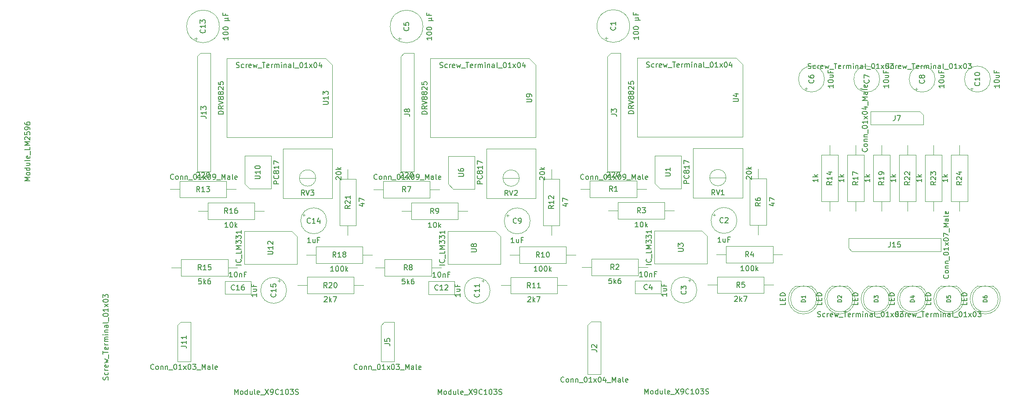
<source format=gbr>
%TF.GenerationSoftware,KiCad,Pcbnew,(5.1.9)-1*%
%TF.CreationDate,2021-04-02T10:28:53-03:00*%
%TF.ProjectId,BTIBR-PCB,42544942-522d-4504-9342-2e6b69636164,rev?*%
%TF.SameCoordinates,Original*%
%TF.FileFunction,Other,Fab,Top*%
%FSLAX46Y46*%
G04 Gerber Fmt 4.6, Leading zero omitted, Abs format (unit mm)*
G04 Created by KiCad (PCBNEW (5.1.9)-1) date 2021-04-02 10:28:53*
%MOMM*%
%LPD*%
G01*
G04 APERTURE LIST*
%ADD10C,0.100000*%
%ADD11C,0.150000*%
%ADD12C,0.200000*%
G04 APERTURE END LIST*
D10*
%TO.C,U13*%
X95530000Y-63142000D02*
X114580000Y-63142000D01*
X95530000Y-78382000D02*
X95530000Y-63142000D01*
X115850000Y-78382000D02*
X95530000Y-78382000D01*
X115850000Y-64412000D02*
X115850000Y-78382000D01*
X114580000Y-63142000D02*
X115850000Y-64412000D01*
%TO.C,RV2*%
X151842000Y-86221000D02*
X148723000Y-86221000D01*
X151842000Y-86221000D02*
X148723000Y-86221000D01*
X145517000Y-80582000D02*
X145517000Y-90112000D01*
X155047000Y-80582000D02*
X145517000Y-80582000D01*
X155047000Y-90112000D02*
X155047000Y-80582000D01*
X145517000Y-90112000D02*
X155047000Y-90112000D01*
X151857000Y-86221000D02*
G75*
G03*
X151857000Y-86221000I-1575000J0D01*
G01*
%TO.C,R7*%
X134652000Y-90012000D02*
X134652000Y-86812000D01*
X134652000Y-86812000D02*
X125652000Y-86812000D01*
X125652000Y-86812000D02*
X125652000Y-90012000D01*
X125652000Y-90012000D02*
X134652000Y-90012000D01*
X136502000Y-88412000D02*
X134652000Y-88412000D01*
X123802000Y-88412000D02*
X125652000Y-88412000D01*
%TO.C,R8*%
X136792000Y-103502000D02*
X134942000Y-103502000D01*
X124092000Y-103502000D02*
X125942000Y-103502000D01*
X134942000Y-101902000D02*
X125942000Y-101902000D01*
X134942000Y-105102000D02*
X134942000Y-101902000D01*
X125942000Y-105102000D02*
X134942000Y-105102000D01*
X125942000Y-101902000D02*
X125942000Y-105102000D01*
%TO.C,R12*%
X158042000Y-84532000D02*
X158042000Y-86382000D01*
X158042000Y-97232000D02*
X158042000Y-95382000D01*
X156442000Y-86382000D02*
X156442000Y-95382000D01*
X159642000Y-86382000D02*
X156442000Y-86382000D01*
X159642000Y-95382000D02*
X159642000Y-86382000D01*
X156442000Y-95382000D02*
X159642000Y-95382000D01*
%TO.C,R9*%
X141892000Y-92582000D02*
X140042000Y-92582000D01*
X129192000Y-92582000D02*
X131042000Y-92582000D01*
X140042000Y-90982000D02*
X131042000Y-90982000D01*
X140042000Y-94182000D02*
X140042000Y-90982000D01*
X131042000Y-94182000D02*
X140042000Y-94182000D01*
X131042000Y-90982000D02*
X131042000Y-94182000D01*
%TO.C,U6*%
X139152000Y-88317000D02*
X138152000Y-87317000D01*
X143232000Y-88317000D02*
X139152000Y-88317000D01*
X143232000Y-81967000D02*
X143232000Y-88317000D01*
X138152000Y-81967000D02*
X143232000Y-81967000D01*
X138152000Y-87317000D02*
X138152000Y-81967000D01*
%TO.C,R11*%
X150172000Y-105332000D02*
X150172000Y-108532000D01*
X150172000Y-108532000D02*
X159172000Y-108532000D01*
X159172000Y-108532000D02*
X159172000Y-105332000D01*
X159172000Y-105332000D02*
X150172000Y-105332000D01*
X148322000Y-106932000D02*
X150172000Y-106932000D01*
X161022000Y-106932000D02*
X159172000Y-106932000D01*
%TO.C,R10*%
X151882000Y-99422000D02*
X151882000Y-102622000D01*
X151882000Y-102622000D02*
X160882000Y-102622000D01*
X160882000Y-102622000D02*
X160882000Y-99422000D01*
X160882000Y-99422000D02*
X151882000Y-99422000D01*
X150032000Y-101022000D02*
X151882000Y-101022000D01*
X162732000Y-101022000D02*
X160882000Y-101022000D01*
%TO.C,U8*%
X147242000Y-96517000D02*
X148242000Y-97517000D01*
X138082000Y-96517000D02*
X147242000Y-96517000D01*
X138082000Y-102867000D02*
X138082000Y-96517000D01*
X148242000Y-102867000D02*
X138082000Y-102867000D01*
X148242000Y-97517000D02*
X148242000Y-102867000D01*
%TO.C,U9*%
X134742000Y-63162000D02*
X153792000Y-63162000D01*
X134742000Y-78402000D02*
X134742000Y-63162000D01*
X155062000Y-78402000D02*
X134742000Y-78402000D01*
X155062000Y-64432000D02*
X155062000Y-78402000D01*
X153792000Y-63162000D02*
X155062000Y-64432000D01*
%TO.C,C11*%
X146242000Y-107912000D02*
G75*
G03*
X146242000Y-107912000I-2500000J0D01*
G01*
X144829500Y-105778395D02*
X144829500Y-106278395D01*
X145079500Y-106028395D02*
X144579500Y-106028395D01*
%TO.C,C12*%
X134352000Y-108632000D02*
X139352000Y-108632000D01*
X134352000Y-106132000D02*
X134352000Y-108632000D01*
X139352000Y-106132000D02*
X134352000Y-106132000D01*
X139352000Y-108632000D02*
X139352000Y-106132000D01*
%TO.C,C9*%
X153962000Y-94482000D02*
G75*
G03*
X153962000Y-94482000I-2500000J0D01*
G01*
X149328395Y-93394500D02*
X149828395Y-93394500D01*
X149578395Y-93144500D02*
X149578395Y-93644500D01*
%TO.C,C5*%
X128453500Y-59350972D02*
X129083500Y-59350972D01*
X128768500Y-59665972D02*
X128768500Y-59035972D01*
X133292000Y-56972000D02*
G75*
G03*
X133292000Y-56972000I-3150000J0D01*
G01*
%TO.C,RV1*%
X191672000Y-86131000D02*
X188553000Y-86131000D01*
X191672000Y-86131000D02*
X188553000Y-86131000D01*
X185347000Y-80492000D02*
X185347000Y-90022000D01*
X194877000Y-80492000D02*
X185347000Y-80492000D01*
X194877000Y-90022000D02*
X194877000Y-80492000D01*
X185347000Y-90022000D02*
X194877000Y-90022000D01*
X191687000Y-86131000D02*
G75*
G03*
X191687000Y-86131000I-1575000J0D01*
G01*
%TO.C,C1*%
X168283500Y-59260972D02*
X168913500Y-59260972D01*
X168598500Y-59575972D02*
X168598500Y-58945972D01*
X173122000Y-56882000D02*
G75*
G03*
X173122000Y-56882000I-3150000J0D01*
G01*
%TO.C,C2*%
X189408395Y-93054500D02*
X189408395Y-93554500D01*
X189158395Y-93304500D02*
X189658395Y-93304500D01*
X193792000Y-94392000D02*
G75*
G03*
X193792000Y-94392000I-2500000J0D01*
G01*
%TO.C,C3*%
X184909500Y-105938395D02*
X184409500Y-105938395D01*
X184659500Y-105688395D02*
X184659500Y-106188395D01*
X186072000Y-107822000D02*
G75*
G03*
X186072000Y-107822000I-2500000J0D01*
G01*
%TO.C,C4*%
X174182000Y-108542000D02*
X179182000Y-108542000D01*
X174182000Y-106042000D02*
X174182000Y-108542000D01*
X179182000Y-106042000D02*
X174182000Y-106042000D01*
X179182000Y-108542000D02*
X179182000Y-106042000D01*
%TO.C,C6*%
X206812500Y-68993605D02*
X207312500Y-68993605D01*
X207062500Y-69243605D02*
X207062500Y-68743605D01*
X210650000Y-67110000D02*
G75*
G03*
X210650000Y-67110000I-2500000J0D01*
G01*
%TO.C,C7*%
X217462500Y-69003605D02*
X217962500Y-69003605D01*
X217712500Y-69253605D02*
X217712500Y-68753605D01*
X221300000Y-67120000D02*
G75*
G03*
X221300000Y-67120000I-2500000J0D01*
G01*
%TO.C,C8*%
X231970000Y-67130000D02*
G75*
G03*
X231970000Y-67130000I-2500000J0D01*
G01*
X228382500Y-69263605D02*
X228382500Y-68763605D01*
X228132500Y-69013605D02*
X228632500Y-69013605D01*
%TO.C,C10*%
X238782500Y-69003605D02*
X239282500Y-69003605D01*
X239032500Y-69253605D02*
X239032500Y-68753605D01*
X242620000Y-67120000D02*
G75*
G03*
X242620000Y-67120000I-2500000J0D01*
G01*
%TO.C,C13*%
X89241500Y-59330972D02*
X89871500Y-59330972D01*
X89556500Y-59645972D02*
X89556500Y-59015972D01*
X94080000Y-56952000D02*
G75*
G03*
X94080000Y-56952000I-3150000J0D01*
G01*
%TO.C,D1*%
X209120000Y-109540000D02*
G75*
G03*
X209120000Y-109540000I-2500000J0D01*
G01*
X208089694Y-107040000D02*
X205150306Y-107040000D01*
X205150334Y-107039984D02*
G75*
G03*
X208089694Y-107040000I1469666J-2500016D01*
G01*
%TO.C,D2*%
X216120000Y-109540000D02*
G75*
G03*
X216120000Y-109540000I-2500000J0D01*
G01*
X215089694Y-107040000D02*
X212150306Y-107040000D01*
X212150334Y-107039984D02*
G75*
G03*
X215089694Y-107040000I1469666J-2500016D01*
G01*
%TO.C,D3*%
X222089694Y-107040000D02*
X219150306Y-107040000D01*
X223120000Y-109540000D02*
G75*
G03*
X223120000Y-109540000I-2500000J0D01*
G01*
X219150334Y-107039984D02*
G75*
G03*
X222089694Y-107040000I1469666J-2500016D01*
G01*
%TO.C,D4*%
X230120000Y-109540000D02*
G75*
G03*
X230120000Y-109540000I-2500000J0D01*
G01*
X229089694Y-107040000D02*
X226150306Y-107040000D01*
X226150334Y-107039984D02*
G75*
G03*
X229089694Y-107040000I1469666J-2500016D01*
G01*
%TO.C,D5*%
X236089694Y-107040000D02*
X233150306Y-107040000D01*
X237120000Y-109540000D02*
G75*
G03*
X237120000Y-109540000I-2500000J0D01*
G01*
X233150334Y-107039984D02*
G75*
G03*
X236089694Y-107040000I1469666J-2500016D01*
G01*
%TO.C,D6*%
X243089694Y-107040000D02*
X240150306Y-107040000D01*
X244120000Y-109540000D02*
G75*
G03*
X244120000Y-109540000I-2500000J0D01*
G01*
X240150334Y-107039984D02*
G75*
G03*
X243089694Y-107040000I1469666J-2500016D01*
G01*
%TO.C,J7*%
X229680000Y-74025000D02*
X229680000Y-75930000D01*
X229680000Y-75930000D02*
X219520000Y-75930000D01*
X219520000Y-75930000D02*
X219520000Y-73390000D01*
X219520000Y-73390000D02*
X229045000Y-73390000D01*
X229045000Y-73390000D02*
X229680000Y-74025000D01*
%TO.C,J15*%
X215905000Y-100370000D02*
X215270000Y-99735000D01*
X233050000Y-100370000D02*
X215905000Y-100370000D01*
X233050000Y-97830000D02*
X233050000Y-100370000D01*
X215270000Y-97830000D02*
X233050000Y-97830000D01*
X215270000Y-99735000D02*
X215270000Y-97830000D01*
%TO.C,R14*%
X211650000Y-92600000D02*
X211650000Y-90750000D01*
X211650000Y-79900000D02*
X211650000Y-81750000D01*
X213250000Y-90750000D02*
X213250000Y-81750000D01*
X210050000Y-90750000D02*
X213250000Y-90750000D01*
X210050000Y-81750000D02*
X210050000Y-90750000D01*
X213250000Y-81750000D02*
X210050000Y-81750000D01*
%TO.C,R1*%
X174482000Y-89922000D02*
X174482000Y-86722000D01*
X174482000Y-86722000D02*
X165482000Y-86722000D01*
X165482000Y-86722000D02*
X165482000Y-89922000D01*
X165482000Y-89922000D02*
X174482000Y-89922000D01*
X176332000Y-88322000D02*
X174482000Y-88322000D01*
X163632000Y-88322000D02*
X165482000Y-88322000D01*
%TO.C,R2*%
X176622000Y-103412000D02*
X174772000Y-103412000D01*
X163922000Y-103412000D02*
X165772000Y-103412000D01*
X174772000Y-101812000D02*
X165772000Y-101812000D01*
X174772000Y-105012000D02*
X174772000Y-101812000D01*
X165772000Y-105012000D02*
X174772000Y-105012000D01*
X165772000Y-101812000D02*
X165772000Y-105012000D01*
%TO.C,R3*%
X181722000Y-92492000D02*
X179872000Y-92492000D01*
X169022000Y-92492000D02*
X170872000Y-92492000D01*
X179872000Y-90892000D02*
X170872000Y-90892000D01*
X179872000Y-94092000D02*
X179872000Y-90892000D01*
X170872000Y-94092000D02*
X179872000Y-94092000D01*
X170872000Y-90892000D02*
X170872000Y-94092000D01*
%TO.C,R4*%
X191712000Y-99352000D02*
X191712000Y-102552000D01*
X191712000Y-102552000D02*
X200712000Y-102552000D01*
X200712000Y-102552000D02*
X200712000Y-99352000D01*
X200712000Y-99352000D02*
X191712000Y-99352000D01*
X189862000Y-100952000D02*
X191712000Y-100952000D01*
X202562000Y-100952000D02*
X200712000Y-100952000D01*
%TO.C,R5*%
X190002000Y-105242000D02*
X190002000Y-108442000D01*
X190002000Y-108442000D02*
X199002000Y-108442000D01*
X199002000Y-108442000D02*
X199002000Y-105242000D01*
X199002000Y-105242000D02*
X190002000Y-105242000D01*
X188152000Y-106842000D02*
X190002000Y-106842000D01*
X200852000Y-106842000D02*
X199002000Y-106842000D01*
%TO.C,R6*%
X197872000Y-84442000D02*
X197872000Y-86292000D01*
X197872000Y-97142000D02*
X197872000Y-95292000D01*
X196272000Y-86292000D02*
X196272000Y-95292000D01*
X199472000Y-86292000D02*
X196272000Y-86292000D01*
X199472000Y-95292000D02*
X199472000Y-86292000D01*
X196272000Y-95292000D02*
X199472000Y-95292000D01*
%TO.C,R17*%
X218250000Y-81750000D02*
X215050000Y-81750000D01*
X215050000Y-81750000D02*
X215050000Y-90750000D01*
X215050000Y-90750000D02*
X218250000Y-90750000D01*
X218250000Y-90750000D02*
X218250000Y-81750000D01*
X216650000Y-79900000D02*
X216650000Y-81750000D01*
X216650000Y-92600000D02*
X216650000Y-90750000D01*
%TO.C,R19*%
X221650000Y-92600000D02*
X221650000Y-90750000D01*
X221650000Y-79900000D02*
X221650000Y-81750000D01*
X223250000Y-90750000D02*
X223250000Y-81750000D01*
X220050000Y-90750000D02*
X223250000Y-90750000D01*
X220050000Y-81750000D02*
X220050000Y-90750000D01*
X223250000Y-81750000D02*
X220050000Y-81750000D01*
%TO.C,R22*%
X228250000Y-81750000D02*
X225050000Y-81750000D01*
X225050000Y-81750000D02*
X225050000Y-90750000D01*
X225050000Y-90750000D02*
X228250000Y-90750000D01*
X228250000Y-90750000D02*
X228250000Y-81750000D01*
X226650000Y-79900000D02*
X226650000Y-81750000D01*
X226650000Y-92600000D02*
X226650000Y-90750000D01*
%TO.C,R23*%
X231650000Y-92600000D02*
X231650000Y-90750000D01*
X231650000Y-79900000D02*
X231650000Y-81750000D01*
X233250000Y-90750000D02*
X233250000Y-81750000D01*
X230050000Y-90750000D02*
X233250000Y-90750000D01*
X230050000Y-81750000D02*
X230050000Y-90750000D01*
X233250000Y-81750000D02*
X230050000Y-81750000D01*
%TO.C,R24*%
X238250000Y-81750000D02*
X235050000Y-81750000D01*
X235050000Y-81750000D02*
X235050000Y-90750000D01*
X235050000Y-90750000D02*
X238250000Y-90750000D01*
X238250000Y-90750000D02*
X238250000Y-81750000D01*
X236650000Y-79900000D02*
X236650000Y-81750000D01*
X236650000Y-92600000D02*
X236650000Y-90750000D01*
%TO.C,U1*%
X178982000Y-88227000D02*
X177982000Y-87227000D01*
X183062000Y-88227000D02*
X178982000Y-88227000D01*
X183062000Y-81877000D02*
X183062000Y-88227000D01*
X177982000Y-81877000D02*
X183062000Y-81877000D01*
X177982000Y-87227000D02*
X177982000Y-81877000D01*
%TO.C,U3*%
X188072000Y-97427000D02*
X188072000Y-102777000D01*
X188072000Y-102777000D02*
X177912000Y-102777000D01*
X177912000Y-102777000D02*
X177912000Y-96427000D01*
X177912000Y-96427000D02*
X187072000Y-96427000D01*
X187072000Y-96427000D02*
X188072000Y-97427000D01*
%TO.C,U4*%
X174572000Y-63072000D02*
X193622000Y-63072000D01*
X174572000Y-78312000D02*
X174572000Y-63072000D01*
X194892000Y-78312000D02*
X174572000Y-78312000D01*
X194892000Y-64342000D02*
X194892000Y-78312000D01*
X193622000Y-63072000D02*
X194892000Y-64342000D01*
%TO.C,C14*%
X114750000Y-94462000D02*
G75*
G03*
X114750000Y-94462000I-2500000J0D01*
G01*
X110116395Y-93374500D02*
X110616395Y-93374500D01*
X110366395Y-93124500D02*
X110366395Y-93624500D01*
%TO.C,C15*%
X105867500Y-106008395D02*
X105367500Y-106008395D01*
X105617500Y-105758395D02*
X105617500Y-106258395D01*
X107030000Y-107892000D02*
G75*
G03*
X107030000Y-107892000I-2500000J0D01*
G01*
%TO.C,C16*%
X100140000Y-108612000D02*
X100140000Y-106112000D01*
X100140000Y-106112000D02*
X95140000Y-106112000D01*
X95140000Y-106112000D02*
X95140000Y-108612000D01*
X95140000Y-108612000D02*
X100140000Y-108612000D01*
%TO.C,R13*%
X84590000Y-88392000D02*
X86440000Y-88392000D01*
X97290000Y-88392000D02*
X95440000Y-88392000D01*
X86440000Y-89992000D02*
X95440000Y-89992000D01*
X86440000Y-86792000D02*
X86440000Y-89992000D01*
X95440000Y-86792000D02*
X86440000Y-86792000D01*
X95440000Y-89992000D02*
X95440000Y-86792000D01*
%TO.C,R15*%
X97580000Y-103482000D02*
X95730000Y-103482000D01*
X84880000Y-103482000D02*
X86730000Y-103482000D01*
X95730000Y-101882000D02*
X86730000Y-101882000D01*
X95730000Y-105082000D02*
X95730000Y-101882000D01*
X86730000Y-105082000D02*
X95730000Y-105082000D01*
X86730000Y-101882000D02*
X86730000Y-105082000D01*
%TO.C,R16*%
X91830000Y-90962000D02*
X91830000Y-94162000D01*
X91830000Y-94162000D02*
X100830000Y-94162000D01*
X100830000Y-94162000D02*
X100830000Y-90962000D01*
X100830000Y-90962000D02*
X91830000Y-90962000D01*
X89980000Y-92562000D02*
X91830000Y-92562000D01*
X102680000Y-92562000D02*
X100830000Y-92562000D01*
%TO.C,R18*%
X112670000Y-99422000D02*
X112670000Y-102622000D01*
X112670000Y-102622000D02*
X121670000Y-102622000D01*
X121670000Y-102622000D02*
X121670000Y-99422000D01*
X121670000Y-99422000D02*
X112670000Y-99422000D01*
X110820000Y-101022000D02*
X112670000Y-101022000D01*
X123520000Y-101022000D02*
X121670000Y-101022000D01*
%TO.C,R20*%
X110960000Y-105312000D02*
X110960000Y-108512000D01*
X110960000Y-108512000D02*
X119960000Y-108512000D01*
X119960000Y-108512000D02*
X119960000Y-105312000D01*
X119960000Y-105312000D02*
X110960000Y-105312000D01*
X109110000Y-106912000D02*
X110960000Y-106912000D01*
X121810000Y-106912000D02*
X119960000Y-106912000D01*
%TO.C,R21*%
X118830000Y-84512000D02*
X118830000Y-86362000D01*
X118830000Y-97212000D02*
X118830000Y-95362000D01*
X117230000Y-86362000D02*
X117230000Y-95362000D01*
X120430000Y-86362000D02*
X117230000Y-86362000D01*
X120430000Y-95362000D02*
X120430000Y-86362000D01*
X117230000Y-95362000D02*
X120430000Y-95362000D01*
%TO.C,RV3*%
X112630000Y-86201000D02*
X109511000Y-86201000D01*
X112630000Y-86201000D02*
X109511000Y-86201000D01*
X106305000Y-80562000D02*
X106305000Y-90092000D01*
X115835000Y-80562000D02*
X106305000Y-80562000D01*
X115835000Y-90092000D02*
X115835000Y-80562000D01*
X106305000Y-90092000D02*
X115835000Y-90092000D01*
X112645000Y-86201000D02*
G75*
G03*
X112645000Y-86201000I-1575000J0D01*
G01*
%TO.C,U10*%
X98940000Y-87297000D02*
X98940000Y-81947000D01*
X98940000Y-81947000D02*
X104020000Y-81947000D01*
X104020000Y-81947000D02*
X104020000Y-88297000D01*
X104020000Y-88297000D02*
X99940000Y-88297000D01*
X99940000Y-88297000D02*
X98940000Y-87297000D01*
%TO.C,U12*%
X109030000Y-97497000D02*
X109030000Y-102847000D01*
X109030000Y-102847000D02*
X98870000Y-102847000D01*
X98870000Y-102847000D02*
X98870000Y-96497000D01*
X98870000Y-96497000D02*
X108030000Y-96497000D01*
X108030000Y-96497000D02*
X109030000Y-97497000D01*
%TO.C,J5*%
X125222000Y-114657000D02*
X125857000Y-114022000D01*
X125222000Y-121642000D02*
X125222000Y-114657000D01*
X127762000Y-121642000D02*
X125222000Y-121642000D01*
X127762000Y-114022000D02*
X127762000Y-121642000D01*
X125857000Y-114022000D02*
X127762000Y-114022000D01*
%TO.C,J8*%
X129667000Y-62112000D02*
X131572000Y-62112000D01*
X131572000Y-62112000D02*
X131572000Y-84972000D01*
X131572000Y-84972000D02*
X129032000Y-84972000D01*
X129032000Y-84972000D02*
X129032000Y-62747000D01*
X129032000Y-62747000D02*
X129667000Y-62112000D01*
%TO.C,J11*%
X86645000Y-114002000D02*
X88550000Y-114002000D01*
X88550000Y-114002000D02*
X88550000Y-121622000D01*
X88550000Y-121622000D02*
X86010000Y-121622000D01*
X86010000Y-121622000D02*
X86010000Y-114637000D01*
X86010000Y-114637000D02*
X86645000Y-114002000D01*
%TO.C,J13*%
X89820000Y-62727000D02*
X90455000Y-62092000D01*
X89820000Y-84952000D02*
X89820000Y-62727000D01*
X92360000Y-84952000D02*
X89820000Y-84952000D01*
X92360000Y-62092000D02*
X92360000Y-84952000D01*
X90455000Y-62092000D02*
X92360000Y-62092000D01*
%TO.C,J2*%
X165052000Y-114567000D02*
X165687000Y-113932000D01*
X165052000Y-124092000D02*
X165052000Y-114567000D01*
X167592000Y-124092000D02*
X165052000Y-124092000D01*
X167592000Y-113932000D02*
X167592000Y-124092000D01*
X165687000Y-113932000D02*
X167592000Y-113932000D01*
%TO.C,J3*%
X168862000Y-62747000D02*
X169497000Y-62112000D01*
X168862000Y-84972000D02*
X168862000Y-62747000D01*
X171402000Y-84972000D02*
X168862000Y-84972000D01*
X171402000Y-62112000D02*
X171402000Y-84972000D01*
X169497000Y-62112000D02*
X171402000Y-62112000D01*
%TD*%
%TO.C,U13*%
D11*
X94862380Y-73857238D02*
X93862380Y-73857238D01*
X93862380Y-73619142D01*
X93910000Y-73476285D01*
X94005238Y-73381047D01*
X94100476Y-73333428D01*
X94290952Y-73285809D01*
X94433809Y-73285809D01*
X94624285Y-73333428D01*
X94719523Y-73381047D01*
X94814761Y-73476285D01*
X94862380Y-73619142D01*
X94862380Y-73857238D01*
X94862380Y-72285809D02*
X94386190Y-72619142D01*
X94862380Y-72857238D02*
X93862380Y-72857238D01*
X93862380Y-72476285D01*
X93910000Y-72381047D01*
X93957619Y-72333428D01*
X94052857Y-72285809D01*
X94195714Y-72285809D01*
X94290952Y-72333428D01*
X94338571Y-72381047D01*
X94386190Y-72476285D01*
X94386190Y-72857238D01*
X93862380Y-72000095D02*
X94862380Y-71666761D01*
X93862380Y-71333428D01*
X94290952Y-70857238D02*
X94243333Y-70952476D01*
X94195714Y-71000095D01*
X94100476Y-71047714D01*
X94052857Y-71047714D01*
X93957619Y-71000095D01*
X93910000Y-70952476D01*
X93862380Y-70857238D01*
X93862380Y-70666761D01*
X93910000Y-70571523D01*
X93957619Y-70523904D01*
X94052857Y-70476285D01*
X94100476Y-70476285D01*
X94195714Y-70523904D01*
X94243333Y-70571523D01*
X94290952Y-70666761D01*
X94290952Y-70857238D01*
X94338571Y-70952476D01*
X94386190Y-71000095D01*
X94481428Y-71047714D01*
X94671904Y-71047714D01*
X94767142Y-71000095D01*
X94814761Y-70952476D01*
X94862380Y-70857238D01*
X94862380Y-70666761D01*
X94814761Y-70571523D01*
X94767142Y-70523904D01*
X94671904Y-70476285D01*
X94481428Y-70476285D01*
X94386190Y-70523904D01*
X94338571Y-70571523D01*
X94290952Y-70666761D01*
X94290952Y-69904857D02*
X94243333Y-70000095D01*
X94195714Y-70047714D01*
X94100476Y-70095333D01*
X94052857Y-70095333D01*
X93957619Y-70047714D01*
X93910000Y-70000095D01*
X93862380Y-69904857D01*
X93862380Y-69714380D01*
X93910000Y-69619142D01*
X93957619Y-69571523D01*
X94052857Y-69523904D01*
X94100476Y-69523904D01*
X94195714Y-69571523D01*
X94243333Y-69619142D01*
X94290952Y-69714380D01*
X94290952Y-69904857D01*
X94338571Y-70000095D01*
X94386190Y-70047714D01*
X94481428Y-70095333D01*
X94671904Y-70095333D01*
X94767142Y-70047714D01*
X94814761Y-70000095D01*
X94862380Y-69904857D01*
X94862380Y-69714380D01*
X94814761Y-69619142D01*
X94767142Y-69571523D01*
X94671904Y-69523904D01*
X94481428Y-69523904D01*
X94386190Y-69571523D01*
X94338571Y-69619142D01*
X94290952Y-69714380D01*
X93957619Y-69142952D02*
X93910000Y-69095333D01*
X93862380Y-69000095D01*
X93862380Y-68762000D01*
X93910000Y-68666761D01*
X93957619Y-68619142D01*
X94052857Y-68571523D01*
X94148095Y-68571523D01*
X94290952Y-68619142D01*
X94862380Y-69190571D01*
X94862380Y-68571523D01*
X93862380Y-67666761D02*
X93862380Y-68142952D01*
X94338571Y-68190571D01*
X94290952Y-68142952D01*
X94243333Y-68047714D01*
X94243333Y-67809619D01*
X94290952Y-67714380D01*
X94338571Y-67666761D01*
X94433809Y-67619142D01*
X94671904Y-67619142D01*
X94767142Y-67666761D01*
X94814761Y-67714380D01*
X94862380Y-67809619D01*
X94862380Y-68047714D01*
X94814761Y-68142952D01*
X94767142Y-68190571D01*
X114032380Y-72000095D02*
X114841904Y-72000095D01*
X114937142Y-71952476D01*
X114984761Y-71904857D01*
X115032380Y-71809619D01*
X115032380Y-71619142D01*
X114984761Y-71523904D01*
X114937142Y-71476285D01*
X114841904Y-71428666D01*
X114032380Y-71428666D01*
X115032380Y-70428666D02*
X115032380Y-71000095D01*
X115032380Y-70714380D02*
X114032380Y-70714380D01*
X114175238Y-70809619D01*
X114270476Y-70904857D01*
X114318095Y-71000095D01*
X114032380Y-70095333D02*
X114032380Y-69476285D01*
X114413333Y-69809619D01*
X114413333Y-69666761D01*
X114460952Y-69571523D01*
X114508571Y-69523904D01*
X114603809Y-69476285D01*
X114841904Y-69476285D01*
X114937142Y-69523904D01*
X114984761Y-69571523D01*
X115032380Y-69666761D01*
X115032380Y-69952476D01*
X114984761Y-70047714D01*
X114937142Y-70095333D01*
%TO.C,U11*%
X97010952Y-127954380D02*
X97010952Y-126954380D01*
X97344285Y-127668666D01*
X97677619Y-126954380D01*
X97677619Y-127954380D01*
X98296666Y-127954380D02*
X98201428Y-127906761D01*
X98153809Y-127859142D01*
X98106190Y-127763904D01*
X98106190Y-127478190D01*
X98153809Y-127382952D01*
X98201428Y-127335333D01*
X98296666Y-127287714D01*
X98439523Y-127287714D01*
X98534761Y-127335333D01*
X98582380Y-127382952D01*
X98630000Y-127478190D01*
X98630000Y-127763904D01*
X98582380Y-127859142D01*
X98534761Y-127906761D01*
X98439523Y-127954380D01*
X98296666Y-127954380D01*
X99487142Y-127954380D02*
X99487142Y-126954380D01*
X99487142Y-127906761D02*
X99391904Y-127954380D01*
X99201428Y-127954380D01*
X99106190Y-127906761D01*
X99058571Y-127859142D01*
X99010952Y-127763904D01*
X99010952Y-127478190D01*
X99058571Y-127382952D01*
X99106190Y-127335333D01*
X99201428Y-127287714D01*
X99391904Y-127287714D01*
X99487142Y-127335333D01*
X100391904Y-127287714D02*
X100391904Y-127954380D01*
X99963333Y-127287714D02*
X99963333Y-127811523D01*
X100010952Y-127906761D01*
X100106190Y-127954380D01*
X100249047Y-127954380D01*
X100344285Y-127906761D01*
X100391904Y-127859142D01*
X101010952Y-127954380D02*
X100915714Y-127906761D01*
X100868095Y-127811523D01*
X100868095Y-126954380D01*
X101772857Y-127906761D02*
X101677619Y-127954380D01*
X101487142Y-127954380D01*
X101391904Y-127906761D01*
X101344285Y-127811523D01*
X101344285Y-127430571D01*
X101391904Y-127335333D01*
X101487142Y-127287714D01*
X101677619Y-127287714D01*
X101772857Y-127335333D01*
X101820476Y-127430571D01*
X101820476Y-127525809D01*
X101344285Y-127621047D01*
X102010952Y-128049619D02*
X102772857Y-128049619D01*
X102915714Y-126954380D02*
X103582380Y-127954380D01*
X103582380Y-126954380D02*
X102915714Y-127954380D01*
X104010952Y-127954380D02*
X104201428Y-127954380D01*
X104296666Y-127906761D01*
X104344285Y-127859142D01*
X104439523Y-127716285D01*
X104487142Y-127525809D01*
X104487142Y-127144857D01*
X104439523Y-127049619D01*
X104391904Y-127002000D01*
X104296666Y-126954380D01*
X104106190Y-126954380D01*
X104010952Y-127002000D01*
X103963333Y-127049619D01*
X103915714Y-127144857D01*
X103915714Y-127382952D01*
X103963333Y-127478190D01*
X104010952Y-127525809D01*
X104106190Y-127573428D01*
X104296666Y-127573428D01*
X104391904Y-127525809D01*
X104439523Y-127478190D01*
X104487142Y-127382952D01*
X105487142Y-127859142D02*
X105439523Y-127906761D01*
X105296666Y-127954380D01*
X105201428Y-127954380D01*
X105058571Y-127906761D01*
X104963333Y-127811523D01*
X104915714Y-127716285D01*
X104868095Y-127525809D01*
X104868095Y-127382952D01*
X104915714Y-127192476D01*
X104963333Y-127097238D01*
X105058571Y-127002000D01*
X105201428Y-126954380D01*
X105296666Y-126954380D01*
X105439523Y-127002000D01*
X105487142Y-127049619D01*
X106439523Y-127954380D02*
X105868095Y-127954380D01*
X106153809Y-127954380D02*
X106153809Y-126954380D01*
X106058571Y-127097238D01*
X105963333Y-127192476D01*
X105868095Y-127240095D01*
X107058571Y-126954380D02*
X107153809Y-126954380D01*
X107249047Y-127002000D01*
X107296666Y-127049619D01*
X107344285Y-127144857D01*
X107391904Y-127335333D01*
X107391904Y-127573428D01*
X107344285Y-127763904D01*
X107296666Y-127859142D01*
X107249047Y-127906761D01*
X107153809Y-127954380D01*
X107058571Y-127954380D01*
X106963333Y-127906761D01*
X106915714Y-127859142D01*
X106868095Y-127763904D01*
X106820476Y-127573428D01*
X106820476Y-127335333D01*
X106868095Y-127144857D01*
X106915714Y-127049619D01*
X106963333Y-127002000D01*
X107058571Y-126954380D01*
X107725238Y-126954380D02*
X108344285Y-126954380D01*
X108010952Y-127335333D01*
X108153809Y-127335333D01*
X108249047Y-127382952D01*
X108296666Y-127430571D01*
X108344285Y-127525809D01*
X108344285Y-127763904D01*
X108296666Y-127859142D01*
X108249047Y-127906761D01*
X108153809Y-127954380D01*
X107868095Y-127954380D01*
X107772857Y-127906761D01*
X107725238Y-127859142D01*
X108725238Y-127906761D02*
X108868095Y-127954380D01*
X109106190Y-127954380D01*
X109201428Y-127906761D01*
X109249047Y-127859142D01*
X109296666Y-127763904D01*
X109296666Y-127668666D01*
X109249047Y-127573428D01*
X109201428Y-127525809D01*
X109106190Y-127478190D01*
X108915714Y-127430571D01*
X108820476Y-127382952D01*
X108772857Y-127335333D01*
X108725238Y-127240095D01*
X108725238Y-127144857D01*
X108772857Y-127049619D01*
X108820476Y-127002000D01*
X108915714Y-126954380D01*
X109153809Y-126954380D01*
X109296666Y-127002000D01*
%TO.C,U2*%
X176052952Y-127884380D02*
X176052952Y-126884380D01*
X176386285Y-127598666D01*
X176719619Y-126884380D01*
X176719619Y-127884380D01*
X177338666Y-127884380D02*
X177243428Y-127836761D01*
X177195809Y-127789142D01*
X177148190Y-127693904D01*
X177148190Y-127408190D01*
X177195809Y-127312952D01*
X177243428Y-127265333D01*
X177338666Y-127217714D01*
X177481523Y-127217714D01*
X177576761Y-127265333D01*
X177624380Y-127312952D01*
X177672000Y-127408190D01*
X177672000Y-127693904D01*
X177624380Y-127789142D01*
X177576761Y-127836761D01*
X177481523Y-127884380D01*
X177338666Y-127884380D01*
X178529142Y-127884380D02*
X178529142Y-126884380D01*
X178529142Y-127836761D02*
X178433904Y-127884380D01*
X178243428Y-127884380D01*
X178148190Y-127836761D01*
X178100571Y-127789142D01*
X178052952Y-127693904D01*
X178052952Y-127408190D01*
X178100571Y-127312952D01*
X178148190Y-127265333D01*
X178243428Y-127217714D01*
X178433904Y-127217714D01*
X178529142Y-127265333D01*
X179433904Y-127217714D02*
X179433904Y-127884380D01*
X179005333Y-127217714D02*
X179005333Y-127741523D01*
X179052952Y-127836761D01*
X179148190Y-127884380D01*
X179291047Y-127884380D01*
X179386285Y-127836761D01*
X179433904Y-127789142D01*
X180052952Y-127884380D02*
X179957714Y-127836761D01*
X179910095Y-127741523D01*
X179910095Y-126884380D01*
X180814857Y-127836761D02*
X180719619Y-127884380D01*
X180529142Y-127884380D01*
X180433904Y-127836761D01*
X180386285Y-127741523D01*
X180386285Y-127360571D01*
X180433904Y-127265333D01*
X180529142Y-127217714D01*
X180719619Y-127217714D01*
X180814857Y-127265333D01*
X180862476Y-127360571D01*
X180862476Y-127455809D01*
X180386285Y-127551047D01*
X181052952Y-127979619D02*
X181814857Y-127979619D01*
X181957714Y-126884380D02*
X182624380Y-127884380D01*
X182624380Y-126884380D02*
X181957714Y-127884380D01*
X183052952Y-127884380D02*
X183243428Y-127884380D01*
X183338666Y-127836761D01*
X183386285Y-127789142D01*
X183481523Y-127646285D01*
X183529142Y-127455809D01*
X183529142Y-127074857D01*
X183481523Y-126979619D01*
X183433904Y-126932000D01*
X183338666Y-126884380D01*
X183148190Y-126884380D01*
X183052952Y-126932000D01*
X183005333Y-126979619D01*
X182957714Y-127074857D01*
X182957714Y-127312952D01*
X183005333Y-127408190D01*
X183052952Y-127455809D01*
X183148190Y-127503428D01*
X183338666Y-127503428D01*
X183433904Y-127455809D01*
X183481523Y-127408190D01*
X183529142Y-127312952D01*
X184529142Y-127789142D02*
X184481523Y-127836761D01*
X184338666Y-127884380D01*
X184243428Y-127884380D01*
X184100571Y-127836761D01*
X184005333Y-127741523D01*
X183957714Y-127646285D01*
X183910095Y-127455809D01*
X183910095Y-127312952D01*
X183957714Y-127122476D01*
X184005333Y-127027238D01*
X184100571Y-126932000D01*
X184243428Y-126884380D01*
X184338666Y-126884380D01*
X184481523Y-126932000D01*
X184529142Y-126979619D01*
X185481523Y-127884380D02*
X184910095Y-127884380D01*
X185195809Y-127884380D02*
X185195809Y-126884380D01*
X185100571Y-127027238D01*
X185005333Y-127122476D01*
X184910095Y-127170095D01*
X186100571Y-126884380D02*
X186195809Y-126884380D01*
X186291047Y-126932000D01*
X186338666Y-126979619D01*
X186386285Y-127074857D01*
X186433904Y-127265333D01*
X186433904Y-127503428D01*
X186386285Y-127693904D01*
X186338666Y-127789142D01*
X186291047Y-127836761D01*
X186195809Y-127884380D01*
X186100571Y-127884380D01*
X186005333Y-127836761D01*
X185957714Y-127789142D01*
X185910095Y-127693904D01*
X185862476Y-127503428D01*
X185862476Y-127265333D01*
X185910095Y-127074857D01*
X185957714Y-126979619D01*
X186005333Y-126932000D01*
X186100571Y-126884380D01*
X186767238Y-126884380D02*
X187386285Y-126884380D01*
X187052952Y-127265333D01*
X187195809Y-127265333D01*
X187291047Y-127312952D01*
X187338666Y-127360571D01*
X187386285Y-127455809D01*
X187386285Y-127693904D01*
X187338666Y-127789142D01*
X187291047Y-127836761D01*
X187195809Y-127884380D01*
X186910095Y-127884380D01*
X186814857Y-127836761D01*
X186767238Y-127789142D01*
X187767238Y-127836761D02*
X187910095Y-127884380D01*
X188148190Y-127884380D01*
X188243428Y-127836761D01*
X188291047Y-127789142D01*
X188338666Y-127693904D01*
X188338666Y-127598666D01*
X188291047Y-127503428D01*
X188243428Y-127455809D01*
X188148190Y-127408190D01*
X187957714Y-127360571D01*
X187862476Y-127312952D01*
X187814857Y-127265333D01*
X187767238Y-127170095D01*
X187767238Y-127074857D01*
X187814857Y-126979619D01*
X187862476Y-126932000D01*
X187957714Y-126884380D01*
X188195809Y-126884380D01*
X188338666Y-126932000D01*
%TO.C,U7*%
X136222952Y-127974380D02*
X136222952Y-126974380D01*
X136556285Y-127688666D01*
X136889619Y-126974380D01*
X136889619Y-127974380D01*
X137508666Y-127974380D02*
X137413428Y-127926761D01*
X137365809Y-127879142D01*
X137318190Y-127783904D01*
X137318190Y-127498190D01*
X137365809Y-127402952D01*
X137413428Y-127355333D01*
X137508666Y-127307714D01*
X137651523Y-127307714D01*
X137746761Y-127355333D01*
X137794380Y-127402952D01*
X137842000Y-127498190D01*
X137842000Y-127783904D01*
X137794380Y-127879142D01*
X137746761Y-127926761D01*
X137651523Y-127974380D01*
X137508666Y-127974380D01*
X138699142Y-127974380D02*
X138699142Y-126974380D01*
X138699142Y-127926761D02*
X138603904Y-127974380D01*
X138413428Y-127974380D01*
X138318190Y-127926761D01*
X138270571Y-127879142D01*
X138222952Y-127783904D01*
X138222952Y-127498190D01*
X138270571Y-127402952D01*
X138318190Y-127355333D01*
X138413428Y-127307714D01*
X138603904Y-127307714D01*
X138699142Y-127355333D01*
X139603904Y-127307714D02*
X139603904Y-127974380D01*
X139175333Y-127307714D02*
X139175333Y-127831523D01*
X139222952Y-127926761D01*
X139318190Y-127974380D01*
X139461047Y-127974380D01*
X139556285Y-127926761D01*
X139603904Y-127879142D01*
X140222952Y-127974380D02*
X140127714Y-127926761D01*
X140080095Y-127831523D01*
X140080095Y-126974380D01*
X140984857Y-127926761D02*
X140889619Y-127974380D01*
X140699142Y-127974380D01*
X140603904Y-127926761D01*
X140556285Y-127831523D01*
X140556285Y-127450571D01*
X140603904Y-127355333D01*
X140699142Y-127307714D01*
X140889619Y-127307714D01*
X140984857Y-127355333D01*
X141032476Y-127450571D01*
X141032476Y-127545809D01*
X140556285Y-127641047D01*
X141222952Y-128069619D02*
X141984857Y-128069619D01*
X142127714Y-126974380D02*
X142794380Y-127974380D01*
X142794380Y-126974380D02*
X142127714Y-127974380D01*
X143222952Y-127974380D02*
X143413428Y-127974380D01*
X143508666Y-127926761D01*
X143556285Y-127879142D01*
X143651523Y-127736285D01*
X143699142Y-127545809D01*
X143699142Y-127164857D01*
X143651523Y-127069619D01*
X143603904Y-127022000D01*
X143508666Y-126974380D01*
X143318190Y-126974380D01*
X143222952Y-127022000D01*
X143175333Y-127069619D01*
X143127714Y-127164857D01*
X143127714Y-127402952D01*
X143175333Y-127498190D01*
X143222952Y-127545809D01*
X143318190Y-127593428D01*
X143508666Y-127593428D01*
X143603904Y-127545809D01*
X143651523Y-127498190D01*
X143699142Y-127402952D01*
X144699142Y-127879142D02*
X144651523Y-127926761D01*
X144508666Y-127974380D01*
X144413428Y-127974380D01*
X144270571Y-127926761D01*
X144175333Y-127831523D01*
X144127714Y-127736285D01*
X144080095Y-127545809D01*
X144080095Y-127402952D01*
X144127714Y-127212476D01*
X144175333Y-127117238D01*
X144270571Y-127022000D01*
X144413428Y-126974380D01*
X144508666Y-126974380D01*
X144651523Y-127022000D01*
X144699142Y-127069619D01*
X145651523Y-127974380D02*
X145080095Y-127974380D01*
X145365809Y-127974380D02*
X145365809Y-126974380D01*
X145270571Y-127117238D01*
X145175333Y-127212476D01*
X145080095Y-127260095D01*
X146270571Y-126974380D02*
X146365809Y-126974380D01*
X146461047Y-127022000D01*
X146508666Y-127069619D01*
X146556285Y-127164857D01*
X146603904Y-127355333D01*
X146603904Y-127593428D01*
X146556285Y-127783904D01*
X146508666Y-127879142D01*
X146461047Y-127926761D01*
X146365809Y-127974380D01*
X146270571Y-127974380D01*
X146175333Y-127926761D01*
X146127714Y-127879142D01*
X146080095Y-127783904D01*
X146032476Y-127593428D01*
X146032476Y-127355333D01*
X146080095Y-127164857D01*
X146127714Y-127069619D01*
X146175333Y-127022000D01*
X146270571Y-126974380D01*
X146937238Y-126974380D02*
X147556285Y-126974380D01*
X147222952Y-127355333D01*
X147365809Y-127355333D01*
X147461047Y-127402952D01*
X147508666Y-127450571D01*
X147556285Y-127545809D01*
X147556285Y-127783904D01*
X147508666Y-127879142D01*
X147461047Y-127926761D01*
X147365809Y-127974380D01*
X147080095Y-127974380D01*
X146984857Y-127926761D01*
X146937238Y-127879142D01*
X147937238Y-127926761D02*
X148080095Y-127974380D01*
X148318190Y-127974380D01*
X148413428Y-127926761D01*
X148461047Y-127879142D01*
X148508666Y-127783904D01*
X148508666Y-127688666D01*
X148461047Y-127593428D01*
X148413428Y-127545809D01*
X148318190Y-127498190D01*
X148127714Y-127450571D01*
X148032476Y-127402952D01*
X147984857Y-127355333D01*
X147937238Y-127260095D01*
X147937238Y-127164857D01*
X147984857Y-127069619D01*
X148032476Y-127022000D01*
X148127714Y-126974380D01*
X148365809Y-126974380D01*
X148508666Y-127022000D01*
%TO.C,RV2*%
X155844619Y-86513666D02*
X155797000Y-86466047D01*
X155749380Y-86370809D01*
X155749380Y-86132714D01*
X155797000Y-86037476D01*
X155844619Y-85989857D01*
X155939857Y-85942238D01*
X156035095Y-85942238D01*
X156177952Y-85989857D01*
X156749380Y-86561285D01*
X156749380Y-85942238D01*
X155749380Y-85323190D02*
X155749380Y-85227952D01*
X155797000Y-85132714D01*
X155844619Y-85085095D01*
X155939857Y-85037476D01*
X156130333Y-84989857D01*
X156368428Y-84989857D01*
X156558904Y-85037476D01*
X156654142Y-85085095D01*
X156701761Y-85132714D01*
X156749380Y-85227952D01*
X156749380Y-85323190D01*
X156701761Y-85418428D01*
X156654142Y-85466047D01*
X156558904Y-85513666D01*
X156368428Y-85561285D01*
X156130333Y-85561285D01*
X155939857Y-85513666D01*
X155844619Y-85466047D01*
X155797000Y-85418428D01*
X155749380Y-85323190D01*
X156749380Y-84561285D02*
X155749380Y-84561285D01*
X156368428Y-84466047D02*
X156749380Y-84180333D01*
X156082714Y-84180333D02*
X156463666Y-84561285D01*
X149686761Y-89564380D02*
X149353428Y-89088190D01*
X149115333Y-89564380D02*
X149115333Y-88564380D01*
X149496285Y-88564380D01*
X149591523Y-88612000D01*
X149639142Y-88659619D01*
X149686761Y-88754857D01*
X149686761Y-88897714D01*
X149639142Y-88992952D01*
X149591523Y-89040571D01*
X149496285Y-89088190D01*
X149115333Y-89088190D01*
X149972476Y-88564380D02*
X150305809Y-89564380D01*
X150639142Y-88564380D01*
X150924857Y-88659619D02*
X150972476Y-88612000D01*
X151067714Y-88564380D01*
X151305809Y-88564380D01*
X151401047Y-88612000D01*
X151448666Y-88659619D01*
X151496285Y-88754857D01*
X151496285Y-88850095D01*
X151448666Y-88992952D01*
X150877238Y-89564380D01*
X151496285Y-89564380D01*
%TO.C,R7*%
X128913904Y-85239619D02*
X128961523Y-85192000D01*
X129056761Y-85144380D01*
X129294857Y-85144380D01*
X129390095Y-85192000D01*
X129437714Y-85239619D01*
X129485333Y-85334857D01*
X129485333Y-85430095D01*
X129437714Y-85572952D01*
X128866285Y-86144380D01*
X129485333Y-86144380D01*
X129866285Y-85239619D02*
X129913904Y-85192000D01*
X130009142Y-85144380D01*
X130247238Y-85144380D01*
X130342476Y-85192000D01*
X130390095Y-85239619D01*
X130437714Y-85334857D01*
X130437714Y-85430095D01*
X130390095Y-85572952D01*
X129818666Y-86144380D01*
X130437714Y-86144380D01*
X131056761Y-85144380D02*
X131152000Y-85144380D01*
X131247238Y-85192000D01*
X131294857Y-85239619D01*
X131342476Y-85334857D01*
X131390095Y-85525333D01*
X131390095Y-85763428D01*
X131342476Y-85953904D01*
X131294857Y-86049142D01*
X131247238Y-86096761D01*
X131152000Y-86144380D01*
X131056761Y-86144380D01*
X130961523Y-86096761D01*
X130913904Y-86049142D01*
X130866285Y-85953904D01*
X130818666Y-85763428D01*
X130818666Y-85525333D01*
X130866285Y-85334857D01*
X130913904Y-85239619D01*
X130961523Y-85192000D01*
X131056761Y-85144380D01*
X129985333Y-88864380D02*
X129652000Y-88388190D01*
X129413904Y-88864380D02*
X129413904Y-87864380D01*
X129794857Y-87864380D01*
X129890095Y-87912000D01*
X129937714Y-87959619D01*
X129985333Y-88054857D01*
X129985333Y-88197714D01*
X129937714Y-88292952D01*
X129890095Y-88340571D01*
X129794857Y-88388190D01*
X129413904Y-88388190D01*
X130318666Y-87864380D02*
X130985333Y-87864380D01*
X130556761Y-88864380D01*
%TO.C,R8*%
X129799142Y-105674380D02*
X129322952Y-105674380D01*
X129275333Y-106150571D01*
X129322952Y-106102952D01*
X129418190Y-106055333D01*
X129656285Y-106055333D01*
X129751523Y-106102952D01*
X129799142Y-106150571D01*
X129846761Y-106245809D01*
X129846761Y-106483904D01*
X129799142Y-106579142D01*
X129751523Y-106626761D01*
X129656285Y-106674380D01*
X129418190Y-106674380D01*
X129322952Y-106626761D01*
X129275333Y-106579142D01*
X130275333Y-106674380D02*
X130275333Y-105674380D01*
X130370571Y-106293428D02*
X130656285Y-106674380D01*
X130656285Y-106007714D02*
X130275333Y-106388666D01*
X131513428Y-105674380D02*
X131322952Y-105674380D01*
X131227714Y-105722000D01*
X131180095Y-105769619D01*
X131084857Y-105912476D01*
X131037238Y-106102952D01*
X131037238Y-106483904D01*
X131084857Y-106579142D01*
X131132476Y-106626761D01*
X131227714Y-106674380D01*
X131418190Y-106674380D01*
X131513428Y-106626761D01*
X131561047Y-106579142D01*
X131608666Y-106483904D01*
X131608666Y-106245809D01*
X131561047Y-106150571D01*
X131513428Y-106102952D01*
X131418190Y-106055333D01*
X131227714Y-106055333D01*
X131132476Y-106102952D01*
X131084857Y-106150571D01*
X131037238Y-106245809D01*
X130275333Y-103954380D02*
X129942000Y-103478190D01*
X129703904Y-103954380D02*
X129703904Y-102954380D01*
X130084857Y-102954380D01*
X130180095Y-103002000D01*
X130227714Y-103049619D01*
X130275333Y-103144857D01*
X130275333Y-103287714D01*
X130227714Y-103382952D01*
X130180095Y-103430571D01*
X130084857Y-103478190D01*
X129703904Y-103478190D01*
X130846761Y-103382952D02*
X130751523Y-103335333D01*
X130703904Y-103287714D01*
X130656285Y-103192476D01*
X130656285Y-103144857D01*
X130703904Y-103049619D01*
X130751523Y-103002000D01*
X130846761Y-102954380D01*
X131037238Y-102954380D01*
X131132476Y-103002000D01*
X131180095Y-103049619D01*
X131227714Y-103144857D01*
X131227714Y-103192476D01*
X131180095Y-103287714D01*
X131132476Y-103335333D01*
X131037238Y-103382952D01*
X130846761Y-103382952D01*
X130751523Y-103430571D01*
X130703904Y-103478190D01*
X130656285Y-103573428D01*
X130656285Y-103763904D01*
X130703904Y-103859142D01*
X130751523Y-103906761D01*
X130846761Y-103954380D01*
X131037238Y-103954380D01*
X131132476Y-103906761D01*
X131180095Y-103859142D01*
X131227714Y-103763904D01*
X131227714Y-103573428D01*
X131180095Y-103478190D01*
X131132476Y-103430571D01*
X131037238Y-103382952D01*
%TO.C,R12*%
X160547714Y-91167714D02*
X161214380Y-91167714D01*
X160166761Y-91405809D02*
X160881047Y-91643904D01*
X160881047Y-91024857D01*
X160214380Y-90739142D02*
X160214380Y-90072476D01*
X161214380Y-90501047D01*
X158494380Y-91524857D02*
X158018190Y-91858190D01*
X158494380Y-92096285D02*
X157494380Y-92096285D01*
X157494380Y-91715333D01*
X157542000Y-91620095D01*
X157589619Y-91572476D01*
X157684857Y-91524857D01*
X157827714Y-91524857D01*
X157922952Y-91572476D01*
X157970571Y-91620095D01*
X158018190Y-91715333D01*
X158018190Y-92096285D01*
X158494380Y-90572476D02*
X158494380Y-91143904D01*
X158494380Y-90858190D02*
X157494380Y-90858190D01*
X157637238Y-90953428D01*
X157732476Y-91048666D01*
X157780095Y-91143904D01*
X157589619Y-90191523D02*
X157542000Y-90143904D01*
X157494380Y-90048666D01*
X157494380Y-89810571D01*
X157542000Y-89715333D01*
X157589619Y-89667714D01*
X157684857Y-89620095D01*
X157780095Y-89620095D01*
X157922952Y-89667714D01*
X158494380Y-90239142D01*
X158494380Y-89620095D01*
%TO.C,R9*%
X134946761Y-95754380D02*
X134375333Y-95754380D01*
X134661047Y-95754380D02*
X134661047Y-94754380D01*
X134565809Y-94897238D01*
X134470571Y-94992476D01*
X134375333Y-95040095D01*
X135565809Y-94754380D02*
X135661047Y-94754380D01*
X135756285Y-94802000D01*
X135803904Y-94849619D01*
X135851523Y-94944857D01*
X135899142Y-95135333D01*
X135899142Y-95373428D01*
X135851523Y-95563904D01*
X135803904Y-95659142D01*
X135756285Y-95706761D01*
X135661047Y-95754380D01*
X135565809Y-95754380D01*
X135470571Y-95706761D01*
X135422952Y-95659142D01*
X135375333Y-95563904D01*
X135327714Y-95373428D01*
X135327714Y-95135333D01*
X135375333Y-94944857D01*
X135422952Y-94849619D01*
X135470571Y-94802000D01*
X135565809Y-94754380D01*
X136327714Y-95754380D02*
X136327714Y-94754380D01*
X136422952Y-95373428D02*
X136708666Y-95754380D01*
X136708666Y-95087714D02*
X136327714Y-95468666D01*
X135375333Y-93034380D02*
X135042000Y-92558190D01*
X134803904Y-93034380D02*
X134803904Y-92034380D01*
X135184857Y-92034380D01*
X135280095Y-92082000D01*
X135327714Y-92129619D01*
X135375333Y-92224857D01*
X135375333Y-92367714D01*
X135327714Y-92462952D01*
X135280095Y-92510571D01*
X135184857Y-92558190D01*
X134803904Y-92558190D01*
X135851523Y-93034380D02*
X136042000Y-93034380D01*
X136137238Y-92986761D01*
X136184857Y-92939142D01*
X136280095Y-92796285D01*
X136327714Y-92605809D01*
X136327714Y-92224857D01*
X136280095Y-92129619D01*
X136232476Y-92082000D01*
X136137238Y-92034380D01*
X135946761Y-92034380D01*
X135851523Y-92082000D01*
X135803904Y-92129619D01*
X135756285Y-92224857D01*
X135756285Y-92462952D01*
X135803904Y-92558190D01*
X135851523Y-92605809D01*
X135946761Y-92653428D01*
X136137238Y-92653428D01*
X136232476Y-92605809D01*
X136280095Y-92558190D01*
X136327714Y-92462952D01*
%TO.C,U6*%
X144744380Y-87332476D02*
X143744380Y-87332476D01*
X143744380Y-86951523D01*
X143792000Y-86856285D01*
X143839619Y-86808666D01*
X143934857Y-86761047D01*
X144077714Y-86761047D01*
X144172952Y-86808666D01*
X144220571Y-86856285D01*
X144268190Y-86951523D01*
X144268190Y-87332476D01*
X144649142Y-85761047D02*
X144696761Y-85808666D01*
X144744380Y-85951523D01*
X144744380Y-86046761D01*
X144696761Y-86189619D01*
X144601523Y-86284857D01*
X144506285Y-86332476D01*
X144315809Y-86380095D01*
X144172952Y-86380095D01*
X143982476Y-86332476D01*
X143887238Y-86284857D01*
X143792000Y-86189619D01*
X143744380Y-86046761D01*
X143744380Y-85951523D01*
X143792000Y-85808666D01*
X143839619Y-85761047D01*
X144172952Y-85189619D02*
X144125333Y-85284857D01*
X144077714Y-85332476D01*
X143982476Y-85380095D01*
X143934857Y-85380095D01*
X143839619Y-85332476D01*
X143792000Y-85284857D01*
X143744380Y-85189619D01*
X143744380Y-84999142D01*
X143792000Y-84903904D01*
X143839619Y-84856285D01*
X143934857Y-84808666D01*
X143982476Y-84808666D01*
X144077714Y-84856285D01*
X144125333Y-84903904D01*
X144172952Y-84999142D01*
X144172952Y-85189619D01*
X144220571Y-85284857D01*
X144268190Y-85332476D01*
X144363428Y-85380095D01*
X144553904Y-85380095D01*
X144649142Y-85332476D01*
X144696761Y-85284857D01*
X144744380Y-85189619D01*
X144744380Y-84999142D01*
X144696761Y-84903904D01*
X144649142Y-84856285D01*
X144553904Y-84808666D01*
X144363428Y-84808666D01*
X144268190Y-84856285D01*
X144220571Y-84903904D01*
X144172952Y-84999142D01*
X144744380Y-83856285D02*
X144744380Y-84427714D01*
X144744380Y-84142000D02*
X143744380Y-84142000D01*
X143887238Y-84237238D01*
X143982476Y-84332476D01*
X144030095Y-84427714D01*
X143744380Y-83522952D02*
X143744380Y-82856285D01*
X144744380Y-83284857D01*
X140144380Y-85903904D02*
X140953904Y-85903904D01*
X141049142Y-85856285D01*
X141096761Y-85808666D01*
X141144380Y-85713428D01*
X141144380Y-85522952D01*
X141096761Y-85427714D01*
X141049142Y-85380095D01*
X140953904Y-85332476D01*
X140144380Y-85332476D01*
X140144380Y-84427714D02*
X140144380Y-84618190D01*
X140192000Y-84713428D01*
X140239619Y-84761047D01*
X140382476Y-84856285D01*
X140572952Y-84903904D01*
X140953904Y-84903904D01*
X141049142Y-84856285D01*
X141096761Y-84808666D01*
X141144380Y-84713428D01*
X141144380Y-84522952D01*
X141096761Y-84427714D01*
X141049142Y-84380095D01*
X140953904Y-84332476D01*
X140715809Y-84332476D01*
X140620571Y-84380095D01*
X140572952Y-84427714D01*
X140525333Y-84522952D01*
X140525333Y-84713428D01*
X140572952Y-84808666D01*
X140620571Y-84856285D01*
X140715809Y-84903904D01*
%TO.C,R11*%
X153505333Y-109199619D02*
X153552952Y-109152000D01*
X153648190Y-109104380D01*
X153886285Y-109104380D01*
X153981523Y-109152000D01*
X154029142Y-109199619D01*
X154076761Y-109294857D01*
X154076761Y-109390095D01*
X154029142Y-109532952D01*
X153457714Y-110104380D01*
X154076761Y-110104380D01*
X154505333Y-110104380D02*
X154505333Y-109104380D01*
X154600571Y-109723428D02*
X154886285Y-110104380D01*
X154886285Y-109437714D02*
X154505333Y-109818666D01*
X155219619Y-109104380D02*
X155886285Y-109104380D01*
X155457714Y-110104380D01*
X154029142Y-107384380D02*
X153695809Y-106908190D01*
X153457714Y-107384380D02*
X153457714Y-106384380D01*
X153838666Y-106384380D01*
X153933904Y-106432000D01*
X153981523Y-106479619D01*
X154029142Y-106574857D01*
X154029142Y-106717714D01*
X153981523Y-106812952D01*
X153933904Y-106860571D01*
X153838666Y-106908190D01*
X153457714Y-106908190D01*
X154981523Y-107384380D02*
X154410095Y-107384380D01*
X154695809Y-107384380D02*
X154695809Y-106384380D01*
X154600571Y-106527238D01*
X154505333Y-106622476D01*
X154410095Y-106670095D01*
X155933904Y-107384380D02*
X155362476Y-107384380D01*
X155648190Y-107384380D02*
X155648190Y-106384380D01*
X155552952Y-106527238D01*
X155457714Y-106622476D01*
X155362476Y-106670095D01*
%TO.C,R10*%
X155310571Y-104194380D02*
X154739142Y-104194380D01*
X155024857Y-104194380D02*
X155024857Y-103194380D01*
X154929619Y-103337238D01*
X154834380Y-103432476D01*
X154739142Y-103480095D01*
X155929619Y-103194380D02*
X156024857Y-103194380D01*
X156120095Y-103242000D01*
X156167714Y-103289619D01*
X156215333Y-103384857D01*
X156262952Y-103575333D01*
X156262952Y-103813428D01*
X156215333Y-104003904D01*
X156167714Y-104099142D01*
X156120095Y-104146761D01*
X156024857Y-104194380D01*
X155929619Y-104194380D01*
X155834380Y-104146761D01*
X155786761Y-104099142D01*
X155739142Y-104003904D01*
X155691523Y-103813428D01*
X155691523Y-103575333D01*
X155739142Y-103384857D01*
X155786761Y-103289619D01*
X155834380Y-103242000D01*
X155929619Y-103194380D01*
X156882000Y-103194380D02*
X156977238Y-103194380D01*
X157072476Y-103242000D01*
X157120095Y-103289619D01*
X157167714Y-103384857D01*
X157215333Y-103575333D01*
X157215333Y-103813428D01*
X157167714Y-104003904D01*
X157120095Y-104099142D01*
X157072476Y-104146761D01*
X156977238Y-104194380D01*
X156882000Y-104194380D01*
X156786761Y-104146761D01*
X156739142Y-104099142D01*
X156691523Y-104003904D01*
X156643904Y-103813428D01*
X156643904Y-103575333D01*
X156691523Y-103384857D01*
X156739142Y-103289619D01*
X156786761Y-103242000D01*
X156882000Y-103194380D01*
X157643904Y-104194380D02*
X157643904Y-103194380D01*
X157739142Y-103813428D02*
X158024857Y-104194380D01*
X158024857Y-103527714D02*
X157643904Y-103908666D01*
X155739142Y-101474380D02*
X155405809Y-100998190D01*
X155167714Y-101474380D02*
X155167714Y-100474380D01*
X155548666Y-100474380D01*
X155643904Y-100522000D01*
X155691523Y-100569619D01*
X155739142Y-100664857D01*
X155739142Y-100807714D01*
X155691523Y-100902952D01*
X155643904Y-100950571D01*
X155548666Y-100998190D01*
X155167714Y-100998190D01*
X156691523Y-101474380D02*
X156120095Y-101474380D01*
X156405809Y-101474380D02*
X156405809Y-100474380D01*
X156310571Y-100617238D01*
X156215333Y-100712476D01*
X156120095Y-100760095D01*
X157310571Y-100474380D02*
X157405809Y-100474380D01*
X157501047Y-100522000D01*
X157548666Y-100569619D01*
X157596285Y-100664857D01*
X157643904Y-100855333D01*
X157643904Y-101093428D01*
X157596285Y-101283904D01*
X157548666Y-101379142D01*
X157501047Y-101426761D01*
X157405809Y-101474380D01*
X157310571Y-101474380D01*
X157215333Y-101426761D01*
X157167714Y-101379142D01*
X157120095Y-101283904D01*
X157072476Y-101093428D01*
X157072476Y-100855333D01*
X157120095Y-100664857D01*
X157167714Y-100569619D01*
X157215333Y-100522000D01*
X157310571Y-100474380D01*
%TO.C,U8*%
X137474380Y-102977714D02*
X136474380Y-102977714D01*
X137379142Y-101930095D02*
X137426761Y-101977714D01*
X137474380Y-102120571D01*
X137474380Y-102215809D01*
X137426761Y-102358666D01*
X137331523Y-102453904D01*
X137236285Y-102501523D01*
X137045809Y-102549142D01*
X136902952Y-102549142D01*
X136712476Y-102501523D01*
X136617238Y-102453904D01*
X136522000Y-102358666D01*
X136474380Y-102215809D01*
X136474380Y-102120571D01*
X136522000Y-101977714D01*
X136569619Y-101930095D01*
X137569619Y-101739619D02*
X137569619Y-100977714D01*
X137474380Y-100263428D02*
X137474380Y-100739619D01*
X136474380Y-100739619D01*
X137474380Y-99930095D02*
X136474380Y-99930095D01*
X137188666Y-99596761D01*
X136474380Y-99263428D01*
X137474380Y-99263428D01*
X136474380Y-98882476D02*
X136474380Y-98263428D01*
X136855333Y-98596761D01*
X136855333Y-98453904D01*
X136902952Y-98358666D01*
X136950571Y-98311047D01*
X137045809Y-98263428D01*
X137283904Y-98263428D01*
X137379142Y-98311047D01*
X137426761Y-98358666D01*
X137474380Y-98453904D01*
X137474380Y-98739619D01*
X137426761Y-98834857D01*
X137379142Y-98882476D01*
X136474380Y-97930095D02*
X136474380Y-97311047D01*
X136855333Y-97644380D01*
X136855333Y-97501523D01*
X136902952Y-97406285D01*
X136950571Y-97358666D01*
X137045809Y-97311047D01*
X137283904Y-97311047D01*
X137379142Y-97358666D01*
X137426761Y-97406285D01*
X137474380Y-97501523D01*
X137474380Y-97787238D01*
X137426761Y-97882476D01*
X137379142Y-97930095D01*
X137474380Y-96358666D02*
X137474380Y-96930095D01*
X137474380Y-96644380D02*
X136474380Y-96644380D01*
X136617238Y-96739619D01*
X136712476Y-96834857D01*
X136760095Y-96930095D01*
X142614380Y-100453904D02*
X143423904Y-100453904D01*
X143519142Y-100406285D01*
X143566761Y-100358666D01*
X143614380Y-100263428D01*
X143614380Y-100072952D01*
X143566761Y-99977714D01*
X143519142Y-99930095D01*
X143423904Y-99882476D01*
X142614380Y-99882476D01*
X143042952Y-99263428D02*
X142995333Y-99358666D01*
X142947714Y-99406285D01*
X142852476Y-99453904D01*
X142804857Y-99453904D01*
X142709619Y-99406285D01*
X142662000Y-99358666D01*
X142614380Y-99263428D01*
X142614380Y-99072952D01*
X142662000Y-98977714D01*
X142709619Y-98930095D01*
X142804857Y-98882476D01*
X142852476Y-98882476D01*
X142947714Y-98930095D01*
X142995333Y-98977714D01*
X143042952Y-99072952D01*
X143042952Y-99263428D01*
X143090571Y-99358666D01*
X143138190Y-99406285D01*
X143233428Y-99453904D01*
X143423904Y-99453904D01*
X143519142Y-99406285D01*
X143566761Y-99358666D01*
X143614380Y-99263428D01*
X143614380Y-99072952D01*
X143566761Y-98977714D01*
X143519142Y-98930095D01*
X143423904Y-98882476D01*
X143233428Y-98882476D01*
X143138190Y-98930095D01*
X143090571Y-98977714D01*
X143042952Y-99072952D01*
%TO.C,U9*%
X134074380Y-73877238D02*
X133074380Y-73877238D01*
X133074380Y-73639142D01*
X133122000Y-73496285D01*
X133217238Y-73401047D01*
X133312476Y-73353428D01*
X133502952Y-73305809D01*
X133645809Y-73305809D01*
X133836285Y-73353428D01*
X133931523Y-73401047D01*
X134026761Y-73496285D01*
X134074380Y-73639142D01*
X134074380Y-73877238D01*
X134074380Y-72305809D02*
X133598190Y-72639142D01*
X134074380Y-72877238D02*
X133074380Y-72877238D01*
X133074380Y-72496285D01*
X133122000Y-72401047D01*
X133169619Y-72353428D01*
X133264857Y-72305809D01*
X133407714Y-72305809D01*
X133502952Y-72353428D01*
X133550571Y-72401047D01*
X133598190Y-72496285D01*
X133598190Y-72877238D01*
X133074380Y-72020095D02*
X134074380Y-71686761D01*
X133074380Y-71353428D01*
X133502952Y-70877238D02*
X133455333Y-70972476D01*
X133407714Y-71020095D01*
X133312476Y-71067714D01*
X133264857Y-71067714D01*
X133169619Y-71020095D01*
X133122000Y-70972476D01*
X133074380Y-70877238D01*
X133074380Y-70686761D01*
X133122000Y-70591523D01*
X133169619Y-70543904D01*
X133264857Y-70496285D01*
X133312476Y-70496285D01*
X133407714Y-70543904D01*
X133455333Y-70591523D01*
X133502952Y-70686761D01*
X133502952Y-70877238D01*
X133550571Y-70972476D01*
X133598190Y-71020095D01*
X133693428Y-71067714D01*
X133883904Y-71067714D01*
X133979142Y-71020095D01*
X134026761Y-70972476D01*
X134074380Y-70877238D01*
X134074380Y-70686761D01*
X134026761Y-70591523D01*
X133979142Y-70543904D01*
X133883904Y-70496285D01*
X133693428Y-70496285D01*
X133598190Y-70543904D01*
X133550571Y-70591523D01*
X133502952Y-70686761D01*
X133502952Y-69924857D02*
X133455333Y-70020095D01*
X133407714Y-70067714D01*
X133312476Y-70115333D01*
X133264857Y-70115333D01*
X133169619Y-70067714D01*
X133122000Y-70020095D01*
X133074380Y-69924857D01*
X133074380Y-69734380D01*
X133122000Y-69639142D01*
X133169619Y-69591523D01*
X133264857Y-69543904D01*
X133312476Y-69543904D01*
X133407714Y-69591523D01*
X133455333Y-69639142D01*
X133502952Y-69734380D01*
X133502952Y-69924857D01*
X133550571Y-70020095D01*
X133598190Y-70067714D01*
X133693428Y-70115333D01*
X133883904Y-70115333D01*
X133979142Y-70067714D01*
X134026761Y-70020095D01*
X134074380Y-69924857D01*
X134074380Y-69734380D01*
X134026761Y-69639142D01*
X133979142Y-69591523D01*
X133883904Y-69543904D01*
X133693428Y-69543904D01*
X133598190Y-69591523D01*
X133550571Y-69639142D01*
X133502952Y-69734380D01*
X133169619Y-69162952D02*
X133122000Y-69115333D01*
X133074380Y-69020095D01*
X133074380Y-68782000D01*
X133122000Y-68686761D01*
X133169619Y-68639142D01*
X133264857Y-68591523D01*
X133360095Y-68591523D01*
X133502952Y-68639142D01*
X134074380Y-69210571D01*
X134074380Y-68591523D01*
X133074380Y-67686761D02*
X133074380Y-68162952D01*
X133550571Y-68210571D01*
X133502952Y-68162952D01*
X133455333Y-68067714D01*
X133455333Y-67829619D01*
X133502952Y-67734380D01*
X133550571Y-67686761D01*
X133645809Y-67639142D01*
X133883904Y-67639142D01*
X133979142Y-67686761D01*
X134026761Y-67734380D01*
X134074380Y-67829619D01*
X134074380Y-68067714D01*
X134026761Y-68162952D01*
X133979142Y-68210571D01*
X153244380Y-71543904D02*
X154053904Y-71543904D01*
X154149142Y-71496285D01*
X154196761Y-71448666D01*
X154244380Y-71353428D01*
X154244380Y-71162952D01*
X154196761Y-71067714D01*
X154149142Y-71020095D01*
X154053904Y-70972476D01*
X153244380Y-70972476D01*
X154244380Y-70448666D02*
X154244380Y-70258190D01*
X154196761Y-70162952D01*
X154149142Y-70115333D01*
X154006285Y-70020095D01*
X153815809Y-69972476D01*
X153434857Y-69972476D01*
X153339619Y-70020095D01*
X153292000Y-70067714D01*
X153244380Y-70162952D01*
X153244380Y-70353428D01*
X153292000Y-70448666D01*
X153339619Y-70496285D01*
X153434857Y-70543904D01*
X153672952Y-70543904D01*
X153768190Y-70496285D01*
X153815809Y-70448666D01*
X153863428Y-70353428D01*
X153863428Y-70162952D01*
X153815809Y-70067714D01*
X153768190Y-70020095D01*
X153672952Y-69972476D01*
%TO.C,J9*%
X136553904Y-64876761D02*
X136696761Y-64924380D01*
X136934857Y-64924380D01*
X137030095Y-64876761D01*
X137077714Y-64829142D01*
X137125333Y-64733904D01*
X137125333Y-64638666D01*
X137077714Y-64543428D01*
X137030095Y-64495809D01*
X136934857Y-64448190D01*
X136744380Y-64400571D01*
X136649142Y-64352952D01*
X136601523Y-64305333D01*
X136553904Y-64210095D01*
X136553904Y-64114857D01*
X136601523Y-64019619D01*
X136649142Y-63972000D01*
X136744380Y-63924380D01*
X136982476Y-63924380D01*
X137125333Y-63972000D01*
X137982476Y-64876761D02*
X137887238Y-64924380D01*
X137696761Y-64924380D01*
X137601523Y-64876761D01*
X137553904Y-64829142D01*
X137506285Y-64733904D01*
X137506285Y-64448190D01*
X137553904Y-64352952D01*
X137601523Y-64305333D01*
X137696761Y-64257714D01*
X137887238Y-64257714D01*
X137982476Y-64305333D01*
X138411047Y-64924380D02*
X138411047Y-64257714D01*
X138411047Y-64448190D02*
X138458666Y-64352952D01*
X138506285Y-64305333D01*
X138601523Y-64257714D01*
X138696761Y-64257714D01*
X139411047Y-64876761D02*
X139315809Y-64924380D01*
X139125333Y-64924380D01*
X139030095Y-64876761D01*
X138982476Y-64781523D01*
X138982476Y-64400571D01*
X139030095Y-64305333D01*
X139125333Y-64257714D01*
X139315809Y-64257714D01*
X139411047Y-64305333D01*
X139458666Y-64400571D01*
X139458666Y-64495809D01*
X138982476Y-64591047D01*
X139792000Y-64257714D02*
X139982476Y-64924380D01*
X140172952Y-64448190D01*
X140363428Y-64924380D01*
X140553904Y-64257714D01*
X140696761Y-65019619D02*
X141458666Y-65019619D01*
X141553904Y-63924380D02*
X142125333Y-63924380D01*
X141839619Y-64924380D02*
X141839619Y-63924380D01*
X142839619Y-64876761D02*
X142744380Y-64924380D01*
X142553904Y-64924380D01*
X142458666Y-64876761D01*
X142411047Y-64781523D01*
X142411047Y-64400571D01*
X142458666Y-64305333D01*
X142553904Y-64257714D01*
X142744380Y-64257714D01*
X142839619Y-64305333D01*
X142887238Y-64400571D01*
X142887238Y-64495809D01*
X142411047Y-64591047D01*
X143315809Y-64924380D02*
X143315809Y-64257714D01*
X143315809Y-64448190D02*
X143363428Y-64352952D01*
X143411047Y-64305333D01*
X143506285Y-64257714D01*
X143601523Y-64257714D01*
X143934857Y-64924380D02*
X143934857Y-64257714D01*
X143934857Y-64352952D02*
X143982476Y-64305333D01*
X144077714Y-64257714D01*
X144220571Y-64257714D01*
X144315809Y-64305333D01*
X144363428Y-64400571D01*
X144363428Y-64924380D01*
X144363428Y-64400571D02*
X144411047Y-64305333D01*
X144506285Y-64257714D01*
X144649142Y-64257714D01*
X144744380Y-64305333D01*
X144792000Y-64400571D01*
X144792000Y-64924380D01*
X145268190Y-64924380D02*
X145268190Y-64257714D01*
X145268190Y-63924380D02*
X145220571Y-63972000D01*
X145268190Y-64019619D01*
X145315809Y-63972000D01*
X145268190Y-63924380D01*
X145268190Y-64019619D01*
X145744380Y-64257714D02*
X145744380Y-64924380D01*
X145744380Y-64352952D02*
X145792000Y-64305333D01*
X145887238Y-64257714D01*
X146030095Y-64257714D01*
X146125333Y-64305333D01*
X146172952Y-64400571D01*
X146172952Y-64924380D01*
X147077714Y-64924380D02*
X147077714Y-64400571D01*
X147030095Y-64305333D01*
X146934857Y-64257714D01*
X146744380Y-64257714D01*
X146649142Y-64305333D01*
X147077714Y-64876761D02*
X146982476Y-64924380D01*
X146744380Y-64924380D01*
X146649142Y-64876761D01*
X146601523Y-64781523D01*
X146601523Y-64686285D01*
X146649142Y-64591047D01*
X146744380Y-64543428D01*
X146982476Y-64543428D01*
X147077714Y-64495809D01*
X147696761Y-64924380D02*
X147601523Y-64876761D01*
X147553904Y-64781523D01*
X147553904Y-63924380D01*
X147839619Y-65019619D02*
X148601523Y-65019619D01*
X149030095Y-63924380D02*
X149125333Y-63924380D01*
X149220571Y-63972000D01*
X149268190Y-64019619D01*
X149315809Y-64114857D01*
X149363428Y-64305333D01*
X149363428Y-64543428D01*
X149315809Y-64733904D01*
X149268190Y-64829142D01*
X149220571Y-64876761D01*
X149125333Y-64924380D01*
X149030095Y-64924380D01*
X148934857Y-64876761D01*
X148887238Y-64829142D01*
X148839619Y-64733904D01*
X148792000Y-64543428D01*
X148792000Y-64305333D01*
X148839619Y-64114857D01*
X148887238Y-64019619D01*
X148934857Y-63972000D01*
X149030095Y-63924380D01*
X150315809Y-64924380D02*
X149744380Y-64924380D01*
X150030095Y-64924380D02*
X150030095Y-63924380D01*
X149934857Y-64067238D01*
X149839619Y-64162476D01*
X149744380Y-64210095D01*
X150649142Y-64924380D02*
X151172952Y-64257714D01*
X150649142Y-64257714D02*
X151172952Y-64924380D01*
X151744380Y-63924380D02*
X151839619Y-63924380D01*
X151934857Y-63972000D01*
X151982476Y-64019619D01*
X152030095Y-64114857D01*
X152077714Y-64305333D01*
X152077714Y-64543428D01*
X152030095Y-64733904D01*
X151982476Y-64829142D01*
X151934857Y-64876761D01*
X151839619Y-64924380D01*
X151744380Y-64924380D01*
X151649142Y-64876761D01*
X151601523Y-64829142D01*
X151553904Y-64733904D01*
X151506285Y-64543428D01*
X151506285Y-64305333D01*
X151553904Y-64114857D01*
X151601523Y-64019619D01*
X151649142Y-63972000D01*
X151744380Y-63924380D01*
X152934857Y-64257714D02*
X152934857Y-64924380D01*
X152696761Y-63876761D02*
X152458666Y-64591047D01*
X153077714Y-64591047D01*
%TO.C,C11*%
X140444380Y-108507238D02*
X140444380Y-109078666D01*
X140444380Y-108792952D02*
X139444380Y-108792952D01*
X139587238Y-108888190D01*
X139682476Y-108983428D01*
X139730095Y-109078666D01*
X139777714Y-107650095D02*
X140444380Y-107650095D01*
X139777714Y-108078666D02*
X140301523Y-108078666D01*
X140396761Y-108031047D01*
X140444380Y-107935809D01*
X140444380Y-107792952D01*
X140396761Y-107697714D01*
X140349142Y-107650095D01*
X139920571Y-106840571D02*
X139920571Y-107173904D01*
X140444380Y-107173904D02*
X139444380Y-107173904D01*
X139444380Y-106697714D01*
X144099142Y-108554857D02*
X144146761Y-108602476D01*
X144194380Y-108745333D01*
X144194380Y-108840571D01*
X144146761Y-108983428D01*
X144051523Y-109078666D01*
X143956285Y-109126285D01*
X143765809Y-109173904D01*
X143622952Y-109173904D01*
X143432476Y-109126285D01*
X143337238Y-109078666D01*
X143242000Y-108983428D01*
X143194380Y-108840571D01*
X143194380Y-108745333D01*
X143242000Y-108602476D01*
X143289619Y-108554857D01*
X144194380Y-107602476D02*
X144194380Y-108173904D01*
X144194380Y-107888190D02*
X143194380Y-107888190D01*
X143337238Y-107983428D01*
X143432476Y-108078666D01*
X143480095Y-108173904D01*
X144194380Y-106650095D02*
X144194380Y-107221523D01*
X144194380Y-106935809D02*
X143194380Y-106935809D01*
X143337238Y-107031047D01*
X143432476Y-107126285D01*
X143480095Y-107221523D01*
%TO.C,C12*%
X135780571Y-105334380D02*
X135209142Y-105334380D01*
X135494857Y-105334380D02*
X135494857Y-104334380D01*
X135399619Y-104477238D01*
X135304380Y-104572476D01*
X135209142Y-104620095D01*
X136399619Y-104334380D02*
X136494857Y-104334380D01*
X136590095Y-104382000D01*
X136637714Y-104429619D01*
X136685333Y-104524857D01*
X136732952Y-104715333D01*
X136732952Y-104953428D01*
X136685333Y-105143904D01*
X136637714Y-105239142D01*
X136590095Y-105286761D01*
X136494857Y-105334380D01*
X136399619Y-105334380D01*
X136304380Y-105286761D01*
X136256761Y-105239142D01*
X136209142Y-105143904D01*
X136161523Y-104953428D01*
X136161523Y-104715333D01*
X136209142Y-104524857D01*
X136256761Y-104429619D01*
X136304380Y-104382000D01*
X136399619Y-104334380D01*
X137161523Y-104667714D02*
X137161523Y-105334380D01*
X137161523Y-104762952D02*
X137209142Y-104715333D01*
X137304380Y-104667714D01*
X137447238Y-104667714D01*
X137542476Y-104715333D01*
X137590095Y-104810571D01*
X137590095Y-105334380D01*
X138399619Y-104810571D02*
X138066285Y-104810571D01*
X138066285Y-105334380D02*
X138066285Y-104334380D01*
X138542476Y-104334380D01*
X136209142Y-107739142D02*
X136161523Y-107786761D01*
X136018666Y-107834380D01*
X135923428Y-107834380D01*
X135780571Y-107786761D01*
X135685333Y-107691523D01*
X135637714Y-107596285D01*
X135590095Y-107405809D01*
X135590095Y-107262952D01*
X135637714Y-107072476D01*
X135685333Y-106977238D01*
X135780571Y-106882000D01*
X135923428Y-106834380D01*
X136018666Y-106834380D01*
X136161523Y-106882000D01*
X136209142Y-106929619D01*
X137161523Y-107834380D02*
X136590095Y-107834380D01*
X136875809Y-107834380D02*
X136875809Y-106834380D01*
X136780571Y-106977238D01*
X136685333Y-107072476D01*
X136590095Y-107120095D01*
X137542476Y-106929619D02*
X137590095Y-106882000D01*
X137685333Y-106834380D01*
X137923428Y-106834380D01*
X138018666Y-106882000D01*
X138066285Y-106929619D01*
X138113904Y-107024857D01*
X138113904Y-107120095D01*
X138066285Y-107262952D01*
X137494857Y-107834380D01*
X138113904Y-107834380D01*
%TO.C,C9*%
X150866761Y-98684380D02*
X150295333Y-98684380D01*
X150581047Y-98684380D02*
X150581047Y-97684380D01*
X150485809Y-97827238D01*
X150390571Y-97922476D01*
X150295333Y-97970095D01*
X151723904Y-98017714D02*
X151723904Y-98684380D01*
X151295333Y-98017714D02*
X151295333Y-98541523D01*
X151342952Y-98636761D01*
X151438190Y-98684380D01*
X151581047Y-98684380D01*
X151676285Y-98636761D01*
X151723904Y-98589142D01*
X152533428Y-98160571D02*
X152200095Y-98160571D01*
X152200095Y-98684380D02*
X152200095Y-97684380D01*
X152676285Y-97684380D01*
X151295333Y-94839142D02*
X151247714Y-94886761D01*
X151104857Y-94934380D01*
X151009619Y-94934380D01*
X150866761Y-94886761D01*
X150771523Y-94791523D01*
X150723904Y-94696285D01*
X150676285Y-94505809D01*
X150676285Y-94362952D01*
X150723904Y-94172476D01*
X150771523Y-94077238D01*
X150866761Y-93982000D01*
X151009619Y-93934380D01*
X151104857Y-93934380D01*
X151247714Y-93982000D01*
X151295333Y-94029619D01*
X151771523Y-94934380D02*
X151962000Y-94934380D01*
X152057238Y-94886761D01*
X152104857Y-94839142D01*
X152200095Y-94696285D01*
X152247714Y-94505809D01*
X152247714Y-94124857D01*
X152200095Y-94029619D01*
X152152476Y-93982000D01*
X152057238Y-93934380D01*
X151866761Y-93934380D01*
X151771523Y-93982000D01*
X151723904Y-94029619D01*
X151676285Y-94124857D01*
X151676285Y-94362952D01*
X151723904Y-94458190D01*
X151771523Y-94505809D01*
X151866761Y-94553428D01*
X152057238Y-94553428D01*
X152152476Y-94505809D01*
X152200095Y-94458190D01*
X152247714Y-94362952D01*
%TO.C,C5*%
X134994380Y-58972000D02*
X134994380Y-59543428D01*
X134994380Y-59257714D02*
X133994380Y-59257714D01*
X134137238Y-59352952D01*
X134232476Y-59448190D01*
X134280095Y-59543428D01*
X133994380Y-58352952D02*
X133994380Y-58257714D01*
X134042000Y-58162476D01*
X134089619Y-58114857D01*
X134184857Y-58067238D01*
X134375333Y-58019619D01*
X134613428Y-58019619D01*
X134803904Y-58067238D01*
X134899142Y-58114857D01*
X134946761Y-58162476D01*
X134994380Y-58257714D01*
X134994380Y-58352952D01*
X134946761Y-58448190D01*
X134899142Y-58495809D01*
X134803904Y-58543428D01*
X134613428Y-58591047D01*
X134375333Y-58591047D01*
X134184857Y-58543428D01*
X134089619Y-58495809D01*
X134042000Y-58448190D01*
X133994380Y-58352952D01*
X133994380Y-57400571D02*
X133994380Y-57305333D01*
X134042000Y-57210095D01*
X134089619Y-57162476D01*
X134184857Y-57114857D01*
X134375333Y-57067238D01*
X134613428Y-57067238D01*
X134803904Y-57114857D01*
X134899142Y-57162476D01*
X134946761Y-57210095D01*
X134994380Y-57305333D01*
X134994380Y-57400571D01*
X134946761Y-57495809D01*
X134899142Y-57543428D01*
X134803904Y-57591047D01*
X134613428Y-57638666D01*
X134375333Y-57638666D01*
X134184857Y-57591047D01*
X134089619Y-57543428D01*
X134042000Y-57495809D01*
X133994380Y-57400571D01*
X134327714Y-55876761D02*
X135327714Y-55876761D01*
X134851523Y-55400571D02*
X134946761Y-55352952D01*
X134994380Y-55257714D01*
X134851523Y-55876761D02*
X134946761Y-55829142D01*
X134994380Y-55733904D01*
X134994380Y-55543428D01*
X134946761Y-55448190D01*
X134851523Y-55400571D01*
X134327714Y-55400571D01*
X134470571Y-54495809D02*
X134470571Y-54829142D01*
X134994380Y-54829142D02*
X133994380Y-54829142D01*
X133994380Y-54352952D01*
X130499142Y-57138666D02*
X130546761Y-57186285D01*
X130594380Y-57329142D01*
X130594380Y-57424380D01*
X130546761Y-57567238D01*
X130451523Y-57662476D01*
X130356285Y-57710095D01*
X130165809Y-57757714D01*
X130022952Y-57757714D01*
X129832476Y-57710095D01*
X129737238Y-57662476D01*
X129642000Y-57567238D01*
X129594380Y-57424380D01*
X129594380Y-57329142D01*
X129642000Y-57186285D01*
X129689619Y-57138666D01*
X129594380Y-56233904D02*
X129594380Y-56710095D01*
X130070571Y-56757714D01*
X130022952Y-56710095D01*
X129975333Y-56614857D01*
X129975333Y-56376761D01*
X130022952Y-56281523D01*
X130070571Y-56233904D01*
X130165809Y-56186285D01*
X130403904Y-56186285D01*
X130499142Y-56233904D01*
X130546761Y-56281523D01*
X130594380Y-56376761D01*
X130594380Y-56614857D01*
X130546761Y-56710095D01*
X130499142Y-56757714D01*
%TO.C,RV1*%
X195674619Y-86423666D02*
X195627000Y-86376047D01*
X195579380Y-86280809D01*
X195579380Y-86042714D01*
X195627000Y-85947476D01*
X195674619Y-85899857D01*
X195769857Y-85852238D01*
X195865095Y-85852238D01*
X196007952Y-85899857D01*
X196579380Y-86471285D01*
X196579380Y-85852238D01*
X195579380Y-85233190D02*
X195579380Y-85137952D01*
X195627000Y-85042714D01*
X195674619Y-84995095D01*
X195769857Y-84947476D01*
X195960333Y-84899857D01*
X196198428Y-84899857D01*
X196388904Y-84947476D01*
X196484142Y-84995095D01*
X196531761Y-85042714D01*
X196579380Y-85137952D01*
X196579380Y-85233190D01*
X196531761Y-85328428D01*
X196484142Y-85376047D01*
X196388904Y-85423666D01*
X196198428Y-85471285D01*
X195960333Y-85471285D01*
X195769857Y-85423666D01*
X195674619Y-85376047D01*
X195627000Y-85328428D01*
X195579380Y-85233190D01*
X196579380Y-84471285D02*
X195579380Y-84471285D01*
X196198428Y-84376047D02*
X196579380Y-84090333D01*
X195912714Y-84090333D02*
X196293666Y-84471285D01*
X189516761Y-89474380D02*
X189183428Y-88998190D01*
X188945333Y-89474380D02*
X188945333Y-88474380D01*
X189326285Y-88474380D01*
X189421523Y-88522000D01*
X189469142Y-88569619D01*
X189516761Y-88664857D01*
X189516761Y-88807714D01*
X189469142Y-88902952D01*
X189421523Y-88950571D01*
X189326285Y-88998190D01*
X188945333Y-88998190D01*
X189802476Y-88474380D02*
X190135809Y-89474380D01*
X190469142Y-88474380D01*
X191326285Y-89474380D02*
X190754857Y-89474380D01*
X191040571Y-89474380D02*
X191040571Y-88474380D01*
X190945333Y-88617238D01*
X190850095Y-88712476D01*
X190754857Y-88760095D01*
%TO.C,C1*%
X174824380Y-58882000D02*
X174824380Y-59453428D01*
X174824380Y-59167714D02*
X173824380Y-59167714D01*
X173967238Y-59262952D01*
X174062476Y-59358190D01*
X174110095Y-59453428D01*
X173824380Y-58262952D02*
X173824380Y-58167714D01*
X173872000Y-58072476D01*
X173919619Y-58024857D01*
X174014857Y-57977238D01*
X174205333Y-57929619D01*
X174443428Y-57929619D01*
X174633904Y-57977238D01*
X174729142Y-58024857D01*
X174776761Y-58072476D01*
X174824380Y-58167714D01*
X174824380Y-58262952D01*
X174776761Y-58358190D01*
X174729142Y-58405809D01*
X174633904Y-58453428D01*
X174443428Y-58501047D01*
X174205333Y-58501047D01*
X174014857Y-58453428D01*
X173919619Y-58405809D01*
X173872000Y-58358190D01*
X173824380Y-58262952D01*
X173824380Y-57310571D02*
X173824380Y-57215333D01*
X173872000Y-57120095D01*
X173919619Y-57072476D01*
X174014857Y-57024857D01*
X174205333Y-56977238D01*
X174443428Y-56977238D01*
X174633904Y-57024857D01*
X174729142Y-57072476D01*
X174776761Y-57120095D01*
X174824380Y-57215333D01*
X174824380Y-57310571D01*
X174776761Y-57405809D01*
X174729142Y-57453428D01*
X174633904Y-57501047D01*
X174443428Y-57548666D01*
X174205333Y-57548666D01*
X174014857Y-57501047D01*
X173919619Y-57453428D01*
X173872000Y-57405809D01*
X173824380Y-57310571D01*
X174157714Y-55786761D02*
X175157714Y-55786761D01*
X174681523Y-55310571D02*
X174776761Y-55262952D01*
X174824380Y-55167714D01*
X174681523Y-55786761D02*
X174776761Y-55739142D01*
X174824380Y-55643904D01*
X174824380Y-55453428D01*
X174776761Y-55358190D01*
X174681523Y-55310571D01*
X174157714Y-55310571D01*
X174300571Y-54405809D02*
X174300571Y-54739142D01*
X174824380Y-54739142D02*
X173824380Y-54739142D01*
X173824380Y-54262952D01*
X170329142Y-57048666D02*
X170376761Y-57096285D01*
X170424380Y-57239142D01*
X170424380Y-57334380D01*
X170376761Y-57477238D01*
X170281523Y-57572476D01*
X170186285Y-57620095D01*
X169995809Y-57667714D01*
X169852952Y-57667714D01*
X169662476Y-57620095D01*
X169567238Y-57572476D01*
X169472000Y-57477238D01*
X169424380Y-57334380D01*
X169424380Y-57239142D01*
X169472000Y-57096285D01*
X169519619Y-57048666D01*
X170424380Y-56096285D02*
X170424380Y-56667714D01*
X170424380Y-56382000D02*
X169424380Y-56382000D01*
X169567238Y-56477238D01*
X169662476Y-56572476D01*
X169710095Y-56667714D01*
%TO.C,C2*%
X190696761Y-98594380D02*
X190125333Y-98594380D01*
X190411047Y-98594380D02*
X190411047Y-97594380D01*
X190315809Y-97737238D01*
X190220571Y-97832476D01*
X190125333Y-97880095D01*
X191553904Y-97927714D02*
X191553904Y-98594380D01*
X191125333Y-97927714D02*
X191125333Y-98451523D01*
X191172952Y-98546761D01*
X191268190Y-98594380D01*
X191411047Y-98594380D01*
X191506285Y-98546761D01*
X191553904Y-98499142D01*
X192363428Y-98070571D02*
X192030095Y-98070571D01*
X192030095Y-98594380D02*
X192030095Y-97594380D01*
X192506285Y-97594380D01*
X191125333Y-94749142D02*
X191077714Y-94796761D01*
X190934857Y-94844380D01*
X190839619Y-94844380D01*
X190696761Y-94796761D01*
X190601523Y-94701523D01*
X190553904Y-94606285D01*
X190506285Y-94415809D01*
X190506285Y-94272952D01*
X190553904Y-94082476D01*
X190601523Y-93987238D01*
X190696761Y-93892000D01*
X190839619Y-93844380D01*
X190934857Y-93844380D01*
X191077714Y-93892000D01*
X191125333Y-93939619D01*
X191506285Y-93939619D02*
X191553904Y-93892000D01*
X191649142Y-93844380D01*
X191887238Y-93844380D01*
X191982476Y-93892000D01*
X192030095Y-93939619D01*
X192077714Y-94034857D01*
X192077714Y-94130095D01*
X192030095Y-94272952D01*
X191458666Y-94844380D01*
X192077714Y-94844380D01*
%TO.C,C3*%
X180274380Y-108417238D02*
X180274380Y-108988666D01*
X180274380Y-108702952D02*
X179274380Y-108702952D01*
X179417238Y-108798190D01*
X179512476Y-108893428D01*
X179560095Y-108988666D01*
X179607714Y-107560095D02*
X180274380Y-107560095D01*
X179607714Y-107988666D02*
X180131523Y-107988666D01*
X180226761Y-107941047D01*
X180274380Y-107845809D01*
X180274380Y-107702952D01*
X180226761Y-107607714D01*
X180179142Y-107560095D01*
X179750571Y-106750571D02*
X179750571Y-107083904D01*
X180274380Y-107083904D02*
X179274380Y-107083904D01*
X179274380Y-106607714D01*
X183929142Y-107988666D02*
X183976761Y-108036285D01*
X184024380Y-108179142D01*
X184024380Y-108274380D01*
X183976761Y-108417238D01*
X183881523Y-108512476D01*
X183786285Y-108560095D01*
X183595809Y-108607714D01*
X183452952Y-108607714D01*
X183262476Y-108560095D01*
X183167238Y-108512476D01*
X183072000Y-108417238D01*
X183024380Y-108274380D01*
X183024380Y-108179142D01*
X183072000Y-108036285D01*
X183119619Y-107988666D01*
X183024380Y-107655333D02*
X183024380Y-107036285D01*
X183405333Y-107369619D01*
X183405333Y-107226761D01*
X183452952Y-107131523D01*
X183500571Y-107083904D01*
X183595809Y-107036285D01*
X183833904Y-107036285D01*
X183929142Y-107083904D01*
X183976761Y-107131523D01*
X184024380Y-107226761D01*
X184024380Y-107512476D01*
X183976761Y-107607714D01*
X183929142Y-107655333D01*
%TO.C,C4*%
X175610571Y-105244380D02*
X175039142Y-105244380D01*
X175324857Y-105244380D02*
X175324857Y-104244380D01*
X175229619Y-104387238D01*
X175134380Y-104482476D01*
X175039142Y-104530095D01*
X176229619Y-104244380D02*
X176324857Y-104244380D01*
X176420095Y-104292000D01*
X176467714Y-104339619D01*
X176515333Y-104434857D01*
X176562952Y-104625333D01*
X176562952Y-104863428D01*
X176515333Y-105053904D01*
X176467714Y-105149142D01*
X176420095Y-105196761D01*
X176324857Y-105244380D01*
X176229619Y-105244380D01*
X176134380Y-105196761D01*
X176086761Y-105149142D01*
X176039142Y-105053904D01*
X175991523Y-104863428D01*
X175991523Y-104625333D01*
X176039142Y-104434857D01*
X176086761Y-104339619D01*
X176134380Y-104292000D01*
X176229619Y-104244380D01*
X176991523Y-104577714D02*
X176991523Y-105244380D01*
X176991523Y-104672952D02*
X177039142Y-104625333D01*
X177134380Y-104577714D01*
X177277238Y-104577714D01*
X177372476Y-104625333D01*
X177420095Y-104720571D01*
X177420095Y-105244380D01*
X178229619Y-104720571D02*
X177896285Y-104720571D01*
X177896285Y-105244380D02*
X177896285Y-104244380D01*
X178372476Y-104244380D01*
X176515333Y-107649142D02*
X176467714Y-107696761D01*
X176324857Y-107744380D01*
X176229619Y-107744380D01*
X176086761Y-107696761D01*
X175991523Y-107601523D01*
X175943904Y-107506285D01*
X175896285Y-107315809D01*
X175896285Y-107172952D01*
X175943904Y-106982476D01*
X175991523Y-106887238D01*
X176086761Y-106792000D01*
X176229619Y-106744380D01*
X176324857Y-106744380D01*
X176467714Y-106792000D01*
X176515333Y-106839619D01*
X177372476Y-107077714D02*
X177372476Y-107744380D01*
X177134380Y-106696761D02*
X176896285Y-107411047D01*
X177515333Y-107411047D01*
%TO.C,C6*%
X212352380Y-68181428D02*
X212352380Y-68752857D01*
X212352380Y-68467142D02*
X211352380Y-68467142D01*
X211495238Y-68562380D01*
X211590476Y-68657619D01*
X211638095Y-68752857D01*
X211352380Y-67562380D02*
X211352380Y-67467142D01*
X211400000Y-67371904D01*
X211447619Y-67324285D01*
X211542857Y-67276666D01*
X211733333Y-67229047D01*
X211971428Y-67229047D01*
X212161904Y-67276666D01*
X212257142Y-67324285D01*
X212304761Y-67371904D01*
X212352380Y-67467142D01*
X212352380Y-67562380D01*
X212304761Y-67657619D01*
X212257142Y-67705238D01*
X212161904Y-67752857D01*
X211971428Y-67800476D01*
X211733333Y-67800476D01*
X211542857Y-67752857D01*
X211447619Y-67705238D01*
X211400000Y-67657619D01*
X211352380Y-67562380D01*
X211685714Y-66371904D02*
X212352380Y-66371904D01*
X211685714Y-66800476D02*
X212209523Y-66800476D01*
X212304761Y-66752857D01*
X212352380Y-66657619D01*
X212352380Y-66514761D01*
X212304761Y-66419523D01*
X212257142Y-66371904D01*
X211828571Y-65562380D02*
X211828571Y-65895714D01*
X212352380Y-65895714D02*
X211352380Y-65895714D01*
X211352380Y-65419523D01*
X208507142Y-67276666D02*
X208554761Y-67324285D01*
X208602380Y-67467142D01*
X208602380Y-67562380D01*
X208554761Y-67705238D01*
X208459523Y-67800476D01*
X208364285Y-67848095D01*
X208173809Y-67895714D01*
X208030952Y-67895714D01*
X207840476Y-67848095D01*
X207745238Y-67800476D01*
X207650000Y-67705238D01*
X207602380Y-67562380D01*
X207602380Y-67467142D01*
X207650000Y-67324285D01*
X207697619Y-67276666D01*
X207602380Y-66419523D02*
X207602380Y-66610000D01*
X207650000Y-66705238D01*
X207697619Y-66752857D01*
X207840476Y-66848095D01*
X208030952Y-66895714D01*
X208411904Y-66895714D01*
X208507142Y-66848095D01*
X208554761Y-66800476D01*
X208602380Y-66705238D01*
X208602380Y-66514761D01*
X208554761Y-66419523D01*
X208507142Y-66371904D01*
X208411904Y-66324285D01*
X208173809Y-66324285D01*
X208078571Y-66371904D01*
X208030952Y-66419523D01*
X207983333Y-66514761D01*
X207983333Y-66705238D01*
X208030952Y-66800476D01*
X208078571Y-66848095D01*
X208173809Y-66895714D01*
%TO.C,C7*%
X223002380Y-68191428D02*
X223002380Y-68762857D01*
X223002380Y-68477142D02*
X222002380Y-68477142D01*
X222145238Y-68572380D01*
X222240476Y-68667619D01*
X222288095Y-68762857D01*
X222002380Y-67572380D02*
X222002380Y-67477142D01*
X222050000Y-67381904D01*
X222097619Y-67334285D01*
X222192857Y-67286666D01*
X222383333Y-67239047D01*
X222621428Y-67239047D01*
X222811904Y-67286666D01*
X222907142Y-67334285D01*
X222954761Y-67381904D01*
X223002380Y-67477142D01*
X223002380Y-67572380D01*
X222954761Y-67667619D01*
X222907142Y-67715238D01*
X222811904Y-67762857D01*
X222621428Y-67810476D01*
X222383333Y-67810476D01*
X222192857Y-67762857D01*
X222097619Y-67715238D01*
X222050000Y-67667619D01*
X222002380Y-67572380D01*
X222335714Y-66381904D02*
X223002380Y-66381904D01*
X222335714Y-66810476D02*
X222859523Y-66810476D01*
X222954761Y-66762857D01*
X223002380Y-66667619D01*
X223002380Y-66524761D01*
X222954761Y-66429523D01*
X222907142Y-66381904D01*
X222478571Y-65572380D02*
X222478571Y-65905714D01*
X223002380Y-65905714D02*
X222002380Y-65905714D01*
X222002380Y-65429523D01*
X219157142Y-67286666D02*
X219204761Y-67334285D01*
X219252380Y-67477142D01*
X219252380Y-67572380D01*
X219204761Y-67715238D01*
X219109523Y-67810476D01*
X219014285Y-67858095D01*
X218823809Y-67905714D01*
X218680952Y-67905714D01*
X218490476Y-67858095D01*
X218395238Y-67810476D01*
X218300000Y-67715238D01*
X218252380Y-67572380D01*
X218252380Y-67477142D01*
X218300000Y-67334285D01*
X218347619Y-67286666D01*
X218252380Y-66953333D02*
X218252380Y-66286666D01*
X219252380Y-66715238D01*
%TO.C,C8*%
X233672380Y-68201428D02*
X233672380Y-68772857D01*
X233672380Y-68487142D02*
X232672380Y-68487142D01*
X232815238Y-68582380D01*
X232910476Y-68677619D01*
X232958095Y-68772857D01*
X232672380Y-67582380D02*
X232672380Y-67487142D01*
X232720000Y-67391904D01*
X232767619Y-67344285D01*
X232862857Y-67296666D01*
X233053333Y-67249047D01*
X233291428Y-67249047D01*
X233481904Y-67296666D01*
X233577142Y-67344285D01*
X233624761Y-67391904D01*
X233672380Y-67487142D01*
X233672380Y-67582380D01*
X233624761Y-67677619D01*
X233577142Y-67725238D01*
X233481904Y-67772857D01*
X233291428Y-67820476D01*
X233053333Y-67820476D01*
X232862857Y-67772857D01*
X232767619Y-67725238D01*
X232720000Y-67677619D01*
X232672380Y-67582380D01*
X233005714Y-66391904D02*
X233672380Y-66391904D01*
X233005714Y-66820476D02*
X233529523Y-66820476D01*
X233624761Y-66772857D01*
X233672380Y-66677619D01*
X233672380Y-66534761D01*
X233624761Y-66439523D01*
X233577142Y-66391904D01*
X233148571Y-65582380D02*
X233148571Y-65915714D01*
X233672380Y-65915714D02*
X232672380Y-65915714D01*
X232672380Y-65439523D01*
X229827142Y-67296666D02*
X229874761Y-67344285D01*
X229922380Y-67487142D01*
X229922380Y-67582380D01*
X229874761Y-67725238D01*
X229779523Y-67820476D01*
X229684285Y-67868095D01*
X229493809Y-67915714D01*
X229350952Y-67915714D01*
X229160476Y-67868095D01*
X229065238Y-67820476D01*
X228970000Y-67725238D01*
X228922380Y-67582380D01*
X228922380Y-67487142D01*
X228970000Y-67344285D01*
X229017619Y-67296666D01*
X229350952Y-66725238D02*
X229303333Y-66820476D01*
X229255714Y-66868095D01*
X229160476Y-66915714D01*
X229112857Y-66915714D01*
X229017619Y-66868095D01*
X228970000Y-66820476D01*
X228922380Y-66725238D01*
X228922380Y-66534761D01*
X228970000Y-66439523D01*
X229017619Y-66391904D01*
X229112857Y-66344285D01*
X229160476Y-66344285D01*
X229255714Y-66391904D01*
X229303333Y-66439523D01*
X229350952Y-66534761D01*
X229350952Y-66725238D01*
X229398571Y-66820476D01*
X229446190Y-66868095D01*
X229541428Y-66915714D01*
X229731904Y-66915714D01*
X229827142Y-66868095D01*
X229874761Y-66820476D01*
X229922380Y-66725238D01*
X229922380Y-66534761D01*
X229874761Y-66439523D01*
X229827142Y-66391904D01*
X229731904Y-66344285D01*
X229541428Y-66344285D01*
X229446190Y-66391904D01*
X229398571Y-66439523D01*
X229350952Y-66534761D01*
%TO.C,C10*%
X244322380Y-68191428D02*
X244322380Y-68762857D01*
X244322380Y-68477142D02*
X243322380Y-68477142D01*
X243465238Y-68572380D01*
X243560476Y-68667619D01*
X243608095Y-68762857D01*
X243322380Y-67572380D02*
X243322380Y-67477142D01*
X243370000Y-67381904D01*
X243417619Y-67334285D01*
X243512857Y-67286666D01*
X243703333Y-67239047D01*
X243941428Y-67239047D01*
X244131904Y-67286666D01*
X244227142Y-67334285D01*
X244274761Y-67381904D01*
X244322380Y-67477142D01*
X244322380Y-67572380D01*
X244274761Y-67667619D01*
X244227142Y-67715238D01*
X244131904Y-67762857D01*
X243941428Y-67810476D01*
X243703333Y-67810476D01*
X243512857Y-67762857D01*
X243417619Y-67715238D01*
X243370000Y-67667619D01*
X243322380Y-67572380D01*
X243655714Y-66381904D02*
X244322380Y-66381904D01*
X243655714Y-66810476D02*
X244179523Y-66810476D01*
X244274761Y-66762857D01*
X244322380Y-66667619D01*
X244322380Y-66524761D01*
X244274761Y-66429523D01*
X244227142Y-66381904D01*
X243798571Y-65572380D02*
X243798571Y-65905714D01*
X244322380Y-65905714D02*
X243322380Y-65905714D01*
X243322380Y-65429523D01*
X240477142Y-67762857D02*
X240524761Y-67810476D01*
X240572380Y-67953333D01*
X240572380Y-68048571D01*
X240524761Y-68191428D01*
X240429523Y-68286666D01*
X240334285Y-68334285D01*
X240143809Y-68381904D01*
X240000952Y-68381904D01*
X239810476Y-68334285D01*
X239715238Y-68286666D01*
X239620000Y-68191428D01*
X239572380Y-68048571D01*
X239572380Y-67953333D01*
X239620000Y-67810476D01*
X239667619Y-67762857D01*
X240572380Y-66810476D02*
X240572380Y-67381904D01*
X240572380Y-67096190D02*
X239572380Y-67096190D01*
X239715238Y-67191428D01*
X239810476Y-67286666D01*
X239858095Y-67381904D01*
X239572380Y-66191428D02*
X239572380Y-66096190D01*
X239620000Y-66000952D01*
X239667619Y-65953333D01*
X239762857Y-65905714D01*
X239953333Y-65858095D01*
X240191428Y-65858095D01*
X240381904Y-65905714D01*
X240477142Y-65953333D01*
X240524761Y-66000952D01*
X240572380Y-66096190D01*
X240572380Y-66191428D01*
X240524761Y-66286666D01*
X240477142Y-66334285D01*
X240381904Y-66381904D01*
X240191428Y-66429523D01*
X239953333Y-66429523D01*
X239762857Y-66381904D01*
X239667619Y-66334285D01*
X239620000Y-66286666D01*
X239572380Y-66191428D01*
%TO.C,C13*%
X95782380Y-58952000D02*
X95782380Y-59523428D01*
X95782380Y-59237714D02*
X94782380Y-59237714D01*
X94925238Y-59332952D01*
X95020476Y-59428190D01*
X95068095Y-59523428D01*
X94782380Y-58332952D02*
X94782380Y-58237714D01*
X94830000Y-58142476D01*
X94877619Y-58094857D01*
X94972857Y-58047238D01*
X95163333Y-57999619D01*
X95401428Y-57999619D01*
X95591904Y-58047238D01*
X95687142Y-58094857D01*
X95734761Y-58142476D01*
X95782380Y-58237714D01*
X95782380Y-58332952D01*
X95734761Y-58428190D01*
X95687142Y-58475809D01*
X95591904Y-58523428D01*
X95401428Y-58571047D01*
X95163333Y-58571047D01*
X94972857Y-58523428D01*
X94877619Y-58475809D01*
X94830000Y-58428190D01*
X94782380Y-58332952D01*
X94782380Y-57380571D02*
X94782380Y-57285333D01*
X94830000Y-57190095D01*
X94877619Y-57142476D01*
X94972857Y-57094857D01*
X95163333Y-57047238D01*
X95401428Y-57047238D01*
X95591904Y-57094857D01*
X95687142Y-57142476D01*
X95734761Y-57190095D01*
X95782380Y-57285333D01*
X95782380Y-57380571D01*
X95734761Y-57475809D01*
X95687142Y-57523428D01*
X95591904Y-57571047D01*
X95401428Y-57618666D01*
X95163333Y-57618666D01*
X94972857Y-57571047D01*
X94877619Y-57523428D01*
X94830000Y-57475809D01*
X94782380Y-57380571D01*
X95115714Y-55856761D02*
X96115714Y-55856761D01*
X95639523Y-55380571D02*
X95734761Y-55332952D01*
X95782380Y-55237714D01*
X95639523Y-55856761D02*
X95734761Y-55809142D01*
X95782380Y-55713904D01*
X95782380Y-55523428D01*
X95734761Y-55428190D01*
X95639523Y-55380571D01*
X95115714Y-55380571D01*
X95258571Y-54475809D02*
X95258571Y-54809142D01*
X95782380Y-54809142D02*
X94782380Y-54809142D01*
X94782380Y-54332952D01*
X91287142Y-57594857D02*
X91334761Y-57642476D01*
X91382380Y-57785333D01*
X91382380Y-57880571D01*
X91334761Y-58023428D01*
X91239523Y-58118666D01*
X91144285Y-58166285D01*
X90953809Y-58213904D01*
X90810952Y-58213904D01*
X90620476Y-58166285D01*
X90525238Y-58118666D01*
X90430000Y-58023428D01*
X90382380Y-57880571D01*
X90382380Y-57785333D01*
X90430000Y-57642476D01*
X90477619Y-57594857D01*
X91382380Y-56642476D02*
X91382380Y-57213904D01*
X91382380Y-56928190D02*
X90382380Y-56928190D01*
X90525238Y-57023428D01*
X90620476Y-57118666D01*
X90668095Y-57213904D01*
X90382380Y-56309142D02*
X90382380Y-55690095D01*
X90763333Y-56023428D01*
X90763333Y-55880571D01*
X90810952Y-55785333D01*
X90858571Y-55737714D01*
X90953809Y-55690095D01*
X91191904Y-55690095D01*
X91287142Y-55737714D01*
X91334761Y-55785333D01*
X91382380Y-55880571D01*
X91382380Y-56166285D01*
X91334761Y-56261523D01*
X91287142Y-56309142D01*
%TO.C,D1*%
X203112380Y-110182857D02*
X203112380Y-110659047D01*
X202112380Y-110659047D01*
X202588571Y-109849523D02*
X202588571Y-109516190D01*
X203112380Y-109373333D02*
X203112380Y-109849523D01*
X202112380Y-109849523D01*
X202112380Y-109373333D01*
X203112380Y-108944761D02*
X202112380Y-108944761D01*
X202112380Y-108706666D01*
X202160000Y-108563809D01*
X202255238Y-108468571D01*
X202350476Y-108420952D01*
X202540952Y-108373333D01*
X202683809Y-108373333D01*
X202874285Y-108420952D01*
X202969523Y-108468571D01*
X203064761Y-108563809D01*
X203112380Y-108706666D01*
X203112380Y-108944761D01*
D12*
X206981904Y-110110476D02*
X206181904Y-110110476D01*
X206181904Y-109920000D01*
X206220000Y-109805714D01*
X206296190Y-109729523D01*
X206372380Y-109691428D01*
X206524761Y-109653333D01*
X206639047Y-109653333D01*
X206791428Y-109691428D01*
X206867619Y-109729523D01*
X206943809Y-109805714D01*
X206981904Y-109920000D01*
X206981904Y-110110476D01*
X206981904Y-108891428D02*
X206981904Y-109348571D01*
X206981904Y-109120000D02*
X206181904Y-109120000D01*
X206296190Y-109196190D01*
X206372380Y-109272380D01*
X206410476Y-109348571D01*
%TO.C,D2*%
D11*
X210112380Y-110182857D02*
X210112380Y-110659047D01*
X209112380Y-110659047D01*
X209588571Y-109849523D02*
X209588571Y-109516190D01*
X210112380Y-109373333D02*
X210112380Y-109849523D01*
X209112380Y-109849523D01*
X209112380Y-109373333D01*
X210112380Y-108944761D02*
X209112380Y-108944761D01*
X209112380Y-108706666D01*
X209160000Y-108563809D01*
X209255238Y-108468571D01*
X209350476Y-108420952D01*
X209540952Y-108373333D01*
X209683809Y-108373333D01*
X209874285Y-108420952D01*
X209969523Y-108468571D01*
X210064761Y-108563809D01*
X210112380Y-108706666D01*
X210112380Y-108944761D01*
D12*
X213981904Y-110110476D02*
X213181904Y-110110476D01*
X213181904Y-109920000D01*
X213220000Y-109805714D01*
X213296190Y-109729523D01*
X213372380Y-109691428D01*
X213524761Y-109653333D01*
X213639047Y-109653333D01*
X213791428Y-109691428D01*
X213867619Y-109729523D01*
X213943809Y-109805714D01*
X213981904Y-109920000D01*
X213981904Y-110110476D01*
X213258095Y-109348571D02*
X213220000Y-109310476D01*
X213181904Y-109234285D01*
X213181904Y-109043809D01*
X213220000Y-108967619D01*
X213258095Y-108929523D01*
X213334285Y-108891428D01*
X213410476Y-108891428D01*
X213524761Y-108929523D01*
X213981904Y-109386666D01*
X213981904Y-108891428D01*
%TO.C,D3*%
D11*
X217112380Y-110182857D02*
X217112380Y-110659047D01*
X216112380Y-110659047D01*
X216588571Y-109849523D02*
X216588571Y-109516190D01*
X217112380Y-109373333D02*
X217112380Y-109849523D01*
X216112380Y-109849523D01*
X216112380Y-109373333D01*
X217112380Y-108944761D02*
X216112380Y-108944761D01*
X216112380Y-108706666D01*
X216160000Y-108563809D01*
X216255238Y-108468571D01*
X216350476Y-108420952D01*
X216540952Y-108373333D01*
X216683809Y-108373333D01*
X216874285Y-108420952D01*
X216969523Y-108468571D01*
X217064761Y-108563809D01*
X217112380Y-108706666D01*
X217112380Y-108944761D01*
D12*
X220981904Y-110110476D02*
X220181904Y-110110476D01*
X220181904Y-109920000D01*
X220220000Y-109805714D01*
X220296190Y-109729523D01*
X220372380Y-109691428D01*
X220524761Y-109653333D01*
X220639047Y-109653333D01*
X220791428Y-109691428D01*
X220867619Y-109729523D01*
X220943809Y-109805714D01*
X220981904Y-109920000D01*
X220981904Y-110110476D01*
X220181904Y-109386666D02*
X220181904Y-108891428D01*
X220486666Y-109158095D01*
X220486666Y-109043809D01*
X220524761Y-108967619D01*
X220562857Y-108929523D01*
X220639047Y-108891428D01*
X220829523Y-108891428D01*
X220905714Y-108929523D01*
X220943809Y-108967619D01*
X220981904Y-109043809D01*
X220981904Y-109272380D01*
X220943809Y-109348571D01*
X220905714Y-109386666D01*
%TO.C,D4*%
D11*
X224112380Y-110182857D02*
X224112380Y-110659047D01*
X223112380Y-110659047D01*
X223588571Y-109849523D02*
X223588571Y-109516190D01*
X224112380Y-109373333D02*
X224112380Y-109849523D01*
X223112380Y-109849523D01*
X223112380Y-109373333D01*
X224112380Y-108944761D02*
X223112380Y-108944761D01*
X223112380Y-108706666D01*
X223160000Y-108563809D01*
X223255238Y-108468571D01*
X223350476Y-108420952D01*
X223540952Y-108373333D01*
X223683809Y-108373333D01*
X223874285Y-108420952D01*
X223969523Y-108468571D01*
X224064761Y-108563809D01*
X224112380Y-108706666D01*
X224112380Y-108944761D01*
D12*
X227981904Y-110110476D02*
X227181904Y-110110476D01*
X227181904Y-109920000D01*
X227220000Y-109805714D01*
X227296190Y-109729523D01*
X227372380Y-109691428D01*
X227524761Y-109653333D01*
X227639047Y-109653333D01*
X227791428Y-109691428D01*
X227867619Y-109729523D01*
X227943809Y-109805714D01*
X227981904Y-109920000D01*
X227981904Y-110110476D01*
X227448571Y-108967619D02*
X227981904Y-108967619D01*
X227143809Y-109158095D02*
X227715238Y-109348571D01*
X227715238Y-108853333D01*
%TO.C,D5*%
D11*
X231112380Y-110182857D02*
X231112380Y-110659047D01*
X230112380Y-110659047D01*
X230588571Y-109849523D02*
X230588571Y-109516190D01*
X231112380Y-109373333D02*
X231112380Y-109849523D01*
X230112380Y-109849523D01*
X230112380Y-109373333D01*
X231112380Y-108944761D02*
X230112380Y-108944761D01*
X230112380Y-108706666D01*
X230160000Y-108563809D01*
X230255238Y-108468571D01*
X230350476Y-108420952D01*
X230540952Y-108373333D01*
X230683809Y-108373333D01*
X230874285Y-108420952D01*
X230969523Y-108468571D01*
X231064761Y-108563809D01*
X231112380Y-108706666D01*
X231112380Y-108944761D01*
D12*
X234981904Y-110110476D02*
X234181904Y-110110476D01*
X234181904Y-109920000D01*
X234220000Y-109805714D01*
X234296190Y-109729523D01*
X234372380Y-109691428D01*
X234524761Y-109653333D01*
X234639047Y-109653333D01*
X234791428Y-109691428D01*
X234867619Y-109729523D01*
X234943809Y-109805714D01*
X234981904Y-109920000D01*
X234981904Y-110110476D01*
X234181904Y-108929523D02*
X234181904Y-109310476D01*
X234562857Y-109348571D01*
X234524761Y-109310476D01*
X234486666Y-109234285D01*
X234486666Y-109043809D01*
X234524761Y-108967619D01*
X234562857Y-108929523D01*
X234639047Y-108891428D01*
X234829523Y-108891428D01*
X234905714Y-108929523D01*
X234943809Y-108967619D01*
X234981904Y-109043809D01*
X234981904Y-109234285D01*
X234943809Y-109310476D01*
X234905714Y-109348571D01*
%TO.C,D6*%
D11*
X238112380Y-110182857D02*
X238112380Y-110659047D01*
X237112380Y-110659047D01*
X237588571Y-109849523D02*
X237588571Y-109516190D01*
X238112380Y-109373333D02*
X238112380Y-109849523D01*
X237112380Y-109849523D01*
X237112380Y-109373333D01*
X238112380Y-108944761D02*
X237112380Y-108944761D01*
X237112380Y-108706666D01*
X237160000Y-108563809D01*
X237255238Y-108468571D01*
X237350476Y-108420952D01*
X237540952Y-108373333D01*
X237683809Y-108373333D01*
X237874285Y-108420952D01*
X237969523Y-108468571D01*
X238064761Y-108563809D01*
X238112380Y-108706666D01*
X238112380Y-108944761D01*
D12*
X241981904Y-110110476D02*
X241181904Y-110110476D01*
X241181904Y-109920000D01*
X241220000Y-109805714D01*
X241296190Y-109729523D01*
X241372380Y-109691428D01*
X241524761Y-109653333D01*
X241639047Y-109653333D01*
X241791428Y-109691428D01*
X241867619Y-109729523D01*
X241943809Y-109805714D01*
X241981904Y-109920000D01*
X241981904Y-110110476D01*
X241181904Y-108967619D02*
X241181904Y-109120000D01*
X241220000Y-109196190D01*
X241258095Y-109234285D01*
X241372380Y-109310476D01*
X241524761Y-109348571D01*
X241829523Y-109348571D01*
X241905714Y-109310476D01*
X241943809Y-109272380D01*
X241981904Y-109196190D01*
X241981904Y-109043809D01*
X241943809Y-108967619D01*
X241905714Y-108929523D01*
X241829523Y-108891428D01*
X241639047Y-108891428D01*
X241562857Y-108929523D01*
X241524761Y-108967619D01*
X241486666Y-109043809D01*
X241486666Y-109196190D01*
X241524761Y-109272380D01*
X241562857Y-109310476D01*
X241639047Y-109348571D01*
%TO.C,J7*%
D11*
X218817142Y-80493333D02*
X218864761Y-80540952D01*
X218912380Y-80683809D01*
X218912380Y-80779047D01*
X218864761Y-80921904D01*
X218769523Y-81017142D01*
X218674285Y-81064761D01*
X218483809Y-81112380D01*
X218340952Y-81112380D01*
X218150476Y-81064761D01*
X218055238Y-81017142D01*
X217960000Y-80921904D01*
X217912380Y-80779047D01*
X217912380Y-80683809D01*
X217960000Y-80540952D01*
X218007619Y-80493333D01*
X218912380Y-79921904D02*
X218864761Y-80017142D01*
X218817142Y-80064761D01*
X218721904Y-80112380D01*
X218436190Y-80112380D01*
X218340952Y-80064761D01*
X218293333Y-80017142D01*
X218245714Y-79921904D01*
X218245714Y-79779047D01*
X218293333Y-79683809D01*
X218340952Y-79636190D01*
X218436190Y-79588571D01*
X218721904Y-79588571D01*
X218817142Y-79636190D01*
X218864761Y-79683809D01*
X218912380Y-79779047D01*
X218912380Y-79921904D01*
X218245714Y-79160000D02*
X218912380Y-79160000D01*
X218340952Y-79160000D02*
X218293333Y-79112380D01*
X218245714Y-79017142D01*
X218245714Y-78874285D01*
X218293333Y-78779047D01*
X218388571Y-78731428D01*
X218912380Y-78731428D01*
X218245714Y-78255238D02*
X218912380Y-78255238D01*
X218340952Y-78255238D02*
X218293333Y-78207619D01*
X218245714Y-78112380D01*
X218245714Y-77969523D01*
X218293333Y-77874285D01*
X218388571Y-77826666D01*
X218912380Y-77826666D01*
X219007619Y-77588571D02*
X219007619Y-76826666D01*
X217912380Y-76398095D02*
X217912380Y-76302857D01*
X217960000Y-76207619D01*
X218007619Y-76160000D01*
X218102857Y-76112380D01*
X218293333Y-76064761D01*
X218531428Y-76064761D01*
X218721904Y-76112380D01*
X218817142Y-76160000D01*
X218864761Y-76207619D01*
X218912380Y-76302857D01*
X218912380Y-76398095D01*
X218864761Y-76493333D01*
X218817142Y-76540952D01*
X218721904Y-76588571D01*
X218531428Y-76636190D01*
X218293333Y-76636190D01*
X218102857Y-76588571D01*
X218007619Y-76540952D01*
X217960000Y-76493333D01*
X217912380Y-76398095D01*
X218912380Y-75112380D02*
X218912380Y-75683809D01*
X218912380Y-75398095D02*
X217912380Y-75398095D01*
X218055238Y-75493333D01*
X218150476Y-75588571D01*
X218198095Y-75683809D01*
X218912380Y-74779047D02*
X218245714Y-74255238D01*
X218245714Y-74779047D02*
X218912380Y-74255238D01*
X217912380Y-73683809D02*
X217912380Y-73588571D01*
X217960000Y-73493333D01*
X218007619Y-73445714D01*
X218102857Y-73398095D01*
X218293333Y-73350476D01*
X218531428Y-73350476D01*
X218721904Y-73398095D01*
X218817142Y-73445714D01*
X218864761Y-73493333D01*
X218912380Y-73588571D01*
X218912380Y-73683809D01*
X218864761Y-73779047D01*
X218817142Y-73826666D01*
X218721904Y-73874285D01*
X218531428Y-73921904D01*
X218293333Y-73921904D01*
X218102857Y-73874285D01*
X218007619Y-73826666D01*
X217960000Y-73779047D01*
X217912380Y-73683809D01*
X218245714Y-72493333D02*
X218912380Y-72493333D01*
X217864761Y-72731428D02*
X218579047Y-72969523D01*
X218579047Y-72350476D01*
X219007619Y-72207619D02*
X219007619Y-71445714D01*
X218912380Y-71207619D02*
X217912380Y-71207619D01*
X218626666Y-70874285D01*
X217912380Y-70540952D01*
X218912380Y-70540952D01*
X218912380Y-69636190D02*
X218388571Y-69636190D01*
X218293333Y-69683809D01*
X218245714Y-69779047D01*
X218245714Y-69969523D01*
X218293333Y-70064761D01*
X218864761Y-69636190D02*
X218912380Y-69731428D01*
X218912380Y-69969523D01*
X218864761Y-70064761D01*
X218769523Y-70112380D01*
X218674285Y-70112380D01*
X218579047Y-70064761D01*
X218531428Y-69969523D01*
X218531428Y-69731428D01*
X218483809Y-69636190D01*
X218912380Y-69017142D02*
X218864761Y-69112380D01*
X218769523Y-69160000D01*
X217912380Y-69160000D01*
X218864761Y-68255238D02*
X218912380Y-68350476D01*
X218912380Y-68540952D01*
X218864761Y-68636190D01*
X218769523Y-68683809D01*
X218388571Y-68683809D01*
X218293333Y-68636190D01*
X218245714Y-68540952D01*
X218245714Y-68350476D01*
X218293333Y-68255238D01*
X218388571Y-68207619D01*
X218483809Y-68207619D01*
X218579047Y-68683809D01*
X224266666Y-74112380D02*
X224266666Y-74826666D01*
X224219047Y-74969523D01*
X224123809Y-75064761D01*
X223980952Y-75112380D01*
X223885714Y-75112380D01*
X224647619Y-74112380D02*
X225314285Y-74112380D01*
X224885714Y-75112380D01*
%TO.C,J15*%
X234467142Y-104933333D02*
X234514761Y-104980952D01*
X234562380Y-105123809D01*
X234562380Y-105219047D01*
X234514761Y-105361904D01*
X234419523Y-105457142D01*
X234324285Y-105504761D01*
X234133809Y-105552380D01*
X233990952Y-105552380D01*
X233800476Y-105504761D01*
X233705238Y-105457142D01*
X233610000Y-105361904D01*
X233562380Y-105219047D01*
X233562380Y-105123809D01*
X233610000Y-104980952D01*
X233657619Y-104933333D01*
X234562380Y-104361904D02*
X234514761Y-104457142D01*
X234467142Y-104504761D01*
X234371904Y-104552380D01*
X234086190Y-104552380D01*
X233990952Y-104504761D01*
X233943333Y-104457142D01*
X233895714Y-104361904D01*
X233895714Y-104219047D01*
X233943333Y-104123809D01*
X233990952Y-104076190D01*
X234086190Y-104028571D01*
X234371904Y-104028571D01*
X234467142Y-104076190D01*
X234514761Y-104123809D01*
X234562380Y-104219047D01*
X234562380Y-104361904D01*
X233895714Y-103600000D02*
X234562380Y-103600000D01*
X233990952Y-103600000D02*
X233943333Y-103552380D01*
X233895714Y-103457142D01*
X233895714Y-103314285D01*
X233943333Y-103219047D01*
X234038571Y-103171428D01*
X234562380Y-103171428D01*
X233895714Y-102695238D02*
X234562380Y-102695238D01*
X233990952Y-102695238D02*
X233943333Y-102647619D01*
X233895714Y-102552380D01*
X233895714Y-102409523D01*
X233943333Y-102314285D01*
X234038571Y-102266666D01*
X234562380Y-102266666D01*
X234657619Y-102028571D02*
X234657619Y-101266666D01*
X233562380Y-100838095D02*
X233562380Y-100742857D01*
X233610000Y-100647619D01*
X233657619Y-100600000D01*
X233752857Y-100552380D01*
X233943333Y-100504761D01*
X234181428Y-100504761D01*
X234371904Y-100552380D01*
X234467142Y-100600000D01*
X234514761Y-100647619D01*
X234562380Y-100742857D01*
X234562380Y-100838095D01*
X234514761Y-100933333D01*
X234467142Y-100980952D01*
X234371904Y-101028571D01*
X234181428Y-101076190D01*
X233943333Y-101076190D01*
X233752857Y-101028571D01*
X233657619Y-100980952D01*
X233610000Y-100933333D01*
X233562380Y-100838095D01*
X234562380Y-99552380D02*
X234562380Y-100123809D01*
X234562380Y-99838095D02*
X233562380Y-99838095D01*
X233705238Y-99933333D01*
X233800476Y-100028571D01*
X233848095Y-100123809D01*
X234562380Y-99219047D02*
X233895714Y-98695238D01*
X233895714Y-99219047D02*
X234562380Y-98695238D01*
X233562380Y-98123809D02*
X233562380Y-98028571D01*
X233610000Y-97933333D01*
X233657619Y-97885714D01*
X233752857Y-97838095D01*
X233943333Y-97790476D01*
X234181428Y-97790476D01*
X234371904Y-97838095D01*
X234467142Y-97885714D01*
X234514761Y-97933333D01*
X234562380Y-98028571D01*
X234562380Y-98123809D01*
X234514761Y-98219047D01*
X234467142Y-98266666D01*
X234371904Y-98314285D01*
X234181428Y-98361904D01*
X233943333Y-98361904D01*
X233752857Y-98314285D01*
X233657619Y-98266666D01*
X233610000Y-98219047D01*
X233562380Y-98123809D01*
X233562380Y-97457142D02*
X233562380Y-96790476D01*
X234562380Y-97219047D01*
X234657619Y-96647619D02*
X234657619Y-95885714D01*
X234562380Y-95647619D02*
X233562380Y-95647619D01*
X234276666Y-95314285D01*
X233562380Y-94980952D01*
X234562380Y-94980952D01*
X234562380Y-94076190D02*
X234038571Y-94076190D01*
X233943333Y-94123809D01*
X233895714Y-94219047D01*
X233895714Y-94409523D01*
X233943333Y-94504761D01*
X234514761Y-94076190D02*
X234562380Y-94171428D01*
X234562380Y-94409523D01*
X234514761Y-94504761D01*
X234419523Y-94552380D01*
X234324285Y-94552380D01*
X234229047Y-94504761D01*
X234181428Y-94409523D01*
X234181428Y-94171428D01*
X234133809Y-94076190D01*
X234562380Y-93457142D02*
X234514761Y-93552380D01*
X234419523Y-93600000D01*
X233562380Y-93600000D01*
X234514761Y-92695238D02*
X234562380Y-92790476D01*
X234562380Y-92980952D01*
X234514761Y-93076190D01*
X234419523Y-93123809D01*
X234038571Y-93123809D01*
X233943333Y-93076190D01*
X233895714Y-92980952D01*
X233895714Y-92790476D01*
X233943333Y-92695238D01*
X234038571Y-92647619D01*
X234133809Y-92647619D01*
X234229047Y-93123809D01*
X223350476Y-98552380D02*
X223350476Y-99266666D01*
X223302857Y-99409523D01*
X223207619Y-99504761D01*
X223064761Y-99552380D01*
X222969523Y-99552380D01*
X224350476Y-99552380D02*
X223779047Y-99552380D01*
X224064761Y-99552380D02*
X224064761Y-98552380D01*
X223969523Y-98695238D01*
X223874285Y-98790476D01*
X223779047Y-98838095D01*
X225255238Y-98552380D02*
X224779047Y-98552380D01*
X224731428Y-99028571D01*
X224779047Y-98980952D01*
X224874285Y-98933333D01*
X225112380Y-98933333D01*
X225207619Y-98980952D01*
X225255238Y-99028571D01*
X225302857Y-99123809D01*
X225302857Y-99361904D01*
X225255238Y-99457142D01*
X225207619Y-99504761D01*
X225112380Y-99552380D01*
X224874285Y-99552380D01*
X224779047Y-99504761D01*
X224731428Y-99457142D01*
%TO.C,R14*%
X209382380Y-86369047D02*
X209382380Y-86940476D01*
X209382380Y-86654761D02*
X208382380Y-86654761D01*
X208525238Y-86750000D01*
X208620476Y-86845238D01*
X208668095Y-86940476D01*
X209382380Y-85940476D02*
X208382380Y-85940476D01*
X209001428Y-85845238D02*
X209382380Y-85559523D01*
X208715714Y-85559523D02*
X209096666Y-85940476D01*
X212102380Y-86892857D02*
X211626190Y-87226190D01*
X212102380Y-87464285D02*
X211102380Y-87464285D01*
X211102380Y-87083333D01*
X211150000Y-86988095D01*
X211197619Y-86940476D01*
X211292857Y-86892857D01*
X211435714Y-86892857D01*
X211530952Y-86940476D01*
X211578571Y-86988095D01*
X211626190Y-87083333D01*
X211626190Y-87464285D01*
X212102380Y-85940476D02*
X212102380Y-86511904D01*
X212102380Y-86226190D02*
X211102380Y-86226190D01*
X211245238Y-86321428D01*
X211340476Y-86416666D01*
X211388095Y-86511904D01*
X211435714Y-85083333D02*
X212102380Y-85083333D01*
X211054761Y-85321428D02*
X211769047Y-85559523D01*
X211769047Y-84940476D01*
%TO.C,R1*%
X168743904Y-85149619D02*
X168791523Y-85102000D01*
X168886761Y-85054380D01*
X169124857Y-85054380D01*
X169220095Y-85102000D01*
X169267714Y-85149619D01*
X169315333Y-85244857D01*
X169315333Y-85340095D01*
X169267714Y-85482952D01*
X168696285Y-86054380D01*
X169315333Y-86054380D01*
X169696285Y-85149619D02*
X169743904Y-85102000D01*
X169839142Y-85054380D01*
X170077238Y-85054380D01*
X170172476Y-85102000D01*
X170220095Y-85149619D01*
X170267714Y-85244857D01*
X170267714Y-85340095D01*
X170220095Y-85482952D01*
X169648666Y-86054380D01*
X170267714Y-86054380D01*
X170886761Y-85054380D02*
X170982000Y-85054380D01*
X171077238Y-85102000D01*
X171124857Y-85149619D01*
X171172476Y-85244857D01*
X171220095Y-85435333D01*
X171220095Y-85673428D01*
X171172476Y-85863904D01*
X171124857Y-85959142D01*
X171077238Y-86006761D01*
X170982000Y-86054380D01*
X170886761Y-86054380D01*
X170791523Y-86006761D01*
X170743904Y-85959142D01*
X170696285Y-85863904D01*
X170648666Y-85673428D01*
X170648666Y-85435333D01*
X170696285Y-85244857D01*
X170743904Y-85149619D01*
X170791523Y-85102000D01*
X170886761Y-85054380D01*
X169815333Y-88774380D02*
X169482000Y-88298190D01*
X169243904Y-88774380D02*
X169243904Y-87774380D01*
X169624857Y-87774380D01*
X169720095Y-87822000D01*
X169767714Y-87869619D01*
X169815333Y-87964857D01*
X169815333Y-88107714D01*
X169767714Y-88202952D01*
X169720095Y-88250571D01*
X169624857Y-88298190D01*
X169243904Y-88298190D01*
X170767714Y-88774380D02*
X170196285Y-88774380D01*
X170482000Y-88774380D02*
X170482000Y-87774380D01*
X170386761Y-87917238D01*
X170291523Y-88012476D01*
X170196285Y-88060095D01*
%TO.C,R2*%
X169629142Y-105584380D02*
X169152952Y-105584380D01*
X169105333Y-106060571D01*
X169152952Y-106012952D01*
X169248190Y-105965333D01*
X169486285Y-105965333D01*
X169581523Y-106012952D01*
X169629142Y-106060571D01*
X169676761Y-106155809D01*
X169676761Y-106393904D01*
X169629142Y-106489142D01*
X169581523Y-106536761D01*
X169486285Y-106584380D01*
X169248190Y-106584380D01*
X169152952Y-106536761D01*
X169105333Y-106489142D01*
X170105333Y-106584380D02*
X170105333Y-105584380D01*
X170200571Y-106203428D02*
X170486285Y-106584380D01*
X170486285Y-105917714D02*
X170105333Y-106298666D01*
X171343428Y-105584380D02*
X171152952Y-105584380D01*
X171057714Y-105632000D01*
X171010095Y-105679619D01*
X170914857Y-105822476D01*
X170867238Y-106012952D01*
X170867238Y-106393904D01*
X170914857Y-106489142D01*
X170962476Y-106536761D01*
X171057714Y-106584380D01*
X171248190Y-106584380D01*
X171343428Y-106536761D01*
X171391047Y-106489142D01*
X171438666Y-106393904D01*
X171438666Y-106155809D01*
X171391047Y-106060571D01*
X171343428Y-106012952D01*
X171248190Y-105965333D01*
X171057714Y-105965333D01*
X170962476Y-106012952D01*
X170914857Y-106060571D01*
X170867238Y-106155809D01*
X170105333Y-103864380D02*
X169772000Y-103388190D01*
X169533904Y-103864380D02*
X169533904Y-102864380D01*
X169914857Y-102864380D01*
X170010095Y-102912000D01*
X170057714Y-102959619D01*
X170105333Y-103054857D01*
X170105333Y-103197714D01*
X170057714Y-103292952D01*
X170010095Y-103340571D01*
X169914857Y-103388190D01*
X169533904Y-103388190D01*
X170486285Y-102959619D02*
X170533904Y-102912000D01*
X170629142Y-102864380D01*
X170867238Y-102864380D01*
X170962476Y-102912000D01*
X171010095Y-102959619D01*
X171057714Y-103054857D01*
X171057714Y-103150095D01*
X171010095Y-103292952D01*
X170438666Y-103864380D01*
X171057714Y-103864380D01*
%TO.C,R3*%
X174776761Y-95664380D02*
X174205333Y-95664380D01*
X174491047Y-95664380D02*
X174491047Y-94664380D01*
X174395809Y-94807238D01*
X174300571Y-94902476D01*
X174205333Y-94950095D01*
X175395809Y-94664380D02*
X175491047Y-94664380D01*
X175586285Y-94712000D01*
X175633904Y-94759619D01*
X175681523Y-94854857D01*
X175729142Y-95045333D01*
X175729142Y-95283428D01*
X175681523Y-95473904D01*
X175633904Y-95569142D01*
X175586285Y-95616761D01*
X175491047Y-95664380D01*
X175395809Y-95664380D01*
X175300571Y-95616761D01*
X175252952Y-95569142D01*
X175205333Y-95473904D01*
X175157714Y-95283428D01*
X175157714Y-95045333D01*
X175205333Y-94854857D01*
X175252952Y-94759619D01*
X175300571Y-94712000D01*
X175395809Y-94664380D01*
X176157714Y-95664380D02*
X176157714Y-94664380D01*
X176252952Y-95283428D02*
X176538666Y-95664380D01*
X176538666Y-94997714D02*
X176157714Y-95378666D01*
X175205333Y-92944380D02*
X174872000Y-92468190D01*
X174633904Y-92944380D02*
X174633904Y-91944380D01*
X175014857Y-91944380D01*
X175110095Y-91992000D01*
X175157714Y-92039619D01*
X175205333Y-92134857D01*
X175205333Y-92277714D01*
X175157714Y-92372952D01*
X175110095Y-92420571D01*
X175014857Y-92468190D01*
X174633904Y-92468190D01*
X175538666Y-91944380D02*
X176157714Y-91944380D01*
X175824380Y-92325333D01*
X175967238Y-92325333D01*
X176062476Y-92372952D01*
X176110095Y-92420571D01*
X176157714Y-92515809D01*
X176157714Y-92753904D01*
X176110095Y-92849142D01*
X176062476Y-92896761D01*
X175967238Y-92944380D01*
X175681523Y-92944380D01*
X175586285Y-92896761D01*
X175538666Y-92849142D01*
%TO.C,R4*%
X195140571Y-104124380D02*
X194569142Y-104124380D01*
X194854857Y-104124380D02*
X194854857Y-103124380D01*
X194759619Y-103267238D01*
X194664380Y-103362476D01*
X194569142Y-103410095D01*
X195759619Y-103124380D02*
X195854857Y-103124380D01*
X195950095Y-103172000D01*
X195997714Y-103219619D01*
X196045333Y-103314857D01*
X196092952Y-103505333D01*
X196092952Y-103743428D01*
X196045333Y-103933904D01*
X195997714Y-104029142D01*
X195950095Y-104076761D01*
X195854857Y-104124380D01*
X195759619Y-104124380D01*
X195664380Y-104076761D01*
X195616761Y-104029142D01*
X195569142Y-103933904D01*
X195521523Y-103743428D01*
X195521523Y-103505333D01*
X195569142Y-103314857D01*
X195616761Y-103219619D01*
X195664380Y-103172000D01*
X195759619Y-103124380D01*
X196712000Y-103124380D02*
X196807238Y-103124380D01*
X196902476Y-103172000D01*
X196950095Y-103219619D01*
X196997714Y-103314857D01*
X197045333Y-103505333D01*
X197045333Y-103743428D01*
X196997714Y-103933904D01*
X196950095Y-104029142D01*
X196902476Y-104076761D01*
X196807238Y-104124380D01*
X196712000Y-104124380D01*
X196616761Y-104076761D01*
X196569142Y-104029142D01*
X196521523Y-103933904D01*
X196473904Y-103743428D01*
X196473904Y-103505333D01*
X196521523Y-103314857D01*
X196569142Y-103219619D01*
X196616761Y-103172000D01*
X196712000Y-103124380D01*
X197473904Y-104124380D02*
X197473904Y-103124380D01*
X197569142Y-103743428D02*
X197854857Y-104124380D01*
X197854857Y-103457714D02*
X197473904Y-103838666D01*
X196045333Y-101404380D02*
X195712000Y-100928190D01*
X195473904Y-101404380D02*
X195473904Y-100404380D01*
X195854857Y-100404380D01*
X195950095Y-100452000D01*
X195997714Y-100499619D01*
X196045333Y-100594857D01*
X196045333Y-100737714D01*
X195997714Y-100832952D01*
X195950095Y-100880571D01*
X195854857Y-100928190D01*
X195473904Y-100928190D01*
X196902476Y-100737714D02*
X196902476Y-101404380D01*
X196664380Y-100356761D02*
X196426285Y-101071047D01*
X197045333Y-101071047D01*
%TO.C,R5*%
X193335333Y-109109619D02*
X193382952Y-109062000D01*
X193478190Y-109014380D01*
X193716285Y-109014380D01*
X193811523Y-109062000D01*
X193859142Y-109109619D01*
X193906761Y-109204857D01*
X193906761Y-109300095D01*
X193859142Y-109442952D01*
X193287714Y-110014380D01*
X193906761Y-110014380D01*
X194335333Y-110014380D02*
X194335333Y-109014380D01*
X194430571Y-109633428D02*
X194716285Y-110014380D01*
X194716285Y-109347714D02*
X194335333Y-109728666D01*
X195049619Y-109014380D02*
X195716285Y-109014380D01*
X195287714Y-110014380D01*
X194335333Y-107294380D02*
X194002000Y-106818190D01*
X193763904Y-107294380D02*
X193763904Y-106294380D01*
X194144857Y-106294380D01*
X194240095Y-106342000D01*
X194287714Y-106389619D01*
X194335333Y-106484857D01*
X194335333Y-106627714D01*
X194287714Y-106722952D01*
X194240095Y-106770571D01*
X194144857Y-106818190D01*
X193763904Y-106818190D01*
X195240095Y-106294380D02*
X194763904Y-106294380D01*
X194716285Y-106770571D01*
X194763904Y-106722952D01*
X194859142Y-106675333D01*
X195097238Y-106675333D01*
X195192476Y-106722952D01*
X195240095Y-106770571D01*
X195287714Y-106865809D01*
X195287714Y-107103904D01*
X195240095Y-107199142D01*
X195192476Y-107246761D01*
X195097238Y-107294380D01*
X194859142Y-107294380D01*
X194763904Y-107246761D01*
X194716285Y-107199142D01*
%TO.C,R6*%
X200377714Y-91077714D02*
X201044380Y-91077714D01*
X199996761Y-91315809D02*
X200711047Y-91553904D01*
X200711047Y-90934857D01*
X200044380Y-90649142D02*
X200044380Y-89982476D01*
X201044380Y-90411047D01*
X198324380Y-90958666D02*
X197848190Y-91292000D01*
X198324380Y-91530095D02*
X197324380Y-91530095D01*
X197324380Y-91149142D01*
X197372000Y-91053904D01*
X197419619Y-91006285D01*
X197514857Y-90958666D01*
X197657714Y-90958666D01*
X197752952Y-91006285D01*
X197800571Y-91053904D01*
X197848190Y-91149142D01*
X197848190Y-91530095D01*
X197324380Y-90101523D02*
X197324380Y-90292000D01*
X197372000Y-90387238D01*
X197419619Y-90434857D01*
X197562476Y-90530095D01*
X197752952Y-90577714D01*
X198133904Y-90577714D01*
X198229142Y-90530095D01*
X198276761Y-90482476D01*
X198324380Y-90387238D01*
X198324380Y-90196761D01*
X198276761Y-90101523D01*
X198229142Y-90053904D01*
X198133904Y-90006285D01*
X197895809Y-90006285D01*
X197800571Y-90053904D01*
X197752952Y-90101523D01*
X197705333Y-90196761D01*
X197705333Y-90387238D01*
X197752952Y-90482476D01*
X197800571Y-90530095D01*
X197895809Y-90577714D01*
%TO.C,R17*%
X214382380Y-86369047D02*
X214382380Y-86940476D01*
X214382380Y-86654761D02*
X213382380Y-86654761D01*
X213525238Y-86750000D01*
X213620476Y-86845238D01*
X213668095Y-86940476D01*
X214382380Y-85940476D02*
X213382380Y-85940476D01*
X214001428Y-85845238D02*
X214382380Y-85559523D01*
X213715714Y-85559523D02*
X214096666Y-85940476D01*
X217102380Y-86892857D02*
X216626190Y-87226190D01*
X217102380Y-87464285D02*
X216102380Y-87464285D01*
X216102380Y-87083333D01*
X216150000Y-86988095D01*
X216197619Y-86940476D01*
X216292857Y-86892857D01*
X216435714Y-86892857D01*
X216530952Y-86940476D01*
X216578571Y-86988095D01*
X216626190Y-87083333D01*
X216626190Y-87464285D01*
X217102380Y-85940476D02*
X217102380Y-86511904D01*
X217102380Y-86226190D02*
X216102380Y-86226190D01*
X216245238Y-86321428D01*
X216340476Y-86416666D01*
X216388095Y-86511904D01*
X216102380Y-85607142D02*
X216102380Y-84940476D01*
X217102380Y-85369047D01*
%TO.C,R19*%
X219382380Y-86369047D02*
X219382380Y-86940476D01*
X219382380Y-86654761D02*
X218382380Y-86654761D01*
X218525238Y-86750000D01*
X218620476Y-86845238D01*
X218668095Y-86940476D01*
X219382380Y-85940476D02*
X218382380Y-85940476D01*
X219001428Y-85845238D02*
X219382380Y-85559523D01*
X218715714Y-85559523D02*
X219096666Y-85940476D01*
X222102380Y-86892857D02*
X221626190Y-87226190D01*
X222102380Y-87464285D02*
X221102380Y-87464285D01*
X221102380Y-87083333D01*
X221150000Y-86988095D01*
X221197619Y-86940476D01*
X221292857Y-86892857D01*
X221435714Y-86892857D01*
X221530952Y-86940476D01*
X221578571Y-86988095D01*
X221626190Y-87083333D01*
X221626190Y-87464285D01*
X222102380Y-85940476D02*
X222102380Y-86511904D01*
X222102380Y-86226190D02*
X221102380Y-86226190D01*
X221245238Y-86321428D01*
X221340476Y-86416666D01*
X221388095Y-86511904D01*
X222102380Y-85464285D02*
X222102380Y-85273809D01*
X222054761Y-85178571D01*
X222007142Y-85130952D01*
X221864285Y-85035714D01*
X221673809Y-84988095D01*
X221292857Y-84988095D01*
X221197619Y-85035714D01*
X221150000Y-85083333D01*
X221102380Y-85178571D01*
X221102380Y-85369047D01*
X221150000Y-85464285D01*
X221197619Y-85511904D01*
X221292857Y-85559523D01*
X221530952Y-85559523D01*
X221626190Y-85511904D01*
X221673809Y-85464285D01*
X221721428Y-85369047D01*
X221721428Y-85178571D01*
X221673809Y-85083333D01*
X221626190Y-85035714D01*
X221530952Y-84988095D01*
%TO.C,R22*%
X224382380Y-86369047D02*
X224382380Y-86940476D01*
X224382380Y-86654761D02*
X223382380Y-86654761D01*
X223525238Y-86750000D01*
X223620476Y-86845238D01*
X223668095Y-86940476D01*
X224382380Y-85940476D02*
X223382380Y-85940476D01*
X224001428Y-85845238D02*
X224382380Y-85559523D01*
X223715714Y-85559523D02*
X224096666Y-85940476D01*
X227102380Y-86892857D02*
X226626190Y-87226190D01*
X227102380Y-87464285D02*
X226102380Y-87464285D01*
X226102380Y-87083333D01*
X226150000Y-86988095D01*
X226197619Y-86940476D01*
X226292857Y-86892857D01*
X226435714Y-86892857D01*
X226530952Y-86940476D01*
X226578571Y-86988095D01*
X226626190Y-87083333D01*
X226626190Y-87464285D01*
X226197619Y-86511904D02*
X226150000Y-86464285D01*
X226102380Y-86369047D01*
X226102380Y-86130952D01*
X226150000Y-86035714D01*
X226197619Y-85988095D01*
X226292857Y-85940476D01*
X226388095Y-85940476D01*
X226530952Y-85988095D01*
X227102380Y-86559523D01*
X227102380Y-85940476D01*
X226197619Y-85559523D02*
X226150000Y-85511904D01*
X226102380Y-85416666D01*
X226102380Y-85178571D01*
X226150000Y-85083333D01*
X226197619Y-85035714D01*
X226292857Y-84988095D01*
X226388095Y-84988095D01*
X226530952Y-85035714D01*
X227102380Y-85607142D01*
X227102380Y-84988095D01*
%TO.C,R23*%
X229382380Y-86369047D02*
X229382380Y-86940476D01*
X229382380Y-86654761D02*
X228382380Y-86654761D01*
X228525238Y-86750000D01*
X228620476Y-86845238D01*
X228668095Y-86940476D01*
X229382380Y-85940476D02*
X228382380Y-85940476D01*
X229001428Y-85845238D02*
X229382380Y-85559523D01*
X228715714Y-85559523D02*
X229096666Y-85940476D01*
X232102380Y-86892857D02*
X231626190Y-87226190D01*
X232102380Y-87464285D02*
X231102380Y-87464285D01*
X231102380Y-87083333D01*
X231150000Y-86988095D01*
X231197619Y-86940476D01*
X231292857Y-86892857D01*
X231435714Y-86892857D01*
X231530952Y-86940476D01*
X231578571Y-86988095D01*
X231626190Y-87083333D01*
X231626190Y-87464285D01*
X231197619Y-86511904D02*
X231150000Y-86464285D01*
X231102380Y-86369047D01*
X231102380Y-86130952D01*
X231150000Y-86035714D01*
X231197619Y-85988095D01*
X231292857Y-85940476D01*
X231388095Y-85940476D01*
X231530952Y-85988095D01*
X232102380Y-86559523D01*
X232102380Y-85940476D01*
X231102380Y-85607142D02*
X231102380Y-84988095D01*
X231483333Y-85321428D01*
X231483333Y-85178571D01*
X231530952Y-85083333D01*
X231578571Y-85035714D01*
X231673809Y-84988095D01*
X231911904Y-84988095D01*
X232007142Y-85035714D01*
X232054761Y-85083333D01*
X232102380Y-85178571D01*
X232102380Y-85464285D01*
X232054761Y-85559523D01*
X232007142Y-85607142D01*
%TO.C,R24*%
X234382380Y-86369047D02*
X234382380Y-86940476D01*
X234382380Y-86654761D02*
X233382380Y-86654761D01*
X233525238Y-86750000D01*
X233620476Y-86845238D01*
X233668095Y-86940476D01*
X234382380Y-85940476D02*
X233382380Y-85940476D01*
X234001428Y-85845238D02*
X234382380Y-85559523D01*
X233715714Y-85559523D02*
X234096666Y-85940476D01*
X237102380Y-86892857D02*
X236626190Y-87226190D01*
X237102380Y-87464285D02*
X236102380Y-87464285D01*
X236102380Y-87083333D01*
X236150000Y-86988095D01*
X236197619Y-86940476D01*
X236292857Y-86892857D01*
X236435714Y-86892857D01*
X236530952Y-86940476D01*
X236578571Y-86988095D01*
X236626190Y-87083333D01*
X236626190Y-87464285D01*
X236197619Y-86511904D02*
X236150000Y-86464285D01*
X236102380Y-86369047D01*
X236102380Y-86130952D01*
X236150000Y-86035714D01*
X236197619Y-85988095D01*
X236292857Y-85940476D01*
X236388095Y-85940476D01*
X236530952Y-85988095D01*
X237102380Y-86559523D01*
X237102380Y-85940476D01*
X236435714Y-85083333D02*
X237102380Y-85083333D01*
X236054761Y-85321428D02*
X236769047Y-85559523D01*
X236769047Y-84940476D01*
%TO.C,U1*%
X184574380Y-87242476D02*
X183574380Y-87242476D01*
X183574380Y-86861523D01*
X183622000Y-86766285D01*
X183669619Y-86718666D01*
X183764857Y-86671047D01*
X183907714Y-86671047D01*
X184002952Y-86718666D01*
X184050571Y-86766285D01*
X184098190Y-86861523D01*
X184098190Y-87242476D01*
X184479142Y-85671047D02*
X184526761Y-85718666D01*
X184574380Y-85861523D01*
X184574380Y-85956761D01*
X184526761Y-86099619D01*
X184431523Y-86194857D01*
X184336285Y-86242476D01*
X184145809Y-86290095D01*
X184002952Y-86290095D01*
X183812476Y-86242476D01*
X183717238Y-86194857D01*
X183622000Y-86099619D01*
X183574380Y-85956761D01*
X183574380Y-85861523D01*
X183622000Y-85718666D01*
X183669619Y-85671047D01*
X184002952Y-85099619D02*
X183955333Y-85194857D01*
X183907714Y-85242476D01*
X183812476Y-85290095D01*
X183764857Y-85290095D01*
X183669619Y-85242476D01*
X183622000Y-85194857D01*
X183574380Y-85099619D01*
X183574380Y-84909142D01*
X183622000Y-84813904D01*
X183669619Y-84766285D01*
X183764857Y-84718666D01*
X183812476Y-84718666D01*
X183907714Y-84766285D01*
X183955333Y-84813904D01*
X184002952Y-84909142D01*
X184002952Y-85099619D01*
X184050571Y-85194857D01*
X184098190Y-85242476D01*
X184193428Y-85290095D01*
X184383904Y-85290095D01*
X184479142Y-85242476D01*
X184526761Y-85194857D01*
X184574380Y-85099619D01*
X184574380Y-84909142D01*
X184526761Y-84813904D01*
X184479142Y-84766285D01*
X184383904Y-84718666D01*
X184193428Y-84718666D01*
X184098190Y-84766285D01*
X184050571Y-84813904D01*
X184002952Y-84909142D01*
X184574380Y-83766285D02*
X184574380Y-84337714D01*
X184574380Y-84052000D02*
X183574380Y-84052000D01*
X183717238Y-84147238D01*
X183812476Y-84242476D01*
X183860095Y-84337714D01*
X183574380Y-83432952D02*
X183574380Y-82766285D01*
X184574380Y-83194857D01*
X179974380Y-85813904D02*
X180783904Y-85813904D01*
X180879142Y-85766285D01*
X180926761Y-85718666D01*
X180974380Y-85623428D01*
X180974380Y-85432952D01*
X180926761Y-85337714D01*
X180879142Y-85290095D01*
X180783904Y-85242476D01*
X179974380Y-85242476D01*
X180974380Y-84242476D02*
X180974380Y-84813904D01*
X180974380Y-84528190D02*
X179974380Y-84528190D01*
X180117238Y-84623428D01*
X180212476Y-84718666D01*
X180260095Y-84813904D01*
%TO.C,U3*%
X177304380Y-102887714D02*
X176304380Y-102887714D01*
X177209142Y-101840095D02*
X177256761Y-101887714D01*
X177304380Y-102030571D01*
X177304380Y-102125809D01*
X177256761Y-102268666D01*
X177161523Y-102363904D01*
X177066285Y-102411523D01*
X176875809Y-102459142D01*
X176732952Y-102459142D01*
X176542476Y-102411523D01*
X176447238Y-102363904D01*
X176352000Y-102268666D01*
X176304380Y-102125809D01*
X176304380Y-102030571D01*
X176352000Y-101887714D01*
X176399619Y-101840095D01*
X177399619Y-101649619D02*
X177399619Y-100887714D01*
X177304380Y-100173428D02*
X177304380Y-100649619D01*
X176304380Y-100649619D01*
X177304380Y-99840095D02*
X176304380Y-99840095D01*
X177018666Y-99506761D01*
X176304380Y-99173428D01*
X177304380Y-99173428D01*
X176304380Y-98792476D02*
X176304380Y-98173428D01*
X176685333Y-98506761D01*
X176685333Y-98363904D01*
X176732952Y-98268666D01*
X176780571Y-98221047D01*
X176875809Y-98173428D01*
X177113904Y-98173428D01*
X177209142Y-98221047D01*
X177256761Y-98268666D01*
X177304380Y-98363904D01*
X177304380Y-98649619D01*
X177256761Y-98744857D01*
X177209142Y-98792476D01*
X176304380Y-97840095D02*
X176304380Y-97221047D01*
X176685333Y-97554380D01*
X176685333Y-97411523D01*
X176732952Y-97316285D01*
X176780571Y-97268666D01*
X176875809Y-97221047D01*
X177113904Y-97221047D01*
X177209142Y-97268666D01*
X177256761Y-97316285D01*
X177304380Y-97411523D01*
X177304380Y-97697238D01*
X177256761Y-97792476D01*
X177209142Y-97840095D01*
X177304380Y-96268666D02*
X177304380Y-96840095D01*
X177304380Y-96554380D02*
X176304380Y-96554380D01*
X176447238Y-96649619D01*
X176542476Y-96744857D01*
X176590095Y-96840095D01*
X182444380Y-100363904D02*
X183253904Y-100363904D01*
X183349142Y-100316285D01*
X183396761Y-100268666D01*
X183444380Y-100173428D01*
X183444380Y-99982952D01*
X183396761Y-99887714D01*
X183349142Y-99840095D01*
X183253904Y-99792476D01*
X182444380Y-99792476D01*
X182444380Y-99411523D02*
X182444380Y-98792476D01*
X182825333Y-99125809D01*
X182825333Y-98982952D01*
X182872952Y-98887714D01*
X182920571Y-98840095D01*
X183015809Y-98792476D01*
X183253904Y-98792476D01*
X183349142Y-98840095D01*
X183396761Y-98887714D01*
X183444380Y-98982952D01*
X183444380Y-99268666D01*
X183396761Y-99363904D01*
X183349142Y-99411523D01*
%TO.C,J4*%
X176383904Y-64786761D02*
X176526761Y-64834380D01*
X176764857Y-64834380D01*
X176860095Y-64786761D01*
X176907714Y-64739142D01*
X176955333Y-64643904D01*
X176955333Y-64548666D01*
X176907714Y-64453428D01*
X176860095Y-64405809D01*
X176764857Y-64358190D01*
X176574380Y-64310571D01*
X176479142Y-64262952D01*
X176431523Y-64215333D01*
X176383904Y-64120095D01*
X176383904Y-64024857D01*
X176431523Y-63929619D01*
X176479142Y-63882000D01*
X176574380Y-63834380D01*
X176812476Y-63834380D01*
X176955333Y-63882000D01*
X177812476Y-64786761D02*
X177717238Y-64834380D01*
X177526761Y-64834380D01*
X177431523Y-64786761D01*
X177383904Y-64739142D01*
X177336285Y-64643904D01*
X177336285Y-64358190D01*
X177383904Y-64262952D01*
X177431523Y-64215333D01*
X177526761Y-64167714D01*
X177717238Y-64167714D01*
X177812476Y-64215333D01*
X178241047Y-64834380D02*
X178241047Y-64167714D01*
X178241047Y-64358190D02*
X178288666Y-64262952D01*
X178336285Y-64215333D01*
X178431523Y-64167714D01*
X178526761Y-64167714D01*
X179241047Y-64786761D02*
X179145809Y-64834380D01*
X178955333Y-64834380D01*
X178860095Y-64786761D01*
X178812476Y-64691523D01*
X178812476Y-64310571D01*
X178860095Y-64215333D01*
X178955333Y-64167714D01*
X179145809Y-64167714D01*
X179241047Y-64215333D01*
X179288666Y-64310571D01*
X179288666Y-64405809D01*
X178812476Y-64501047D01*
X179622000Y-64167714D02*
X179812476Y-64834380D01*
X180002952Y-64358190D01*
X180193428Y-64834380D01*
X180383904Y-64167714D01*
X180526761Y-64929619D02*
X181288666Y-64929619D01*
X181383904Y-63834380D02*
X181955333Y-63834380D01*
X181669619Y-64834380D02*
X181669619Y-63834380D01*
X182669619Y-64786761D02*
X182574380Y-64834380D01*
X182383904Y-64834380D01*
X182288666Y-64786761D01*
X182241047Y-64691523D01*
X182241047Y-64310571D01*
X182288666Y-64215333D01*
X182383904Y-64167714D01*
X182574380Y-64167714D01*
X182669619Y-64215333D01*
X182717238Y-64310571D01*
X182717238Y-64405809D01*
X182241047Y-64501047D01*
X183145809Y-64834380D02*
X183145809Y-64167714D01*
X183145809Y-64358190D02*
X183193428Y-64262952D01*
X183241047Y-64215333D01*
X183336285Y-64167714D01*
X183431523Y-64167714D01*
X183764857Y-64834380D02*
X183764857Y-64167714D01*
X183764857Y-64262952D02*
X183812476Y-64215333D01*
X183907714Y-64167714D01*
X184050571Y-64167714D01*
X184145809Y-64215333D01*
X184193428Y-64310571D01*
X184193428Y-64834380D01*
X184193428Y-64310571D02*
X184241047Y-64215333D01*
X184336285Y-64167714D01*
X184479142Y-64167714D01*
X184574380Y-64215333D01*
X184622000Y-64310571D01*
X184622000Y-64834380D01*
X185098190Y-64834380D02*
X185098190Y-64167714D01*
X185098190Y-63834380D02*
X185050571Y-63882000D01*
X185098190Y-63929619D01*
X185145809Y-63882000D01*
X185098190Y-63834380D01*
X185098190Y-63929619D01*
X185574380Y-64167714D02*
X185574380Y-64834380D01*
X185574380Y-64262952D02*
X185622000Y-64215333D01*
X185717238Y-64167714D01*
X185860095Y-64167714D01*
X185955333Y-64215333D01*
X186002952Y-64310571D01*
X186002952Y-64834380D01*
X186907714Y-64834380D02*
X186907714Y-64310571D01*
X186860095Y-64215333D01*
X186764857Y-64167714D01*
X186574380Y-64167714D01*
X186479142Y-64215333D01*
X186907714Y-64786761D02*
X186812476Y-64834380D01*
X186574380Y-64834380D01*
X186479142Y-64786761D01*
X186431523Y-64691523D01*
X186431523Y-64596285D01*
X186479142Y-64501047D01*
X186574380Y-64453428D01*
X186812476Y-64453428D01*
X186907714Y-64405809D01*
X187526761Y-64834380D02*
X187431523Y-64786761D01*
X187383904Y-64691523D01*
X187383904Y-63834380D01*
X187669619Y-64929619D02*
X188431523Y-64929619D01*
X188860095Y-63834380D02*
X188955333Y-63834380D01*
X189050571Y-63882000D01*
X189098190Y-63929619D01*
X189145809Y-64024857D01*
X189193428Y-64215333D01*
X189193428Y-64453428D01*
X189145809Y-64643904D01*
X189098190Y-64739142D01*
X189050571Y-64786761D01*
X188955333Y-64834380D01*
X188860095Y-64834380D01*
X188764857Y-64786761D01*
X188717238Y-64739142D01*
X188669619Y-64643904D01*
X188622000Y-64453428D01*
X188622000Y-64215333D01*
X188669619Y-64024857D01*
X188717238Y-63929619D01*
X188764857Y-63882000D01*
X188860095Y-63834380D01*
X190145809Y-64834380D02*
X189574380Y-64834380D01*
X189860095Y-64834380D02*
X189860095Y-63834380D01*
X189764857Y-63977238D01*
X189669619Y-64072476D01*
X189574380Y-64120095D01*
X190479142Y-64834380D02*
X191002952Y-64167714D01*
X190479142Y-64167714D02*
X191002952Y-64834380D01*
X191574380Y-63834380D02*
X191669619Y-63834380D01*
X191764857Y-63882000D01*
X191812476Y-63929619D01*
X191860095Y-64024857D01*
X191907714Y-64215333D01*
X191907714Y-64453428D01*
X191860095Y-64643904D01*
X191812476Y-64739142D01*
X191764857Y-64786761D01*
X191669619Y-64834380D01*
X191574380Y-64834380D01*
X191479142Y-64786761D01*
X191431523Y-64739142D01*
X191383904Y-64643904D01*
X191336285Y-64453428D01*
X191336285Y-64215333D01*
X191383904Y-64024857D01*
X191431523Y-63929619D01*
X191479142Y-63882000D01*
X191574380Y-63834380D01*
X192764857Y-64167714D02*
X192764857Y-64834380D01*
X192526761Y-63786761D02*
X192288666Y-64501047D01*
X192907714Y-64501047D01*
%TO.C,J6*%
X207491904Y-65054761D02*
X207634761Y-65102380D01*
X207872857Y-65102380D01*
X207968095Y-65054761D01*
X208015714Y-65007142D01*
X208063333Y-64911904D01*
X208063333Y-64816666D01*
X208015714Y-64721428D01*
X207968095Y-64673809D01*
X207872857Y-64626190D01*
X207682380Y-64578571D01*
X207587142Y-64530952D01*
X207539523Y-64483333D01*
X207491904Y-64388095D01*
X207491904Y-64292857D01*
X207539523Y-64197619D01*
X207587142Y-64150000D01*
X207682380Y-64102380D01*
X207920476Y-64102380D01*
X208063333Y-64150000D01*
X208920476Y-65054761D02*
X208825238Y-65102380D01*
X208634761Y-65102380D01*
X208539523Y-65054761D01*
X208491904Y-65007142D01*
X208444285Y-64911904D01*
X208444285Y-64626190D01*
X208491904Y-64530952D01*
X208539523Y-64483333D01*
X208634761Y-64435714D01*
X208825238Y-64435714D01*
X208920476Y-64483333D01*
X209349047Y-65102380D02*
X209349047Y-64435714D01*
X209349047Y-64626190D02*
X209396666Y-64530952D01*
X209444285Y-64483333D01*
X209539523Y-64435714D01*
X209634761Y-64435714D01*
X210349047Y-65054761D02*
X210253809Y-65102380D01*
X210063333Y-65102380D01*
X209968095Y-65054761D01*
X209920476Y-64959523D01*
X209920476Y-64578571D01*
X209968095Y-64483333D01*
X210063333Y-64435714D01*
X210253809Y-64435714D01*
X210349047Y-64483333D01*
X210396666Y-64578571D01*
X210396666Y-64673809D01*
X209920476Y-64769047D01*
X210730000Y-64435714D02*
X210920476Y-65102380D01*
X211110952Y-64626190D01*
X211301428Y-65102380D01*
X211491904Y-64435714D01*
X211634761Y-65197619D02*
X212396666Y-65197619D01*
X212491904Y-64102380D02*
X213063333Y-64102380D01*
X212777619Y-65102380D02*
X212777619Y-64102380D01*
X213777619Y-65054761D02*
X213682380Y-65102380D01*
X213491904Y-65102380D01*
X213396666Y-65054761D01*
X213349047Y-64959523D01*
X213349047Y-64578571D01*
X213396666Y-64483333D01*
X213491904Y-64435714D01*
X213682380Y-64435714D01*
X213777619Y-64483333D01*
X213825238Y-64578571D01*
X213825238Y-64673809D01*
X213349047Y-64769047D01*
X214253809Y-65102380D02*
X214253809Y-64435714D01*
X214253809Y-64626190D02*
X214301428Y-64530952D01*
X214349047Y-64483333D01*
X214444285Y-64435714D01*
X214539523Y-64435714D01*
X214872857Y-65102380D02*
X214872857Y-64435714D01*
X214872857Y-64530952D02*
X214920476Y-64483333D01*
X215015714Y-64435714D01*
X215158571Y-64435714D01*
X215253809Y-64483333D01*
X215301428Y-64578571D01*
X215301428Y-65102380D01*
X215301428Y-64578571D02*
X215349047Y-64483333D01*
X215444285Y-64435714D01*
X215587142Y-64435714D01*
X215682380Y-64483333D01*
X215730000Y-64578571D01*
X215730000Y-65102380D01*
X216206190Y-65102380D02*
X216206190Y-64435714D01*
X216206190Y-64102380D02*
X216158571Y-64150000D01*
X216206190Y-64197619D01*
X216253809Y-64150000D01*
X216206190Y-64102380D01*
X216206190Y-64197619D01*
X216682380Y-64435714D02*
X216682380Y-65102380D01*
X216682380Y-64530952D02*
X216730000Y-64483333D01*
X216825238Y-64435714D01*
X216968095Y-64435714D01*
X217063333Y-64483333D01*
X217110952Y-64578571D01*
X217110952Y-65102380D01*
X218015714Y-65102380D02*
X218015714Y-64578571D01*
X217968095Y-64483333D01*
X217872857Y-64435714D01*
X217682380Y-64435714D01*
X217587142Y-64483333D01*
X218015714Y-65054761D02*
X217920476Y-65102380D01*
X217682380Y-65102380D01*
X217587142Y-65054761D01*
X217539523Y-64959523D01*
X217539523Y-64864285D01*
X217587142Y-64769047D01*
X217682380Y-64721428D01*
X217920476Y-64721428D01*
X218015714Y-64673809D01*
X218634761Y-65102380D02*
X218539523Y-65054761D01*
X218491904Y-64959523D01*
X218491904Y-64102380D01*
X218777619Y-65197619D02*
X219539523Y-65197619D01*
X219968095Y-64102380D02*
X220063333Y-64102380D01*
X220158571Y-64150000D01*
X220206190Y-64197619D01*
X220253809Y-64292857D01*
X220301428Y-64483333D01*
X220301428Y-64721428D01*
X220253809Y-64911904D01*
X220206190Y-65007142D01*
X220158571Y-65054761D01*
X220063333Y-65102380D01*
X219968095Y-65102380D01*
X219872857Y-65054761D01*
X219825238Y-65007142D01*
X219777619Y-64911904D01*
X219730000Y-64721428D01*
X219730000Y-64483333D01*
X219777619Y-64292857D01*
X219825238Y-64197619D01*
X219872857Y-64150000D01*
X219968095Y-64102380D01*
X221253809Y-65102380D02*
X220682380Y-65102380D01*
X220968095Y-65102380D02*
X220968095Y-64102380D01*
X220872857Y-64245238D01*
X220777619Y-64340476D01*
X220682380Y-64388095D01*
X221587142Y-65102380D02*
X222110952Y-64435714D01*
X221587142Y-64435714D02*
X222110952Y-65102380D01*
X222682380Y-64102380D02*
X222777619Y-64102380D01*
X222872857Y-64150000D01*
X222920476Y-64197619D01*
X222968095Y-64292857D01*
X223015714Y-64483333D01*
X223015714Y-64721428D01*
X222968095Y-64911904D01*
X222920476Y-65007142D01*
X222872857Y-65054761D01*
X222777619Y-65102380D01*
X222682380Y-65102380D01*
X222587142Y-65054761D01*
X222539523Y-65007142D01*
X222491904Y-64911904D01*
X222444285Y-64721428D01*
X222444285Y-64483333D01*
X222491904Y-64292857D01*
X222539523Y-64197619D01*
X222587142Y-64150000D01*
X222682380Y-64102380D01*
X223349047Y-64102380D02*
X223968095Y-64102380D01*
X223634761Y-64483333D01*
X223777619Y-64483333D01*
X223872857Y-64530952D01*
X223920476Y-64578571D01*
X223968095Y-64673809D01*
X223968095Y-64911904D01*
X223920476Y-65007142D01*
X223872857Y-65054761D01*
X223777619Y-65102380D01*
X223491904Y-65102380D01*
X223396666Y-65054761D01*
X223349047Y-65007142D01*
%TO.C,J10*%
X222491904Y-65054761D02*
X222634761Y-65102380D01*
X222872857Y-65102380D01*
X222968095Y-65054761D01*
X223015714Y-65007142D01*
X223063333Y-64911904D01*
X223063333Y-64816666D01*
X223015714Y-64721428D01*
X222968095Y-64673809D01*
X222872857Y-64626190D01*
X222682380Y-64578571D01*
X222587142Y-64530952D01*
X222539523Y-64483333D01*
X222491904Y-64388095D01*
X222491904Y-64292857D01*
X222539523Y-64197619D01*
X222587142Y-64150000D01*
X222682380Y-64102380D01*
X222920476Y-64102380D01*
X223063333Y-64150000D01*
X223920476Y-65054761D02*
X223825238Y-65102380D01*
X223634761Y-65102380D01*
X223539523Y-65054761D01*
X223491904Y-65007142D01*
X223444285Y-64911904D01*
X223444285Y-64626190D01*
X223491904Y-64530952D01*
X223539523Y-64483333D01*
X223634761Y-64435714D01*
X223825238Y-64435714D01*
X223920476Y-64483333D01*
X224349047Y-65102380D02*
X224349047Y-64435714D01*
X224349047Y-64626190D02*
X224396666Y-64530952D01*
X224444285Y-64483333D01*
X224539523Y-64435714D01*
X224634761Y-64435714D01*
X225349047Y-65054761D02*
X225253809Y-65102380D01*
X225063333Y-65102380D01*
X224968095Y-65054761D01*
X224920476Y-64959523D01*
X224920476Y-64578571D01*
X224968095Y-64483333D01*
X225063333Y-64435714D01*
X225253809Y-64435714D01*
X225349047Y-64483333D01*
X225396666Y-64578571D01*
X225396666Y-64673809D01*
X224920476Y-64769047D01*
X225730000Y-64435714D02*
X225920476Y-65102380D01*
X226110952Y-64626190D01*
X226301428Y-65102380D01*
X226491904Y-64435714D01*
X226634761Y-65197619D02*
X227396666Y-65197619D01*
X227491904Y-64102380D02*
X228063333Y-64102380D01*
X227777619Y-65102380D02*
X227777619Y-64102380D01*
X228777619Y-65054761D02*
X228682380Y-65102380D01*
X228491904Y-65102380D01*
X228396666Y-65054761D01*
X228349047Y-64959523D01*
X228349047Y-64578571D01*
X228396666Y-64483333D01*
X228491904Y-64435714D01*
X228682380Y-64435714D01*
X228777619Y-64483333D01*
X228825238Y-64578571D01*
X228825238Y-64673809D01*
X228349047Y-64769047D01*
X229253809Y-65102380D02*
X229253809Y-64435714D01*
X229253809Y-64626190D02*
X229301428Y-64530952D01*
X229349047Y-64483333D01*
X229444285Y-64435714D01*
X229539523Y-64435714D01*
X229872857Y-65102380D02*
X229872857Y-64435714D01*
X229872857Y-64530952D02*
X229920476Y-64483333D01*
X230015714Y-64435714D01*
X230158571Y-64435714D01*
X230253809Y-64483333D01*
X230301428Y-64578571D01*
X230301428Y-65102380D01*
X230301428Y-64578571D02*
X230349047Y-64483333D01*
X230444285Y-64435714D01*
X230587142Y-64435714D01*
X230682380Y-64483333D01*
X230730000Y-64578571D01*
X230730000Y-65102380D01*
X231206190Y-65102380D02*
X231206190Y-64435714D01*
X231206190Y-64102380D02*
X231158571Y-64150000D01*
X231206190Y-64197619D01*
X231253809Y-64150000D01*
X231206190Y-64102380D01*
X231206190Y-64197619D01*
X231682380Y-64435714D02*
X231682380Y-65102380D01*
X231682380Y-64530952D02*
X231730000Y-64483333D01*
X231825238Y-64435714D01*
X231968095Y-64435714D01*
X232063333Y-64483333D01*
X232110952Y-64578571D01*
X232110952Y-65102380D01*
X233015714Y-65102380D02*
X233015714Y-64578571D01*
X232968095Y-64483333D01*
X232872857Y-64435714D01*
X232682380Y-64435714D01*
X232587142Y-64483333D01*
X233015714Y-65054761D02*
X232920476Y-65102380D01*
X232682380Y-65102380D01*
X232587142Y-65054761D01*
X232539523Y-64959523D01*
X232539523Y-64864285D01*
X232587142Y-64769047D01*
X232682380Y-64721428D01*
X232920476Y-64721428D01*
X233015714Y-64673809D01*
X233634761Y-65102380D02*
X233539523Y-65054761D01*
X233491904Y-64959523D01*
X233491904Y-64102380D01*
X233777619Y-65197619D02*
X234539523Y-65197619D01*
X234968095Y-64102380D02*
X235063333Y-64102380D01*
X235158571Y-64150000D01*
X235206190Y-64197619D01*
X235253809Y-64292857D01*
X235301428Y-64483333D01*
X235301428Y-64721428D01*
X235253809Y-64911904D01*
X235206190Y-65007142D01*
X235158571Y-65054761D01*
X235063333Y-65102380D01*
X234968095Y-65102380D01*
X234872857Y-65054761D01*
X234825238Y-65007142D01*
X234777619Y-64911904D01*
X234730000Y-64721428D01*
X234730000Y-64483333D01*
X234777619Y-64292857D01*
X234825238Y-64197619D01*
X234872857Y-64150000D01*
X234968095Y-64102380D01*
X236253809Y-65102380D02*
X235682380Y-65102380D01*
X235968095Y-65102380D02*
X235968095Y-64102380D01*
X235872857Y-64245238D01*
X235777619Y-64340476D01*
X235682380Y-64388095D01*
X236587142Y-65102380D02*
X237110952Y-64435714D01*
X236587142Y-64435714D02*
X237110952Y-65102380D01*
X237682380Y-64102380D02*
X237777619Y-64102380D01*
X237872857Y-64150000D01*
X237920476Y-64197619D01*
X237968095Y-64292857D01*
X238015714Y-64483333D01*
X238015714Y-64721428D01*
X237968095Y-64911904D01*
X237920476Y-65007142D01*
X237872857Y-65054761D01*
X237777619Y-65102380D01*
X237682380Y-65102380D01*
X237587142Y-65054761D01*
X237539523Y-65007142D01*
X237491904Y-64911904D01*
X237444285Y-64721428D01*
X237444285Y-64483333D01*
X237491904Y-64292857D01*
X237539523Y-64197619D01*
X237587142Y-64150000D01*
X237682380Y-64102380D01*
X238349047Y-64102380D02*
X238968095Y-64102380D01*
X238634761Y-64483333D01*
X238777619Y-64483333D01*
X238872857Y-64530952D01*
X238920476Y-64578571D01*
X238968095Y-64673809D01*
X238968095Y-64911904D01*
X238920476Y-65007142D01*
X238872857Y-65054761D01*
X238777619Y-65102380D01*
X238491904Y-65102380D01*
X238396666Y-65054761D01*
X238349047Y-65007142D01*
%TO.C,J12*%
X209341904Y-112934761D02*
X209484761Y-112982380D01*
X209722857Y-112982380D01*
X209818095Y-112934761D01*
X209865714Y-112887142D01*
X209913333Y-112791904D01*
X209913333Y-112696666D01*
X209865714Y-112601428D01*
X209818095Y-112553809D01*
X209722857Y-112506190D01*
X209532380Y-112458571D01*
X209437142Y-112410952D01*
X209389523Y-112363333D01*
X209341904Y-112268095D01*
X209341904Y-112172857D01*
X209389523Y-112077619D01*
X209437142Y-112030000D01*
X209532380Y-111982380D01*
X209770476Y-111982380D01*
X209913333Y-112030000D01*
X210770476Y-112934761D02*
X210675238Y-112982380D01*
X210484761Y-112982380D01*
X210389523Y-112934761D01*
X210341904Y-112887142D01*
X210294285Y-112791904D01*
X210294285Y-112506190D01*
X210341904Y-112410952D01*
X210389523Y-112363333D01*
X210484761Y-112315714D01*
X210675238Y-112315714D01*
X210770476Y-112363333D01*
X211199047Y-112982380D02*
X211199047Y-112315714D01*
X211199047Y-112506190D02*
X211246666Y-112410952D01*
X211294285Y-112363333D01*
X211389523Y-112315714D01*
X211484761Y-112315714D01*
X212199047Y-112934761D02*
X212103809Y-112982380D01*
X211913333Y-112982380D01*
X211818095Y-112934761D01*
X211770476Y-112839523D01*
X211770476Y-112458571D01*
X211818095Y-112363333D01*
X211913333Y-112315714D01*
X212103809Y-112315714D01*
X212199047Y-112363333D01*
X212246666Y-112458571D01*
X212246666Y-112553809D01*
X211770476Y-112649047D01*
X212580000Y-112315714D02*
X212770476Y-112982380D01*
X212960952Y-112506190D01*
X213151428Y-112982380D01*
X213341904Y-112315714D01*
X213484761Y-113077619D02*
X214246666Y-113077619D01*
X214341904Y-111982380D02*
X214913333Y-111982380D01*
X214627619Y-112982380D02*
X214627619Y-111982380D01*
X215627619Y-112934761D02*
X215532380Y-112982380D01*
X215341904Y-112982380D01*
X215246666Y-112934761D01*
X215199047Y-112839523D01*
X215199047Y-112458571D01*
X215246666Y-112363333D01*
X215341904Y-112315714D01*
X215532380Y-112315714D01*
X215627619Y-112363333D01*
X215675238Y-112458571D01*
X215675238Y-112553809D01*
X215199047Y-112649047D01*
X216103809Y-112982380D02*
X216103809Y-112315714D01*
X216103809Y-112506190D02*
X216151428Y-112410952D01*
X216199047Y-112363333D01*
X216294285Y-112315714D01*
X216389523Y-112315714D01*
X216722857Y-112982380D02*
X216722857Y-112315714D01*
X216722857Y-112410952D02*
X216770476Y-112363333D01*
X216865714Y-112315714D01*
X217008571Y-112315714D01*
X217103809Y-112363333D01*
X217151428Y-112458571D01*
X217151428Y-112982380D01*
X217151428Y-112458571D02*
X217199047Y-112363333D01*
X217294285Y-112315714D01*
X217437142Y-112315714D01*
X217532380Y-112363333D01*
X217580000Y-112458571D01*
X217580000Y-112982380D01*
X218056190Y-112982380D02*
X218056190Y-112315714D01*
X218056190Y-111982380D02*
X218008571Y-112030000D01*
X218056190Y-112077619D01*
X218103809Y-112030000D01*
X218056190Y-111982380D01*
X218056190Y-112077619D01*
X218532380Y-112315714D02*
X218532380Y-112982380D01*
X218532380Y-112410952D02*
X218580000Y-112363333D01*
X218675238Y-112315714D01*
X218818095Y-112315714D01*
X218913333Y-112363333D01*
X218960952Y-112458571D01*
X218960952Y-112982380D01*
X219865714Y-112982380D02*
X219865714Y-112458571D01*
X219818095Y-112363333D01*
X219722857Y-112315714D01*
X219532380Y-112315714D01*
X219437142Y-112363333D01*
X219865714Y-112934761D02*
X219770476Y-112982380D01*
X219532380Y-112982380D01*
X219437142Y-112934761D01*
X219389523Y-112839523D01*
X219389523Y-112744285D01*
X219437142Y-112649047D01*
X219532380Y-112601428D01*
X219770476Y-112601428D01*
X219865714Y-112553809D01*
X220484761Y-112982380D02*
X220389523Y-112934761D01*
X220341904Y-112839523D01*
X220341904Y-111982380D01*
X220627619Y-113077619D02*
X221389523Y-113077619D01*
X221818095Y-111982380D02*
X221913333Y-111982380D01*
X222008571Y-112030000D01*
X222056190Y-112077619D01*
X222103809Y-112172857D01*
X222151428Y-112363333D01*
X222151428Y-112601428D01*
X222103809Y-112791904D01*
X222056190Y-112887142D01*
X222008571Y-112934761D01*
X221913333Y-112982380D01*
X221818095Y-112982380D01*
X221722857Y-112934761D01*
X221675238Y-112887142D01*
X221627619Y-112791904D01*
X221580000Y-112601428D01*
X221580000Y-112363333D01*
X221627619Y-112172857D01*
X221675238Y-112077619D01*
X221722857Y-112030000D01*
X221818095Y-111982380D01*
X223103809Y-112982380D02*
X222532380Y-112982380D01*
X222818095Y-112982380D02*
X222818095Y-111982380D01*
X222722857Y-112125238D01*
X222627619Y-112220476D01*
X222532380Y-112268095D01*
X223437142Y-112982380D02*
X223960952Y-112315714D01*
X223437142Y-112315714D02*
X223960952Y-112982380D01*
X224532380Y-111982380D02*
X224627619Y-111982380D01*
X224722857Y-112030000D01*
X224770476Y-112077619D01*
X224818095Y-112172857D01*
X224865714Y-112363333D01*
X224865714Y-112601428D01*
X224818095Y-112791904D01*
X224770476Y-112887142D01*
X224722857Y-112934761D01*
X224627619Y-112982380D01*
X224532380Y-112982380D01*
X224437142Y-112934761D01*
X224389523Y-112887142D01*
X224341904Y-112791904D01*
X224294285Y-112601428D01*
X224294285Y-112363333D01*
X224341904Y-112172857D01*
X224389523Y-112077619D01*
X224437142Y-112030000D01*
X224532380Y-111982380D01*
X225199047Y-111982380D02*
X225818095Y-111982380D01*
X225484761Y-112363333D01*
X225627619Y-112363333D01*
X225722857Y-112410952D01*
X225770476Y-112458571D01*
X225818095Y-112553809D01*
X225818095Y-112791904D01*
X225770476Y-112887142D01*
X225722857Y-112934761D01*
X225627619Y-112982380D01*
X225341904Y-112982380D01*
X225246666Y-112934761D01*
X225199047Y-112887142D01*
%TO.C,J14*%
X97341904Y-64856761D02*
X97484761Y-64904380D01*
X97722857Y-64904380D01*
X97818095Y-64856761D01*
X97865714Y-64809142D01*
X97913333Y-64713904D01*
X97913333Y-64618666D01*
X97865714Y-64523428D01*
X97818095Y-64475809D01*
X97722857Y-64428190D01*
X97532380Y-64380571D01*
X97437142Y-64332952D01*
X97389523Y-64285333D01*
X97341904Y-64190095D01*
X97341904Y-64094857D01*
X97389523Y-63999619D01*
X97437142Y-63952000D01*
X97532380Y-63904380D01*
X97770476Y-63904380D01*
X97913333Y-63952000D01*
X98770476Y-64856761D02*
X98675238Y-64904380D01*
X98484761Y-64904380D01*
X98389523Y-64856761D01*
X98341904Y-64809142D01*
X98294285Y-64713904D01*
X98294285Y-64428190D01*
X98341904Y-64332952D01*
X98389523Y-64285333D01*
X98484761Y-64237714D01*
X98675238Y-64237714D01*
X98770476Y-64285333D01*
X99199047Y-64904380D02*
X99199047Y-64237714D01*
X99199047Y-64428190D02*
X99246666Y-64332952D01*
X99294285Y-64285333D01*
X99389523Y-64237714D01*
X99484761Y-64237714D01*
X100199047Y-64856761D02*
X100103809Y-64904380D01*
X99913333Y-64904380D01*
X99818095Y-64856761D01*
X99770476Y-64761523D01*
X99770476Y-64380571D01*
X99818095Y-64285333D01*
X99913333Y-64237714D01*
X100103809Y-64237714D01*
X100199047Y-64285333D01*
X100246666Y-64380571D01*
X100246666Y-64475809D01*
X99770476Y-64571047D01*
X100580000Y-64237714D02*
X100770476Y-64904380D01*
X100960952Y-64428190D01*
X101151428Y-64904380D01*
X101341904Y-64237714D01*
X101484761Y-64999619D02*
X102246666Y-64999619D01*
X102341904Y-63904380D02*
X102913333Y-63904380D01*
X102627619Y-64904380D02*
X102627619Y-63904380D01*
X103627619Y-64856761D02*
X103532380Y-64904380D01*
X103341904Y-64904380D01*
X103246666Y-64856761D01*
X103199047Y-64761523D01*
X103199047Y-64380571D01*
X103246666Y-64285333D01*
X103341904Y-64237714D01*
X103532380Y-64237714D01*
X103627619Y-64285333D01*
X103675238Y-64380571D01*
X103675238Y-64475809D01*
X103199047Y-64571047D01*
X104103809Y-64904380D02*
X104103809Y-64237714D01*
X104103809Y-64428190D02*
X104151428Y-64332952D01*
X104199047Y-64285333D01*
X104294285Y-64237714D01*
X104389523Y-64237714D01*
X104722857Y-64904380D02*
X104722857Y-64237714D01*
X104722857Y-64332952D02*
X104770476Y-64285333D01*
X104865714Y-64237714D01*
X105008571Y-64237714D01*
X105103809Y-64285333D01*
X105151428Y-64380571D01*
X105151428Y-64904380D01*
X105151428Y-64380571D02*
X105199047Y-64285333D01*
X105294285Y-64237714D01*
X105437142Y-64237714D01*
X105532380Y-64285333D01*
X105580000Y-64380571D01*
X105580000Y-64904380D01*
X106056190Y-64904380D02*
X106056190Y-64237714D01*
X106056190Y-63904380D02*
X106008571Y-63952000D01*
X106056190Y-63999619D01*
X106103809Y-63952000D01*
X106056190Y-63904380D01*
X106056190Y-63999619D01*
X106532380Y-64237714D02*
X106532380Y-64904380D01*
X106532380Y-64332952D02*
X106580000Y-64285333D01*
X106675238Y-64237714D01*
X106818095Y-64237714D01*
X106913333Y-64285333D01*
X106960952Y-64380571D01*
X106960952Y-64904380D01*
X107865714Y-64904380D02*
X107865714Y-64380571D01*
X107818095Y-64285333D01*
X107722857Y-64237714D01*
X107532380Y-64237714D01*
X107437142Y-64285333D01*
X107865714Y-64856761D02*
X107770476Y-64904380D01*
X107532380Y-64904380D01*
X107437142Y-64856761D01*
X107389523Y-64761523D01*
X107389523Y-64666285D01*
X107437142Y-64571047D01*
X107532380Y-64523428D01*
X107770476Y-64523428D01*
X107865714Y-64475809D01*
X108484761Y-64904380D02*
X108389523Y-64856761D01*
X108341904Y-64761523D01*
X108341904Y-63904380D01*
X108627619Y-64999619D02*
X109389523Y-64999619D01*
X109818095Y-63904380D02*
X109913333Y-63904380D01*
X110008571Y-63952000D01*
X110056190Y-63999619D01*
X110103809Y-64094857D01*
X110151428Y-64285333D01*
X110151428Y-64523428D01*
X110103809Y-64713904D01*
X110056190Y-64809142D01*
X110008571Y-64856761D01*
X109913333Y-64904380D01*
X109818095Y-64904380D01*
X109722857Y-64856761D01*
X109675238Y-64809142D01*
X109627619Y-64713904D01*
X109580000Y-64523428D01*
X109580000Y-64285333D01*
X109627619Y-64094857D01*
X109675238Y-63999619D01*
X109722857Y-63952000D01*
X109818095Y-63904380D01*
X111103809Y-64904380D02*
X110532380Y-64904380D01*
X110818095Y-64904380D02*
X110818095Y-63904380D01*
X110722857Y-64047238D01*
X110627619Y-64142476D01*
X110532380Y-64190095D01*
X111437142Y-64904380D02*
X111960952Y-64237714D01*
X111437142Y-64237714D02*
X111960952Y-64904380D01*
X112532380Y-63904380D02*
X112627619Y-63904380D01*
X112722857Y-63952000D01*
X112770476Y-63999619D01*
X112818095Y-64094857D01*
X112865714Y-64285333D01*
X112865714Y-64523428D01*
X112818095Y-64713904D01*
X112770476Y-64809142D01*
X112722857Y-64856761D01*
X112627619Y-64904380D01*
X112532380Y-64904380D01*
X112437142Y-64856761D01*
X112389523Y-64809142D01*
X112341904Y-64713904D01*
X112294285Y-64523428D01*
X112294285Y-64285333D01*
X112341904Y-64094857D01*
X112389523Y-63999619D01*
X112437142Y-63952000D01*
X112532380Y-63904380D01*
X113722857Y-64237714D02*
X113722857Y-64904380D01*
X113484761Y-63856761D02*
X113246666Y-64571047D01*
X113865714Y-64571047D01*
%TO.C,J16*%
X224341904Y-112934761D02*
X224484761Y-112982380D01*
X224722857Y-112982380D01*
X224818095Y-112934761D01*
X224865714Y-112887142D01*
X224913333Y-112791904D01*
X224913333Y-112696666D01*
X224865714Y-112601428D01*
X224818095Y-112553809D01*
X224722857Y-112506190D01*
X224532380Y-112458571D01*
X224437142Y-112410952D01*
X224389523Y-112363333D01*
X224341904Y-112268095D01*
X224341904Y-112172857D01*
X224389523Y-112077619D01*
X224437142Y-112030000D01*
X224532380Y-111982380D01*
X224770476Y-111982380D01*
X224913333Y-112030000D01*
X225770476Y-112934761D02*
X225675238Y-112982380D01*
X225484761Y-112982380D01*
X225389523Y-112934761D01*
X225341904Y-112887142D01*
X225294285Y-112791904D01*
X225294285Y-112506190D01*
X225341904Y-112410952D01*
X225389523Y-112363333D01*
X225484761Y-112315714D01*
X225675238Y-112315714D01*
X225770476Y-112363333D01*
X226199047Y-112982380D02*
X226199047Y-112315714D01*
X226199047Y-112506190D02*
X226246666Y-112410952D01*
X226294285Y-112363333D01*
X226389523Y-112315714D01*
X226484761Y-112315714D01*
X227199047Y-112934761D02*
X227103809Y-112982380D01*
X226913333Y-112982380D01*
X226818095Y-112934761D01*
X226770476Y-112839523D01*
X226770476Y-112458571D01*
X226818095Y-112363333D01*
X226913333Y-112315714D01*
X227103809Y-112315714D01*
X227199047Y-112363333D01*
X227246666Y-112458571D01*
X227246666Y-112553809D01*
X226770476Y-112649047D01*
X227580000Y-112315714D02*
X227770476Y-112982380D01*
X227960952Y-112506190D01*
X228151428Y-112982380D01*
X228341904Y-112315714D01*
X228484761Y-113077619D02*
X229246666Y-113077619D01*
X229341904Y-111982380D02*
X229913333Y-111982380D01*
X229627619Y-112982380D02*
X229627619Y-111982380D01*
X230627619Y-112934761D02*
X230532380Y-112982380D01*
X230341904Y-112982380D01*
X230246666Y-112934761D01*
X230199047Y-112839523D01*
X230199047Y-112458571D01*
X230246666Y-112363333D01*
X230341904Y-112315714D01*
X230532380Y-112315714D01*
X230627619Y-112363333D01*
X230675238Y-112458571D01*
X230675238Y-112553809D01*
X230199047Y-112649047D01*
X231103809Y-112982380D02*
X231103809Y-112315714D01*
X231103809Y-112506190D02*
X231151428Y-112410952D01*
X231199047Y-112363333D01*
X231294285Y-112315714D01*
X231389523Y-112315714D01*
X231722857Y-112982380D02*
X231722857Y-112315714D01*
X231722857Y-112410952D02*
X231770476Y-112363333D01*
X231865714Y-112315714D01*
X232008571Y-112315714D01*
X232103809Y-112363333D01*
X232151428Y-112458571D01*
X232151428Y-112982380D01*
X232151428Y-112458571D02*
X232199047Y-112363333D01*
X232294285Y-112315714D01*
X232437142Y-112315714D01*
X232532380Y-112363333D01*
X232580000Y-112458571D01*
X232580000Y-112982380D01*
X233056190Y-112982380D02*
X233056190Y-112315714D01*
X233056190Y-111982380D02*
X233008571Y-112030000D01*
X233056190Y-112077619D01*
X233103809Y-112030000D01*
X233056190Y-111982380D01*
X233056190Y-112077619D01*
X233532380Y-112315714D02*
X233532380Y-112982380D01*
X233532380Y-112410952D02*
X233580000Y-112363333D01*
X233675238Y-112315714D01*
X233818095Y-112315714D01*
X233913333Y-112363333D01*
X233960952Y-112458571D01*
X233960952Y-112982380D01*
X234865714Y-112982380D02*
X234865714Y-112458571D01*
X234818095Y-112363333D01*
X234722857Y-112315714D01*
X234532380Y-112315714D01*
X234437142Y-112363333D01*
X234865714Y-112934761D02*
X234770476Y-112982380D01*
X234532380Y-112982380D01*
X234437142Y-112934761D01*
X234389523Y-112839523D01*
X234389523Y-112744285D01*
X234437142Y-112649047D01*
X234532380Y-112601428D01*
X234770476Y-112601428D01*
X234865714Y-112553809D01*
X235484761Y-112982380D02*
X235389523Y-112934761D01*
X235341904Y-112839523D01*
X235341904Y-111982380D01*
X235627619Y-113077619D02*
X236389523Y-113077619D01*
X236818095Y-111982380D02*
X236913333Y-111982380D01*
X237008571Y-112030000D01*
X237056190Y-112077619D01*
X237103809Y-112172857D01*
X237151428Y-112363333D01*
X237151428Y-112601428D01*
X237103809Y-112791904D01*
X237056190Y-112887142D01*
X237008571Y-112934761D01*
X236913333Y-112982380D01*
X236818095Y-112982380D01*
X236722857Y-112934761D01*
X236675238Y-112887142D01*
X236627619Y-112791904D01*
X236580000Y-112601428D01*
X236580000Y-112363333D01*
X236627619Y-112172857D01*
X236675238Y-112077619D01*
X236722857Y-112030000D01*
X236818095Y-111982380D01*
X238103809Y-112982380D02*
X237532380Y-112982380D01*
X237818095Y-112982380D02*
X237818095Y-111982380D01*
X237722857Y-112125238D01*
X237627619Y-112220476D01*
X237532380Y-112268095D01*
X238437142Y-112982380D02*
X238960952Y-112315714D01*
X238437142Y-112315714D02*
X238960952Y-112982380D01*
X239532380Y-111982380D02*
X239627619Y-111982380D01*
X239722857Y-112030000D01*
X239770476Y-112077619D01*
X239818095Y-112172857D01*
X239865714Y-112363333D01*
X239865714Y-112601428D01*
X239818095Y-112791904D01*
X239770476Y-112887142D01*
X239722857Y-112934761D01*
X239627619Y-112982380D01*
X239532380Y-112982380D01*
X239437142Y-112934761D01*
X239389523Y-112887142D01*
X239341904Y-112791904D01*
X239294285Y-112601428D01*
X239294285Y-112363333D01*
X239341904Y-112172857D01*
X239389523Y-112077619D01*
X239437142Y-112030000D01*
X239532380Y-111982380D01*
X240199047Y-111982380D02*
X240818095Y-111982380D01*
X240484761Y-112363333D01*
X240627619Y-112363333D01*
X240722857Y-112410952D01*
X240770476Y-112458571D01*
X240818095Y-112553809D01*
X240818095Y-112791904D01*
X240770476Y-112887142D01*
X240722857Y-112934761D01*
X240627619Y-112982380D01*
X240341904Y-112982380D01*
X240246666Y-112934761D01*
X240199047Y-112887142D01*
%TO.C,J1*%
X72614761Y-125148095D02*
X72662380Y-125005238D01*
X72662380Y-124767142D01*
X72614761Y-124671904D01*
X72567142Y-124624285D01*
X72471904Y-124576666D01*
X72376666Y-124576666D01*
X72281428Y-124624285D01*
X72233809Y-124671904D01*
X72186190Y-124767142D01*
X72138571Y-124957619D01*
X72090952Y-125052857D01*
X72043333Y-125100476D01*
X71948095Y-125148095D01*
X71852857Y-125148095D01*
X71757619Y-125100476D01*
X71710000Y-125052857D01*
X71662380Y-124957619D01*
X71662380Y-124719523D01*
X71710000Y-124576666D01*
X72614761Y-123719523D02*
X72662380Y-123814761D01*
X72662380Y-124005238D01*
X72614761Y-124100476D01*
X72567142Y-124148095D01*
X72471904Y-124195714D01*
X72186190Y-124195714D01*
X72090952Y-124148095D01*
X72043333Y-124100476D01*
X71995714Y-124005238D01*
X71995714Y-123814761D01*
X72043333Y-123719523D01*
X72662380Y-123290952D02*
X71995714Y-123290952D01*
X72186190Y-123290952D02*
X72090952Y-123243333D01*
X72043333Y-123195714D01*
X71995714Y-123100476D01*
X71995714Y-123005238D01*
X72614761Y-122290952D02*
X72662380Y-122386190D01*
X72662380Y-122576666D01*
X72614761Y-122671904D01*
X72519523Y-122719523D01*
X72138571Y-122719523D01*
X72043333Y-122671904D01*
X71995714Y-122576666D01*
X71995714Y-122386190D01*
X72043333Y-122290952D01*
X72138571Y-122243333D01*
X72233809Y-122243333D01*
X72329047Y-122719523D01*
X71995714Y-121910000D02*
X72662380Y-121719523D01*
X72186190Y-121529047D01*
X72662380Y-121338571D01*
X71995714Y-121148095D01*
X72757619Y-121005238D02*
X72757619Y-120243333D01*
X71662380Y-120148095D02*
X71662380Y-119576666D01*
X72662380Y-119862380D02*
X71662380Y-119862380D01*
X72614761Y-118862380D02*
X72662380Y-118957619D01*
X72662380Y-119148095D01*
X72614761Y-119243333D01*
X72519523Y-119290952D01*
X72138571Y-119290952D01*
X72043333Y-119243333D01*
X71995714Y-119148095D01*
X71995714Y-118957619D01*
X72043333Y-118862380D01*
X72138571Y-118814761D01*
X72233809Y-118814761D01*
X72329047Y-119290952D01*
X72662380Y-118386190D02*
X71995714Y-118386190D01*
X72186190Y-118386190D02*
X72090952Y-118338571D01*
X72043333Y-118290952D01*
X71995714Y-118195714D01*
X71995714Y-118100476D01*
X72662380Y-117767142D02*
X71995714Y-117767142D01*
X72090952Y-117767142D02*
X72043333Y-117719523D01*
X71995714Y-117624285D01*
X71995714Y-117481428D01*
X72043333Y-117386190D01*
X72138571Y-117338571D01*
X72662380Y-117338571D01*
X72138571Y-117338571D02*
X72043333Y-117290952D01*
X71995714Y-117195714D01*
X71995714Y-117052857D01*
X72043333Y-116957619D01*
X72138571Y-116910000D01*
X72662380Y-116910000D01*
X72662380Y-116433809D02*
X71995714Y-116433809D01*
X71662380Y-116433809D02*
X71710000Y-116481428D01*
X71757619Y-116433809D01*
X71710000Y-116386190D01*
X71662380Y-116433809D01*
X71757619Y-116433809D01*
X71995714Y-115957619D02*
X72662380Y-115957619D01*
X72090952Y-115957619D02*
X72043333Y-115910000D01*
X71995714Y-115814761D01*
X71995714Y-115671904D01*
X72043333Y-115576666D01*
X72138571Y-115529047D01*
X72662380Y-115529047D01*
X72662380Y-114624285D02*
X72138571Y-114624285D01*
X72043333Y-114671904D01*
X71995714Y-114767142D01*
X71995714Y-114957619D01*
X72043333Y-115052857D01*
X72614761Y-114624285D02*
X72662380Y-114719523D01*
X72662380Y-114957619D01*
X72614761Y-115052857D01*
X72519523Y-115100476D01*
X72424285Y-115100476D01*
X72329047Y-115052857D01*
X72281428Y-114957619D01*
X72281428Y-114719523D01*
X72233809Y-114624285D01*
X72662380Y-114005238D02*
X72614761Y-114100476D01*
X72519523Y-114148095D01*
X71662380Y-114148095D01*
X72757619Y-113862380D02*
X72757619Y-113100476D01*
X71662380Y-112671904D02*
X71662380Y-112576666D01*
X71710000Y-112481428D01*
X71757619Y-112433809D01*
X71852857Y-112386190D01*
X72043333Y-112338571D01*
X72281428Y-112338571D01*
X72471904Y-112386190D01*
X72567142Y-112433809D01*
X72614761Y-112481428D01*
X72662380Y-112576666D01*
X72662380Y-112671904D01*
X72614761Y-112767142D01*
X72567142Y-112814761D01*
X72471904Y-112862380D01*
X72281428Y-112910000D01*
X72043333Y-112910000D01*
X71852857Y-112862380D01*
X71757619Y-112814761D01*
X71710000Y-112767142D01*
X71662380Y-112671904D01*
X72662380Y-111386190D02*
X72662380Y-111957619D01*
X72662380Y-111671904D02*
X71662380Y-111671904D01*
X71805238Y-111767142D01*
X71900476Y-111862380D01*
X71948095Y-111957619D01*
X72662380Y-111052857D02*
X71995714Y-110529047D01*
X71995714Y-111052857D02*
X72662380Y-110529047D01*
X71662380Y-109957619D02*
X71662380Y-109862380D01*
X71710000Y-109767142D01*
X71757619Y-109719523D01*
X71852857Y-109671904D01*
X72043333Y-109624285D01*
X72281428Y-109624285D01*
X72471904Y-109671904D01*
X72567142Y-109719523D01*
X72614761Y-109767142D01*
X72662380Y-109862380D01*
X72662380Y-109957619D01*
X72614761Y-110052857D01*
X72567142Y-110100476D01*
X72471904Y-110148095D01*
X72281428Y-110195714D01*
X72043333Y-110195714D01*
X71852857Y-110148095D01*
X71757619Y-110100476D01*
X71710000Y-110052857D01*
X71662380Y-109957619D01*
X71662380Y-109290952D02*
X71662380Y-108671904D01*
X72043333Y-109005238D01*
X72043333Y-108862380D01*
X72090952Y-108767142D01*
X72138571Y-108719523D01*
X72233809Y-108671904D01*
X72471904Y-108671904D01*
X72567142Y-108719523D01*
X72614761Y-108767142D01*
X72662380Y-108862380D01*
X72662380Y-109148095D01*
X72614761Y-109243333D01*
X72567142Y-109290952D01*
%TO.C,U4*%
X173904380Y-73787238D02*
X172904380Y-73787238D01*
X172904380Y-73549142D01*
X172952000Y-73406285D01*
X173047238Y-73311047D01*
X173142476Y-73263428D01*
X173332952Y-73215809D01*
X173475809Y-73215809D01*
X173666285Y-73263428D01*
X173761523Y-73311047D01*
X173856761Y-73406285D01*
X173904380Y-73549142D01*
X173904380Y-73787238D01*
X173904380Y-72215809D02*
X173428190Y-72549142D01*
X173904380Y-72787238D02*
X172904380Y-72787238D01*
X172904380Y-72406285D01*
X172952000Y-72311047D01*
X172999619Y-72263428D01*
X173094857Y-72215809D01*
X173237714Y-72215809D01*
X173332952Y-72263428D01*
X173380571Y-72311047D01*
X173428190Y-72406285D01*
X173428190Y-72787238D01*
X172904380Y-71930095D02*
X173904380Y-71596761D01*
X172904380Y-71263428D01*
X173332952Y-70787238D02*
X173285333Y-70882476D01*
X173237714Y-70930095D01*
X173142476Y-70977714D01*
X173094857Y-70977714D01*
X172999619Y-70930095D01*
X172952000Y-70882476D01*
X172904380Y-70787238D01*
X172904380Y-70596761D01*
X172952000Y-70501523D01*
X172999619Y-70453904D01*
X173094857Y-70406285D01*
X173142476Y-70406285D01*
X173237714Y-70453904D01*
X173285333Y-70501523D01*
X173332952Y-70596761D01*
X173332952Y-70787238D01*
X173380571Y-70882476D01*
X173428190Y-70930095D01*
X173523428Y-70977714D01*
X173713904Y-70977714D01*
X173809142Y-70930095D01*
X173856761Y-70882476D01*
X173904380Y-70787238D01*
X173904380Y-70596761D01*
X173856761Y-70501523D01*
X173809142Y-70453904D01*
X173713904Y-70406285D01*
X173523428Y-70406285D01*
X173428190Y-70453904D01*
X173380571Y-70501523D01*
X173332952Y-70596761D01*
X173332952Y-69834857D02*
X173285333Y-69930095D01*
X173237714Y-69977714D01*
X173142476Y-70025333D01*
X173094857Y-70025333D01*
X172999619Y-69977714D01*
X172952000Y-69930095D01*
X172904380Y-69834857D01*
X172904380Y-69644380D01*
X172952000Y-69549142D01*
X172999619Y-69501523D01*
X173094857Y-69453904D01*
X173142476Y-69453904D01*
X173237714Y-69501523D01*
X173285333Y-69549142D01*
X173332952Y-69644380D01*
X173332952Y-69834857D01*
X173380571Y-69930095D01*
X173428190Y-69977714D01*
X173523428Y-70025333D01*
X173713904Y-70025333D01*
X173809142Y-69977714D01*
X173856761Y-69930095D01*
X173904380Y-69834857D01*
X173904380Y-69644380D01*
X173856761Y-69549142D01*
X173809142Y-69501523D01*
X173713904Y-69453904D01*
X173523428Y-69453904D01*
X173428190Y-69501523D01*
X173380571Y-69549142D01*
X173332952Y-69644380D01*
X172999619Y-69072952D02*
X172952000Y-69025333D01*
X172904380Y-68930095D01*
X172904380Y-68692000D01*
X172952000Y-68596761D01*
X172999619Y-68549142D01*
X173094857Y-68501523D01*
X173190095Y-68501523D01*
X173332952Y-68549142D01*
X173904380Y-69120571D01*
X173904380Y-68501523D01*
X172904380Y-67596761D02*
X172904380Y-68072952D01*
X173380571Y-68120571D01*
X173332952Y-68072952D01*
X173285333Y-67977714D01*
X173285333Y-67739619D01*
X173332952Y-67644380D01*
X173380571Y-67596761D01*
X173475809Y-67549142D01*
X173713904Y-67549142D01*
X173809142Y-67596761D01*
X173856761Y-67644380D01*
X173904380Y-67739619D01*
X173904380Y-67977714D01*
X173856761Y-68072952D01*
X173809142Y-68120571D01*
X193074380Y-71453904D02*
X193883904Y-71453904D01*
X193979142Y-71406285D01*
X194026761Y-71358666D01*
X194074380Y-71263428D01*
X194074380Y-71072952D01*
X194026761Y-70977714D01*
X193979142Y-70930095D01*
X193883904Y-70882476D01*
X193074380Y-70882476D01*
X193407714Y-69977714D02*
X194074380Y-69977714D01*
X193026761Y-70215809D02*
X193741047Y-70453904D01*
X193741047Y-69834857D01*
%TO.C,U5*%
X57592380Y-86720857D02*
X56592380Y-86720857D01*
X57306666Y-86387523D01*
X56592380Y-86054190D01*
X57592380Y-86054190D01*
X57592380Y-85435142D02*
X57544761Y-85530380D01*
X57497142Y-85578000D01*
X57401904Y-85625619D01*
X57116190Y-85625619D01*
X57020952Y-85578000D01*
X56973333Y-85530380D01*
X56925714Y-85435142D01*
X56925714Y-85292285D01*
X56973333Y-85197047D01*
X57020952Y-85149428D01*
X57116190Y-85101809D01*
X57401904Y-85101809D01*
X57497142Y-85149428D01*
X57544761Y-85197047D01*
X57592380Y-85292285D01*
X57592380Y-85435142D01*
X57592380Y-84244666D02*
X56592380Y-84244666D01*
X57544761Y-84244666D02*
X57592380Y-84339904D01*
X57592380Y-84530380D01*
X57544761Y-84625619D01*
X57497142Y-84673238D01*
X57401904Y-84720857D01*
X57116190Y-84720857D01*
X57020952Y-84673238D01*
X56973333Y-84625619D01*
X56925714Y-84530380D01*
X56925714Y-84339904D01*
X56973333Y-84244666D01*
X56925714Y-83339904D02*
X57592380Y-83339904D01*
X56925714Y-83768476D02*
X57449523Y-83768476D01*
X57544761Y-83720857D01*
X57592380Y-83625619D01*
X57592380Y-83482761D01*
X57544761Y-83387523D01*
X57497142Y-83339904D01*
X57592380Y-82720857D02*
X57544761Y-82816095D01*
X57449523Y-82863714D01*
X56592380Y-82863714D01*
X57544761Y-81958952D02*
X57592380Y-82054190D01*
X57592380Y-82244666D01*
X57544761Y-82339904D01*
X57449523Y-82387523D01*
X57068571Y-82387523D01*
X56973333Y-82339904D01*
X56925714Y-82244666D01*
X56925714Y-82054190D01*
X56973333Y-81958952D01*
X57068571Y-81911333D01*
X57163809Y-81911333D01*
X57259047Y-82387523D01*
X57687619Y-81720857D02*
X57687619Y-80958952D01*
X57592380Y-80244666D02*
X57592380Y-80720857D01*
X56592380Y-80720857D01*
X57592380Y-79911333D02*
X56592380Y-79911333D01*
X57306666Y-79578000D01*
X56592380Y-79244666D01*
X57592380Y-79244666D01*
X56687619Y-78816095D02*
X56640000Y-78768476D01*
X56592380Y-78673238D01*
X56592380Y-78435142D01*
X56640000Y-78339904D01*
X56687619Y-78292285D01*
X56782857Y-78244666D01*
X56878095Y-78244666D01*
X57020952Y-78292285D01*
X57592380Y-78863714D01*
X57592380Y-78244666D01*
X56592380Y-77339904D02*
X56592380Y-77816095D01*
X57068571Y-77863714D01*
X57020952Y-77816095D01*
X56973333Y-77720857D01*
X56973333Y-77482761D01*
X57020952Y-77387523D01*
X57068571Y-77339904D01*
X57163809Y-77292285D01*
X57401904Y-77292285D01*
X57497142Y-77339904D01*
X57544761Y-77387523D01*
X57592380Y-77482761D01*
X57592380Y-77720857D01*
X57544761Y-77816095D01*
X57497142Y-77863714D01*
X57592380Y-76816095D02*
X57592380Y-76625619D01*
X57544761Y-76530380D01*
X57497142Y-76482761D01*
X57354285Y-76387523D01*
X57163809Y-76339904D01*
X56782857Y-76339904D01*
X56687619Y-76387523D01*
X56640000Y-76435142D01*
X56592380Y-76530380D01*
X56592380Y-76720857D01*
X56640000Y-76816095D01*
X56687619Y-76863714D01*
X56782857Y-76911333D01*
X57020952Y-76911333D01*
X57116190Y-76863714D01*
X57163809Y-76816095D01*
X57211428Y-76720857D01*
X57211428Y-76530380D01*
X57163809Y-76435142D01*
X57116190Y-76387523D01*
X57020952Y-76339904D01*
X56592380Y-75482761D02*
X56592380Y-75673238D01*
X56640000Y-75768476D01*
X56687619Y-75816095D01*
X56830476Y-75911333D01*
X57020952Y-75958952D01*
X57401904Y-75958952D01*
X57497142Y-75911333D01*
X57544761Y-75863714D01*
X57592380Y-75768476D01*
X57592380Y-75578000D01*
X57544761Y-75482761D01*
X57497142Y-75435142D01*
X57401904Y-75387523D01*
X57163809Y-75387523D01*
X57068571Y-75435142D01*
X57020952Y-75482761D01*
X56973333Y-75578000D01*
X56973333Y-75768476D01*
X57020952Y-75863714D01*
X57068571Y-75911333D01*
X57163809Y-75958952D01*
%TO.C,C14*%
X111654761Y-98664380D02*
X111083333Y-98664380D01*
X111369047Y-98664380D02*
X111369047Y-97664380D01*
X111273809Y-97807238D01*
X111178571Y-97902476D01*
X111083333Y-97950095D01*
X112511904Y-97997714D02*
X112511904Y-98664380D01*
X112083333Y-97997714D02*
X112083333Y-98521523D01*
X112130952Y-98616761D01*
X112226190Y-98664380D01*
X112369047Y-98664380D01*
X112464285Y-98616761D01*
X112511904Y-98569142D01*
X113321428Y-98140571D02*
X112988095Y-98140571D01*
X112988095Y-98664380D02*
X112988095Y-97664380D01*
X113464285Y-97664380D01*
X111607142Y-94819142D02*
X111559523Y-94866761D01*
X111416666Y-94914380D01*
X111321428Y-94914380D01*
X111178571Y-94866761D01*
X111083333Y-94771523D01*
X111035714Y-94676285D01*
X110988095Y-94485809D01*
X110988095Y-94342952D01*
X111035714Y-94152476D01*
X111083333Y-94057238D01*
X111178571Y-93962000D01*
X111321428Y-93914380D01*
X111416666Y-93914380D01*
X111559523Y-93962000D01*
X111607142Y-94009619D01*
X112559523Y-94914380D02*
X111988095Y-94914380D01*
X112273809Y-94914380D02*
X112273809Y-93914380D01*
X112178571Y-94057238D01*
X112083333Y-94152476D01*
X111988095Y-94200095D01*
X113416666Y-94247714D02*
X113416666Y-94914380D01*
X113178571Y-93866761D02*
X112940476Y-94581047D01*
X113559523Y-94581047D01*
%TO.C,C15*%
X101232380Y-108487238D02*
X101232380Y-109058666D01*
X101232380Y-108772952D02*
X100232380Y-108772952D01*
X100375238Y-108868190D01*
X100470476Y-108963428D01*
X100518095Y-109058666D01*
X100565714Y-107630095D02*
X101232380Y-107630095D01*
X100565714Y-108058666D02*
X101089523Y-108058666D01*
X101184761Y-108011047D01*
X101232380Y-107915809D01*
X101232380Y-107772952D01*
X101184761Y-107677714D01*
X101137142Y-107630095D01*
X100708571Y-106820571D02*
X100708571Y-107153904D01*
X101232380Y-107153904D02*
X100232380Y-107153904D01*
X100232380Y-106677714D01*
X104887142Y-108534857D02*
X104934761Y-108582476D01*
X104982380Y-108725333D01*
X104982380Y-108820571D01*
X104934761Y-108963428D01*
X104839523Y-109058666D01*
X104744285Y-109106285D01*
X104553809Y-109153904D01*
X104410952Y-109153904D01*
X104220476Y-109106285D01*
X104125238Y-109058666D01*
X104030000Y-108963428D01*
X103982380Y-108820571D01*
X103982380Y-108725333D01*
X104030000Y-108582476D01*
X104077619Y-108534857D01*
X104982380Y-107582476D02*
X104982380Y-108153904D01*
X104982380Y-107868190D02*
X103982380Y-107868190D01*
X104125238Y-107963428D01*
X104220476Y-108058666D01*
X104268095Y-108153904D01*
X103982380Y-106677714D02*
X103982380Y-107153904D01*
X104458571Y-107201523D01*
X104410952Y-107153904D01*
X104363333Y-107058666D01*
X104363333Y-106820571D01*
X104410952Y-106725333D01*
X104458571Y-106677714D01*
X104553809Y-106630095D01*
X104791904Y-106630095D01*
X104887142Y-106677714D01*
X104934761Y-106725333D01*
X104982380Y-106820571D01*
X104982380Y-107058666D01*
X104934761Y-107153904D01*
X104887142Y-107201523D01*
%TO.C,C16*%
X96568571Y-105314380D02*
X95997142Y-105314380D01*
X96282857Y-105314380D02*
X96282857Y-104314380D01*
X96187619Y-104457238D01*
X96092380Y-104552476D01*
X95997142Y-104600095D01*
X97187619Y-104314380D02*
X97282857Y-104314380D01*
X97378095Y-104362000D01*
X97425714Y-104409619D01*
X97473333Y-104504857D01*
X97520952Y-104695333D01*
X97520952Y-104933428D01*
X97473333Y-105123904D01*
X97425714Y-105219142D01*
X97378095Y-105266761D01*
X97282857Y-105314380D01*
X97187619Y-105314380D01*
X97092380Y-105266761D01*
X97044761Y-105219142D01*
X96997142Y-105123904D01*
X96949523Y-104933428D01*
X96949523Y-104695333D01*
X96997142Y-104504857D01*
X97044761Y-104409619D01*
X97092380Y-104362000D01*
X97187619Y-104314380D01*
X97949523Y-104647714D02*
X97949523Y-105314380D01*
X97949523Y-104742952D02*
X97997142Y-104695333D01*
X98092380Y-104647714D01*
X98235238Y-104647714D01*
X98330476Y-104695333D01*
X98378095Y-104790571D01*
X98378095Y-105314380D01*
X99187619Y-104790571D02*
X98854285Y-104790571D01*
X98854285Y-105314380D02*
X98854285Y-104314380D01*
X99330476Y-104314380D01*
X96997142Y-107719142D02*
X96949523Y-107766761D01*
X96806666Y-107814380D01*
X96711428Y-107814380D01*
X96568571Y-107766761D01*
X96473333Y-107671523D01*
X96425714Y-107576285D01*
X96378095Y-107385809D01*
X96378095Y-107242952D01*
X96425714Y-107052476D01*
X96473333Y-106957238D01*
X96568571Y-106862000D01*
X96711428Y-106814380D01*
X96806666Y-106814380D01*
X96949523Y-106862000D01*
X96997142Y-106909619D01*
X97949523Y-107814380D02*
X97378095Y-107814380D01*
X97663809Y-107814380D02*
X97663809Y-106814380D01*
X97568571Y-106957238D01*
X97473333Y-107052476D01*
X97378095Y-107100095D01*
X98806666Y-106814380D02*
X98616190Y-106814380D01*
X98520952Y-106862000D01*
X98473333Y-106909619D01*
X98378095Y-107052476D01*
X98330476Y-107242952D01*
X98330476Y-107623904D01*
X98378095Y-107719142D01*
X98425714Y-107766761D01*
X98520952Y-107814380D01*
X98711428Y-107814380D01*
X98806666Y-107766761D01*
X98854285Y-107719142D01*
X98901904Y-107623904D01*
X98901904Y-107385809D01*
X98854285Y-107290571D01*
X98806666Y-107242952D01*
X98711428Y-107195333D01*
X98520952Y-107195333D01*
X98425714Y-107242952D01*
X98378095Y-107290571D01*
X98330476Y-107385809D01*
%TO.C,R13*%
X89701904Y-85219619D02*
X89749523Y-85172000D01*
X89844761Y-85124380D01*
X90082857Y-85124380D01*
X90178095Y-85172000D01*
X90225714Y-85219619D01*
X90273333Y-85314857D01*
X90273333Y-85410095D01*
X90225714Y-85552952D01*
X89654285Y-86124380D01*
X90273333Y-86124380D01*
X90654285Y-85219619D02*
X90701904Y-85172000D01*
X90797142Y-85124380D01*
X91035238Y-85124380D01*
X91130476Y-85172000D01*
X91178095Y-85219619D01*
X91225714Y-85314857D01*
X91225714Y-85410095D01*
X91178095Y-85552952D01*
X90606666Y-86124380D01*
X91225714Y-86124380D01*
X91844761Y-85124380D02*
X91940000Y-85124380D01*
X92035238Y-85172000D01*
X92082857Y-85219619D01*
X92130476Y-85314857D01*
X92178095Y-85505333D01*
X92178095Y-85743428D01*
X92130476Y-85933904D01*
X92082857Y-86029142D01*
X92035238Y-86076761D01*
X91940000Y-86124380D01*
X91844761Y-86124380D01*
X91749523Y-86076761D01*
X91701904Y-86029142D01*
X91654285Y-85933904D01*
X91606666Y-85743428D01*
X91606666Y-85505333D01*
X91654285Y-85314857D01*
X91701904Y-85219619D01*
X91749523Y-85172000D01*
X91844761Y-85124380D01*
X90297142Y-88844380D02*
X89963809Y-88368190D01*
X89725714Y-88844380D02*
X89725714Y-87844380D01*
X90106666Y-87844380D01*
X90201904Y-87892000D01*
X90249523Y-87939619D01*
X90297142Y-88034857D01*
X90297142Y-88177714D01*
X90249523Y-88272952D01*
X90201904Y-88320571D01*
X90106666Y-88368190D01*
X89725714Y-88368190D01*
X91249523Y-88844380D02*
X90678095Y-88844380D01*
X90963809Y-88844380D02*
X90963809Y-87844380D01*
X90868571Y-87987238D01*
X90773333Y-88082476D01*
X90678095Y-88130095D01*
X91582857Y-87844380D02*
X92201904Y-87844380D01*
X91868571Y-88225333D01*
X92011428Y-88225333D01*
X92106666Y-88272952D01*
X92154285Y-88320571D01*
X92201904Y-88415809D01*
X92201904Y-88653904D01*
X92154285Y-88749142D01*
X92106666Y-88796761D01*
X92011428Y-88844380D01*
X91725714Y-88844380D01*
X91630476Y-88796761D01*
X91582857Y-88749142D01*
%TO.C,R15*%
X90587142Y-105654380D02*
X90110952Y-105654380D01*
X90063333Y-106130571D01*
X90110952Y-106082952D01*
X90206190Y-106035333D01*
X90444285Y-106035333D01*
X90539523Y-106082952D01*
X90587142Y-106130571D01*
X90634761Y-106225809D01*
X90634761Y-106463904D01*
X90587142Y-106559142D01*
X90539523Y-106606761D01*
X90444285Y-106654380D01*
X90206190Y-106654380D01*
X90110952Y-106606761D01*
X90063333Y-106559142D01*
X91063333Y-106654380D02*
X91063333Y-105654380D01*
X91158571Y-106273428D02*
X91444285Y-106654380D01*
X91444285Y-105987714D02*
X91063333Y-106368666D01*
X92301428Y-105654380D02*
X92110952Y-105654380D01*
X92015714Y-105702000D01*
X91968095Y-105749619D01*
X91872857Y-105892476D01*
X91825238Y-106082952D01*
X91825238Y-106463904D01*
X91872857Y-106559142D01*
X91920476Y-106606761D01*
X92015714Y-106654380D01*
X92206190Y-106654380D01*
X92301428Y-106606761D01*
X92349047Y-106559142D01*
X92396666Y-106463904D01*
X92396666Y-106225809D01*
X92349047Y-106130571D01*
X92301428Y-106082952D01*
X92206190Y-106035333D01*
X92015714Y-106035333D01*
X91920476Y-106082952D01*
X91872857Y-106130571D01*
X91825238Y-106225809D01*
X90587142Y-103934380D02*
X90253809Y-103458190D01*
X90015714Y-103934380D02*
X90015714Y-102934380D01*
X90396666Y-102934380D01*
X90491904Y-102982000D01*
X90539523Y-103029619D01*
X90587142Y-103124857D01*
X90587142Y-103267714D01*
X90539523Y-103362952D01*
X90491904Y-103410571D01*
X90396666Y-103458190D01*
X90015714Y-103458190D01*
X91539523Y-103934380D02*
X90968095Y-103934380D01*
X91253809Y-103934380D02*
X91253809Y-102934380D01*
X91158571Y-103077238D01*
X91063333Y-103172476D01*
X90968095Y-103220095D01*
X92444285Y-102934380D02*
X91968095Y-102934380D01*
X91920476Y-103410571D01*
X91968095Y-103362952D01*
X92063333Y-103315333D01*
X92301428Y-103315333D01*
X92396666Y-103362952D01*
X92444285Y-103410571D01*
X92491904Y-103505809D01*
X92491904Y-103743904D01*
X92444285Y-103839142D01*
X92396666Y-103886761D01*
X92301428Y-103934380D01*
X92063333Y-103934380D01*
X91968095Y-103886761D01*
X91920476Y-103839142D01*
%TO.C,R16*%
X95734761Y-95734380D02*
X95163333Y-95734380D01*
X95449047Y-95734380D02*
X95449047Y-94734380D01*
X95353809Y-94877238D01*
X95258571Y-94972476D01*
X95163333Y-95020095D01*
X96353809Y-94734380D02*
X96449047Y-94734380D01*
X96544285Y-94782000D01*
X96591904Y-94829619D01*
X96639523Y-94924857D01*
X96687142Y-95115333D01*
X96687142Y-95353428D01*
X96639523Y-95543904D01*
X96591904Y-95639142D01*
X96544285Y-95686761D01*
X96449047Y-95734380D01*
X96353809Y-95734380D01*
X96258571Y-95686761D01*
X96210952Y-95639142D01*
X96163333Y-95543904D01*
X96115714Y-95353428D01*
X96115714Y-95115333D01*
X96163333Y-94924857D01*
X96210952Y-94829619D01*
X96258571Y-94782000D01*
X96353809Y-94734380D01*
X97115714Y-95734380D02*
X97115714Y-94734380D01*
X97210952Y-95353428D02*
X97496666Y-95734380D01*
X97496666Y-95067714D02*
X97115714Y-95448666D01*
X95687142Y-93014380D02*
X95353809Y-92538190D01*
X95115714Y-93014380D02*
X95115714Y-92014380D01*
X95496666Y-92014380D01*
X95591904Y-92062000D01*
X95639523Y-92109619D01*
X95687142Y-92204857D01*
X95687142Y-92347714D01*
X95639523Y-92442952D01*
X95591904Y-92490571D01*
X95496666Y-92538190D01*
X95115714Y-92538190D01*
X96639523Y-93014380D02*
X96068095Y-93014380D01*
X96353809Y-93014380D02*
X96353809Y-92014380D01*
X96258571Y-92157238D01*
X96163333Y-92252476D01*
X96068095Y-92300095D01*
X97496666Y-92014380D02*
X97306190Y-92014380D01*
X97210952Y-92062000D01*
X97163333Y-92109619D01*
X97068095Y-92252476D01*
X97020476Y-92442952D01*
X97020476Y-92823904D01*
X97068095Y-92919142D01*
X97115714Y-92966761D01*
X97210952Y-93014380D01*
X97401428Y-93014380D01*
X97496666Y-92966761D01*
X97544285Y-92919142D01*
X97591904Y-92823904D01*
X97591904Y-92585809D01*
X97544285Y-92490571D01*
X97496666Y-92442952D01*
X97401428Y-92395333D01*
X97210952Y-92395333D01*
X97115714Y-92442952D01*
X97068095Y-92490571D01*
X97020476Y-92585809D01*
%TO.C,R18*%
X116098571Y-104194380D02*
X115527142Y-104194380D01*
X115812857Y-104194380D02*
X115812857Y-103194380D01*
X115717619Y-103337238D01*
X115622380Y-103432476D01*
X115527142Y-103480095D01*
X116717619Y-103194380D02*
X116812857Y-103194380D01*
X116908095Y-103242000D01*
X116955714Y-103289619D01*
X117003333Y-103384857D01*
X117050952Y-103575333D01*
X117050952Y-103813428D01*
X117003333Y-104003904D01*
X116955714Y-104099142D01*
X116908095Y-104146761D01*
X116812857Y-104194380D01*
X116717619Y-104194380D01*
X116622380Y-104146761D01*
X116574761Y-104099142D01*
X116527142Y-104003904D01*
X116479523Y-103813428D01*
X116479523Y-103575333D01*
X116527142Y-103384857D01*
X116574761Y-103289619D01*
X116622380Y-103242000D01*
X116717619Y-103194380D01*
X117670000Y-103194380D02*
X117765238Y-103194380D01*
X117860476Y-103242000D01*
X117908095Y-103289619D01*
X117955714Y-103384857D01*
X118003333Y-103575333D01*
X118003333Y-103813428D01*
X117955714Y-104003904D01*
X117908095Y-104099142D01*
X117860476Y-104146761D01*
X117765238Y-104194380D01*
X117670000Y-104194380D01*
X117574761Y-104146761D01*
X117527142Y-104099142D01*
X117479523Y-104003904D01*
X117431904Y-103813428D01*
X117431904Y-103575333D01*
X117479523Y-103384857D01*
X117527142Y-103289619D01*
X117574761Y-103242000D01*
X117670000Y-103194380D01*
X118431904Y-104194380D02*
X118431904Y-103194380D01*
X118527142Y-103813428D02*
X118812857Y-104194380D01*
X118812857Y-103527714D02*
X118431904Y-103908666D01*
X116527142Y-101474380D02*
X116193809Y-100998190D01*
X115955714Y-101474380D02*
X115955714Y-100474380D01*
X116336666Y-100474380D01*
X116431904Y-100522000D01*
X116479523Y-100569619D01*
X116527142Y-100664857D01*
X116527142Y-100807714D01*
X116479523Y-100902952D01*
X116431904Y-100950571D01*
X116336666Y-100998190D01*
X115955714Y-100998190D01*
X117479523Y-101474380D02*
X116908095Y-101474380D01*
X117193809Y-101474380D02*
X117193809Y-100474380D01*
X117098571Y-100617238D01*
X117003333Y-100712476D01*
X116908095Y-100760095D01*
X118050952Y-100902952D02*
X117955714Y-100855333D01*
X117908095Y-100807714D01*
X117860476Y-100712476D01*
X117860476Y-100664857D01*
X117908095Y-100569619D01*
X117955714Y-100522000D01*
X118050952Y-100474380D01*
X118241428Y-100474380D01*
X118336666Y-100522000D01*
X118384285Y-100569619D01*
X118431904Y-100664857D01*
X118431904Y-100712476D01*
X118384285Y-100807714D01*
X118336666Y-100855333D01*
X118241428Y-100902952D01*
X118050952Y-100902952D01*
X117955714Y-100950571D01*
X117908095Y-100998190D01*
X117860476Y-101093428D01*
X117860476Y-101283904D01*
X117908095Y-101379142D01*
X117955714Y-101426761D01*
X118050952Y-101474380D01*
X118241428Y-101474380D01*
X118336666Y-101426761D01*
X118384285Y-101379142D01*
X118431904Y-101283904D01*
X118431904Y-101093428D01*
X118384285Y-100998190D01*
X118336666Y-100950571D01*
X118241428Y-100902952D01*
%TO.C,R20*%
X114293333Y-109179619D02*
X114340952Y-109132000D01*
X114436190Y-109084380D01*
X114674285Y-109084380D01*
X114769523Y-109132000D01*
X114817142Y-109179619D01*
X114864761Y-109274857D01*
X114864761Y-109370095D01*
X114817142Y-109512952D01*
X114245714Y-110084380D01*
X114864761Y-110084380D01*
X115293333Y-110084380D02*
X115293333Y-109084380D01*
X115388571Y-109703428D02*
X115674285Y-110084380D01*
X115674285Y-109417714D02*
X115293333Y-109798666D01*
X116007619Y-109084380D02*
X116674285Y-109084380D01*
X116245714Y-110084380D01*
X114817142Y-107364380D02*
X114483809Y-106888190D01*
X114245714Y-107364380D02*
X114245714Y-106364380D01*
X114626666Y-106364380D01*
X114721904Y-106412000D01*
X114769523Y-106459619D01*
X114817142Y-106554857D01*
X114817142Y-106697714D01*
X114769523Y-106792952D01*
X114721904Y-106840571D01*
X114626666Y-106888190D01*
X114245714Y-106888190D01*
X115198095Y-106459619D02*
X115245714Y-106412000D01*
X115340952Y-106364380D01*
X115579047Y-106364380D01*
X115674285Y-106412000D01*
X115721904Y-106459619D01*
X115769523Y-106554857D01*
X115769523Y-106650095D01*
X115721904Y-106792952D01*
X115150476Y-107364380D01*
X115769523Y-107364380D01*
X116388571Y-106364380D02*
X116483809Y-106364380D01*
X116579047Y-106412000D01*
X116626666Y-106459619D01*
X116674285Y-106554857D01*
X116721904Y-106745333D01*
X116721904Y-106983428D01*
X116674285Y-107173904D01*
X116626666Y-107269142D01*
X116579047Y-107316761D01*
X116483809Y-107364380D01*
X116388571Y-107364380D01*
X116293333Y-107316761D01*
X116245714Y-107269142D01*
X116198095Y-107173904D01*
X116150476Y-106983428D01*
X116150476Y-106745333D01*
X116198095Y-106554857D01*
X116245714Y-106459619D01*
X116293333Y-106412000D01*
X116388571Y-106364380D01*
%TO.C,R21*%
X121335714Y-91147714D02*
X122002380Y-91147714D01*
X120954761Y-91385809D02*
X121669047Y-91623904D01*
X121669047Y-91004857D01*
X121002380Y-90719142D02*
X121002380Y-90052476D01*
X122002380Y-90481047D01*
X119282380Y-91504857D02*
X118806190Y-91838190D01*
X119282380Y-92076285D02*
X118282380Y-92076285D01*
X118282380Y-91695333D01*
X118330000Y-91600095D01*
X118377619Y-91552476D01*
X118472857Y-91504857D01*
X118615714Y-91504857D01*
X118710952Y-91552476D01*
X118758571Y-91600095D01*
X118806190Y-91695333D01*
X118806190Y-92076285D01*
X118377619Y-91123904D02*
X118330000Y-91076285D01*
X118282380Y-90981047D01*
X118282380Y-90742952D01*
X118330000Y-90647714D01*
X118377619Y-90600095D01*
X118472857Y-90552476D01*
X118568095Y-90552476D01*
X118710952Y-90600095D01*
X119282380Y-91171523D01*
X119282380Y-90552476D01*
X119282380Y-89600095D02*
X119282380Y-90171523D01*
X119282380Y-89885809D02*
X118282380Y-89885809D01*
X118425238Y-89981047D01*
X118520476Y-90076285D01*
X118568095Y-90171523D01*
%TO.C,RV3*%
X116632619Y-86493666D02*
X116585000Y-86446047D01*
X116537380Y-86350809D01*
X116537380Y-86112714D01*
X116585000Y-86017476D01*
X116632619Y-85969857D01*
X116727857Y-85922238D01*
X116823095Y-85922238D01*
X116965952Y-85969857D01*
X117537380Y-86541285D01*
X117537380Y-85922238D01*
X116537380Y-85303190D02*
X116537380Y-85207952D01*
X116585000Y-85112714D01*
X116632619Y-85065095D01*
X116727857Y-85017476D01*
X116918333Y-84969857D01*
X117156428Y-84969857D01*
X117346904Y-85017476D01*
X117442142Y-85065095D01*
X117489761Y-85112714D01*
X117537380Y-85207952D01*
X117537380Y-85303190D01*
X117489761Y-85398428D01*
X117442142Y-85446047D01*
X117346904Y-85493666D01*
X117156428Y-85541285D01*
X116918333Y-85541285D01*
X116727857Y-85493666D01*
X116632619Y-85446047D01*
X116585000Y-85398428D01*
X116537380Y-85303190D01*
X117537380Y-84541285D02*
X116537380Y-84541285D01*
X117156428Y-84446047D02*
X117537380Y-84160333D01*
X116870714Y-84160333D02*
X117251666Y-84541285D01*
X110474761Y-89544380D02*
X110141428Y-89068190D01*
X109903333Y-89544380D02*
X109903333Y-88544380D01*
X110284285Y-88544380D01*
X110379523Y-88592000D01*
X110427142Y-88639619D01*
X110474761Y-88734857D01*
X110474761Y-88877714D01*
X110427142Y-88972952D01*
X110379523Y-89020571D01*
X110284285Y-89068190D01*
X109903333Y-89068190D01*
X110760476Y-88544380D02*
X111093809Y-89544380D01*
X111427142Y-88544380D01*
X111665238Y-88544380D02*
X112284285Y-88544380D01*
X111950952Y-88925333D01*
X112093809Y-88925333D01*
X112189047Y-88972952D01*
X112236666Y-89020571D01*
X112284285Y-89115809D01*
X112284285Y-89353904D01*
X112236666Y-89449142D01*
X112189047Y-89496761D01*
X112093809Y-89544380D01*
X111808095Y-89544380D01*
X111712857Y-89496761D01*
X111665238Y-89449142D01*
%TO.C,U10*%
X105532380Y-87312476D02*
X104532380Y-87312476D01*
X104532380Y-86931523D01*
X104580000Y-86836285D01*
X104627619Y-86788666D01*
X104722857Y-86741047D01*
X104865714Y-86741047D01*
X104960952Y-86788666D01*
X105008571Y-86836285D01*
X105056190Y-86931523D01*
X105056190Y-87312476D01*
X105437142Y-85741047D02*
X105484761Y-85788666D01*
X105532380Y-85931523D01*
X105532380Y-86026761D01*
X105484761Y-86169619D01*
X105389523Y-86264857D01*
X105294285Y-86312476D01*
X105103809Y-86360095D01*
X104960952Y-86360095D01*
X104770476Y-86312476D01*
X104675238Y-86264857D01*
X104580000Y-86169619D01*
X104532380Y-86026761D01*
X104532380Y-85931523D01*
X104580000Y-85788666D01*
X104627619Y-85741047D01*
X104960952Y-85169619D02*
X104913333Y-85264857D01*
X104865714Y-85312476D01*
X104770476Y-85360095D01*
X104722857Y-85360095D01*
X104627619Y-85312476D01*
X104580000Y-85264857D01*
X104532380Y-85169619D01*
X104532380Y-84979142D01*
X104580000Y-84883904D01*
X104627619Y-84836285D01*
X104722857Y-84788666D01*
X104770476Y-84788666D01*
X104865714Y-84836285D01*
X104913333Y-84883904D01*
X104960952Y-84979142D01*
X104960952Y-85169619D01*
X105008571Y-85264857D01*
X105056190Y-85312476D01*
X105151428Y-85360095D01*
X105341904Y-85360095D01*
X105437142Y-85312476D01*
X105484761Y-85264857D01*
X105532380Y-85169619D01*
X105532380Y-84979142D01*
X105484761Y-84883904D01*
X105437142Y-84836285D01*
X105341904Y-84788666D01*
X105151428Y-84788666D01*
X105056190Y-84836285D01*
X105008571Y-84883904D01*
X104960952Y-84979142D01*
X105532380Y-83836285D02*
X105532380Y-84407714D01*
X105532380Y-84122000D02*
X104532380Y-84122000D01*
X104675238Y-84217238D01*
X104770476Y-84312476D01*
X104818095Y-84407714D01*
X104532380Y-83502952D02*
X104532380Y-82836285D01*
X105532380Y-83264857D01*
X100932380Y-86360095D02*
X101741904Y-86360095D01*
X101837142Y-86312476D01*
X101884761Y-86264857D01*
X101932380Y-86169619D01*
X101932380Y-85979142D01*
X101884761Y-85883904D01*
X101837142Y-85836285D01*
X101741904Y-85788666D01*
X100932380Y-85788666D01*
X101932380Y-84788666D02*
X101932380Y-85360095D01*
X101932380Y-85074380D02*
X100932380Y-85074380D01*
X101075238Y-85169619D01*
X101170476Y-85264857D01*
X101218095Y-85360095D01*
X100932380Y-84169619D02*
X100932380Y-84074380D01*
X100980000Y-83979142D01*
X101027619Y-83931523D01*
X101122857Y-83883904D01*
X101313333Y-83836285D01*
X101551428Y-83836285D01*
X101741904Y-83883904D01*
X101837142Y-83931523D01*
X101884761Y-83979142D01*
X101932380Y-84074380D01*
X101932380Y-84169619D01*
X101884761Y-84264857D01*
X101837142Y-84312476D01*
X101741904Y-84360095D01*
X101551428Y-84407714D01*
X101313333Y-84407714D01*
X101122857Y-84360095D01*
X101027619Y-84312476D01*
X100980000Y-84264857D01*
X100932380Y-84169619D01*
%TO.C,U12*%
X98262380Y-102957714D02*
X97262380Y-102957714D01*
X98167142Y-101910095D02*
X98214761Y-101957714D01*
X98262380Y-102100571D01*
X98262380Y-102195809D01*
X98214761Y-102338666D01*
X98119523Y-102433904D01*
X98024285Y-102481523D01*
X97833809Y-102529142D01*
X97690952Y-102529142D01*
X97500476Y-102481523D01*
X97405238Y-102433904D01*
X97310000Y-102338666D01*
X97262380Y-102195809D01*
X97262380Y-102100571D01*
X97310000Y-101957714D01*
X97357619Y-101910095D01*
X98357619Y-101719619D02*
X98357619Y-100957714D01*
X98262380Y-100243428D02*
X98262380Y-100719619D01*
X97262380Y-100719619D01*
X98262380Y-99910095D02*
X97262380Y-99910095D01*
X97976666Y-99576761D01*
X97262380Y-99243428D01*
X98262380Y-99243428D01*
X97262380Y-98862476D02*
X97262380Y-98243428D01*
X97643333Y-98576761D01*
X97643333Y-98433904D01*
X97690952Y-98338666D01*
X97738571Y-98291047D01*
X97833809Y-98243428D01*
X98071904Y-98243428D01*
X98167142Y-98291047D01*
X98214761Y-98338666D01*
X98262380Y-98433904D01*
X98262380Y-98719619D01*
X98214761Y-98814857D01*
X98167142Y-98862476D01*
X97262380Y-97910095D02*
X97262380Y-97291047D01*
X97643333Y-97624380D01*
X97643333Y-97481523D01*
X97690952Y-97386285D01*
X97738571Y-97338666D01*
X97833809Y-97291047D01*
X98071904Y-97291047D01*
X98167142Y-97338666D01*
X98214761Y-97386285D01*
X98262380Y-97481523D01*
X98262380Y-97767238D01*
X98214761Y-97862476D01*
X98167142Y-97910095D01*
X98262380Y-96338666D02*
X98262380Y-96910095D01*
X98262380Y-96624380D02*
X97262380Y-96624380D01*
X97405238Y-96719619D01*
X97500476Y-96814857D01*
X97548095Y-96910095D01*
X103402380Y-100910095D02*
X104211904Y-100910095D01*
X104307142Y-100862476D01*
X104354761Y-100814857D01*
X104402380Y-100719619D01*
X104402380Y-100529142D01*
X104354761Y-100433904D01*
X104307142Y-100386285D01*
X104211904Y-100338666D01*
X103402380Y-100338666D01*
X104402380Y-99338666D02*
X104402380Y-99910095D01*
X104402380Y-99624380D02*
X103402380Y-99624380D01*
X103545238Y-99719619D01*
X103640476Y-99814857D01*
X103688095Y-99910095D01*
X103497619Y-98957714D02*
X103450000Y-98910095D01*
X103402380Y-98814857D01*
X103402380Y-98576761D01*
X103450000Y-98481523D01*
X103497619Y-98433904D01*
X103592857Y-98386285D01*
X103688095Y-98386285D01*
X103830952Y-98433904D01*
X104402380Y-99005333D01*
X104402380Y-98386285D01*
%TO.C,J5*%
X120658666Y-123059142D02*
X120611047Y-123106761D01*
X120468190Y-123154380D01*
X120372952Y-123154380D01*
X120230095Y-123106761D01*
X120134857Y-123011523D01*
X120087238Y-122916285D01*
X120039619Y-122725809D01*
X120039619Y-122582952D01*
X120087238Y-122392476D01*
X120134857Y-122297238D01*
X120230095Y-122202000D01*
X120372952Y-122154380D01*
X120468190Y-122154380D01*
X120611047Y-122202000D01*
X120658666Y-122249619D01*
X121230095Y-123154380D02*
X121134857Y-123106761D01*
X121087238Y-123059142D01*
X121039619Y-122963904D01*
X121039619Y-122678190D01*
X121087238Y-122582952D01*
X121134857Y-122535333D01*
X121230095Y-122487714D01*
X121372952Y-122487714D01*
X121468190Y-122535333D01*
X121515809Y-122582952D01*
X121563428Y-122678190D01*
X121563428Y-122963904D01*
X121515809Y-123059142D01*
X121468190Y-123106761D01*
X121372952Y-123154380D01*
X121230095Y-123154380D01*
X121992000Y-122487714D02*
X121992000Y-123154380D01*
X121992000Y-122582952D02*
X122039619Y-122535333D01*
X122134857Y-122487714D01*
X122277714Y-122487714D01*
X122372952Y-122535333D01*
X122420571Y-122630571D01*
X122420571Y-123154380D01*
X122896761Y-122487714D02*
X122896761Y-123154380D01*
X122896761Y-122582952D02*
X122944380Y-122535333D01*
X123039619Y-122487714D01*
X123182476Y-122487714D01*
X123277714Y-122535333D01*
X123325333Y-122630571D01*
X123325333Y-123154380D01*
X123563428Y-123249619D02*
X124325333Y-123249619D01*
X124753904Y-122154380D02*
X124849142Y-122154380D01*
X124944380Y-122202000D01*
X124992000Y-122249619D01*
X125039619Y-122344857D01*
X125087238Y-122535333D01*
X125087238Y-122773428D01*
X125039619Y-122963904D01*
X124992000Y-123059142D01*
X124944380Y-123106761D01*
X124849142Y-123154380D01*
X124753904Y-123154380D01*
X124658666Y-123106761D01*
X124611047Y-123059142D01*
X124563428Y-122963904D01*
X124515809Y-122773428D01*
X124515809Y-122535333D01*
X124563428Y-122344857D01*
X124611047Y-122249619D01*
X124658666Y-122202000D01*
X124753904Y-122154380D01*
X126039619Y-123154380D02*
X125468190Y-123154380D01*
X125753904Y-123154380D02*
X125753904Y-122154380D01*
X125658666Y-122297238D01*
X125563428Y-122392476D01*
X125468190Y-122440095D01*
X126372952Y-123154380D02*
X126896761Y-122487714D01*
X126372952Y-122487714D02*
X126896761Y-123154380D01*
X127468190Y-122154380D02*
X127563428Y-122154380D01*
X127658666Y-122202000D01*
X127706285Y-122249619D01*
X127753904Y-122344857D01*
X127801523Y-122535333D01*
X127801523Y-122773428D01*
X127753904Y-122963904D01*
X127706285Y-123059142D01*
X127658666Y-123106761D01*
X127563428Y-123154380D01*
X127468190Y-123154380D01*
X127372952Y-123106761D01*
X127325333Y-123059142D01*
X127277714Y-122963904D01*
X127230095Y-122773428D01*
X127230095Y-122535333D01*
X127277714Y-122344857D01*
X127325333Y-122249619D01*
X127372952Y-122202000D01*
X127468190Y-122154380D01*
X128134857Y-122154380D02*
X128753904Y-122154380D01*
X128420571Y-122535333D01*
X128563428Y-122535333D01*
X128658666Y-122582952D01*
X128706285Y-122630571D01*
X128753904Y-122725809D01*
X128753904Y-122963904D01*
X128706285Y-123059142D01*
X128658666Y-123106761D01*
X128563428Y-123154380D01*
X128277714Y-123154380D01*
X128182476Y-123106761D01*
X128134857Y-123059142D01*
X128944380Y-123249619D02*
X129706285Y-123249619D01*
X129944380Y-123154380D02*
X129944380Y-122154380D01*
X130277714Y-122868666D01*
X130611047Y-122154380D01*
X130611047Y-123154380D01*
X131515809Y-123154380D02*
X131515809Y-122630571D01*
X131468190Y-122535333D01*
X131372952Y-122487714D01*
X131182476Y-122487714D01*
X131087238Y-122535333D01*
X131515809Y-123106761D02*
X131420571Y-123154380D01*
X131182476Y-123154380D01*
X131087238Y-123106761D01*
X131039619Y-123011523D01*
X131039619Y-122916285D01*
X131087238Y-122821047D01*
X131182476Y-122773428D01*
X131420571Y-122773428D01*
X131515809Y-122725809D01*
X132134857Y-123154380D02*
X132039619Y-123106761D01*
X131992000Y-123011523D01*
X131992000Y-122154380D01*
X132896761Y-123106761D02*
X132801523Y-123154380D01*
X132611047Y-123154380D01*
X132515809Y-123106761D01*
X132468190Y-123011523D01*
X132468190Y-122630571D01*
X132515809Y-122535333D01*
X132611047Y-122487714D01*
X132801523Y-122487714D01*
X132896761Y-122535333D01*
X132944380Y-122630571D01*
X132944380Y-122725809D01*
X132468190Y-122821047D01*
X125944380Y-118165333D02*
X126658666Y-118165333D01*
X126801523Y-118212952D01*
X126896761Y-118308190D01*
X126944380Y-118451047D01*
X126944380Y-118546285D01*
X125944380Y-117212952D02*
X125944380Y-117689142D01*
X126420571Y-117736761D01*
X126372952Y-117689142D01*
X126325333Y-117593904D01*
X126325333Y-117355809D01*
X126372952Y-117260571D01*
X126420571Y-117212952D01*
X126515809Y-117165333D01*
X126753904Y-117165333D01*
X126849142Y-117212952D01*
X126896761Y-117260571D01*
X126944380Y-117355809D01*
X126944380Y-117593904D01*
X126896761Y-117689142D01*
X126849142Y-117736761D01*
%TO.C,J8*%
X124468666Y-86389142D02*
X124421047Y-86436761D01*
X124278190Y-86484380D01*
X124182952Y-86484380D01*
X124040095Y-86436761D01*
X123944857Y-86341523D01*
X123897238Y-86246285D01*
X123849619Y-86055809D01*
X123849619Y-85912952D01*
X123897238Y-85722476D01*
X123944857Y-85627238D01*
X124040095Y-85532000D01*
X124182952Y-85484380D01*
X124278190Y-85484380D01*
X124421047Y-85532000D01*
X124468666Y-85579619D01*
X125040095Y-86484380D02*
X124944857Y-86436761D01*
X124897238Y-86389142D01*
X124849619Y-86293904D01*
X124849619Y-86008190D01*
X124897238Y-85912952D01*
X124944857Y-85865333D01*
X125040095Y-85817714D01*
X125182952Y-85817714D01*
X125278190Y-85865333D01*
X125325809Y-85912952D01*
X125373428Y-86008190D01*
X125373428Y-86293904D01*
X125325809Y-86389142D01*
X125278190Y-86436761D01*
X125182952Y-86484380D01*
X125040095Y-86484380D01*
X125802000Y-85817714D02*
X125802000Y-86484380D01*
X125802000Y-85912952D02*
X125849619Y-85865333D01*
X125944857Y-85817714D01*
X126087714Y-85817714D01*
X126182952Y-85865333D01*
X126230571Y-85960571D01*
X126230571Y-86484380D01*
X126706761Y-85817714D02*
X126706761Y-86484380D01*
X126706761Y-85912952D02*
X126754380Y-85865333D01*
X126849619Y-85817714D01*
X126992476Y-85817714D01*
X127087714Y-85865333D01*
X127135333Y-85960571D01*
X127135333Y-86484380D01*
X127373428Y-86579619D02*
X128135333Y-86579619D01*
X128563904Y-85484380D02*
X128659142Y-85484380D01*
X128754380Y-85532000D01*
X128802000Y-85579619D01*
X128849619Y-85674857D01*
X128897238Y-85865333D01*
X128897238Y-86103428D01*
X128849619Y-86293904D01*
X128802000Y-86389142D01*
X128754380Y-86436761D01*
X128659142Y-86484380D01*
X128563904Y-86484380D01*
X128468666Y-86436761D01*
X128421047Y-86389142D01*
X128373428Y-86293904D01*
X128325809Y-86103428D01*
X128325809Y-85865333D01*
X128373428Y-85674857D01*
X128421047Y-85579619D01*
X128468666Y-85532000D01*
X128563904Y-85484380D01*
X129849619Y-86484380D02*
X129278190Y-86484380D01*
X129563904Y-86484380D02*
X129563904Y-85484380D01*
X129468666Y-85627238D01*
X129373428Y-85722476D01*
X129278190Y-85770095D01*
X130182952Y-86484380D02*
X130706761Y-85817714D01*
X130182952Y-85817714D02*
X130706761Y-86484380D01*
X131278190Y-85484380D02*
X131373428Y-85484380D01*
X131468666Y-85532000D01*
X131516285Y-85579619D01*
X131563904Y-85674857D01*
X131611523Y-85865333D01*
X131611523Y-86103428D01*
X131563904Y-86293904D01*
X131516285Y-86389142D01*
X131468666Y-86436761D01*
X131373428Y-86484380D01*
X131278190Y-86484380D01*
X131182952Y-86436761D01*
X131135333Y-86389142D01*
X131087714Y-86293904D01*
X131040095Y-86103428D01*
X131040095Y-85865333D01*
X131087714Y-85674857D01*
X131135333Y-85579619D01*
X131182952Y-85532000D01*
X131278190Y-85484380D01*
X132087714Y-86484380D02*
X132278190Y-86484380D01*
X132373428Y-86436761D01*
X132421047Y-86389142D01*
X132516285Y-86246285D01*
X132563904Y-86055809D01*
X132563904Y-85674857D01*
X132516285Y-85579619D01*
X132468666Y-85532000D01*
X132373428Y-85484380D01*
X132182952Y-85484380D01*
X132087714Y-85532000D01*
X132040095Y-85579619D01*
X131992476Y-85674857D01*
X131992476Y-85912952D01*
X132040095Y-86008190D01*
X132087714Y-86055809D01*
X132182952Y-86103428D01*
X132373428Y-86103428D01*
X132468666Y-86055809D01*
X132516285Y-86008190D01*
X132563904Y-85912952D01*
X132754380Y-86579619D02*
X133516285Y-86579619D01*
X133754380Y-86484380D02*
X133754380Y-85484380D01*
X134087714Y-86198666D01*
X134421047Y-85484380D01*
X134421047Y-86484380D01*
X135325809Y-86484380D02*
X135325809Y-85960571D01*
X135278190Y-85865333D01*
X135182952Y-85817714D01*
X134992476Y-85817714D01*
X134897238Y-85865333D01*
X135325809Y-86436761D02*
X135230571Y-86484380D01*
X134992476Y-86484380D01*
X134897238Y-86436761D01*
X134849619Y-86341523D01*
X134849619Y-86246285D01*
X134897238Y-86151047D01*
X134992476Y-86103428D01*
X135230571Y-86103428D01*
X135325809Y-86055809D01*
X135944857Y-86484380D02*
X135849619Y-86436761D01*
X135802000Y-86341523D01*
X135802000Y-85484380D01*
X136706761Y-86436761D02*
X136611523Y-86484380D01*
X136421047Y-86484380D01*
X136325809Y-86436761D01*
X136278190Y-86341523D01*
X136278190Y-85960571D01*
X136325809Y-85865333D01*
X136421047Y-85817714D01*
X136611523Y-85817714D01*
X136706761Y-85865333D01*
X136754380Y-85960571D01*
X136754380Y-86055809D01*
X136278190Y-86151047D01*
X129754380Y-73875333D02*
X130468666Y-73875333D01*
X130611523Y-73922952D01*
X130706761Y-74018190D01*
X130754380Y-74161047D01*
X130754380Y-74256285D01*
X130182952Y-73256285D02*
X130135333Y-73351523D01*
X130087714Y-73399142D01*
X129992476Y-73446761D01*
X129944857Y-73446761D01*
X129849619Y-73399142D01*
X129802000Y-73351523D01*
X129754380Y-73256285D01*
X129754380Y-73065809D01*
X129802000Y-72970571D01*
X129849619Y-72922952D01*
X129944857Y-72875333D01*
X129992476Y-72875333D01*
X130087714Y-72922952D01*
X130135333Y-72970571D01*
X130182952Y-73065809D01*
X130182952Y-73256285D01*
X130230571Y-73351523D01*
X130278190Y-73399142D01*
X130373428Y-73446761D01*
X130563904Y-73446761D01*
X130659142Y-73399142D01*
X130706761Y-73351523D01*
X130754380Y-73256285D01*
X130754380Y-73065809D01*
X130706761Y-72970571D01*
X130659142Y-72922952D01*
X130563904Y-72875333D01*
X130373428Y-72875333D01*
X130278190Y-72922952D01*
X130230571Y-72970571D01*
X130182952Y-73065809D01*
%TO.C,J11*%
X81446666Y-123039142D02*
X81399047Y-123086761D01*
X81256190Y-123134380D01*
X81160952Y-123134380D01*
X81018095Y-123086761D01*
X80922857Y-122991523D01*
X80875238Y-122896285D01*
X80827619Y-122705809D01*
X80827619Y-122562952D01*
X80875238Y-122372476D01*
X80922857Y-122277238D01*
X81018095Y-122182000D01*
X81160952Y-122134380D01*
X81256190Y-122134380D01*
X81399047Y-122182000D01*
X81446666Y-122229619D01*
X82018095Y-123134380D02*
X81922857Y-123086761D01*
X81875238Y-123039142D01*
X81827619Y-122943904D01*
X81827619Y-122658190D01*
X81875238Y-122562952D01*
X81922857Y-122515333D01*
X82018095Y-122467714D01*
X82160952Y-122467714D01*
X82256190Y-122515333D01*
X82303809Y-122562952D01*
X82351428Y-122658190D01*
X82351428Y-122943904D01*
X82303809Y-123039142D01*
X82256190Y-123086761D01*
X82160952Y-123134380D01*
X82018095Y-123134380D01*
X82780000Y-122467714D02*
X82780000Y-123134380D01*
X82780000Y-122562952D02*
X82827619Y-122515333D01*
X82922857Y-122467714D01*
X83065714Y-122467714D01*
X83160952Y-122515333D01*
X83208571Y-122610571D01*
X83208571Y-123134380D01*
X83684761Y-122467714D02*
X83684761Y-123134380D01*
X83684761Y-122562952D02*
X83732380Y-122515333D01*
X83827619Y-122467714D01*
X83970476Y-122467714D01*
X84065714Y-122515333D01*
X84113333Y-122610571D01*
X84113333Y-123134380D01*
X84351428Y-123229619D02*
X85113333Y-123229619D01*
X85541904Y-122134380D02*
X85637142Y-122134380D01*
X85732380Y-122182000D01*
X85780000Y-122229619D01*
X85827619Y-122324857D01*
X85875238Y-122515333D01*
X85875238Y-122753428D01*
X85827619Y-122943904D01*
X85780000Y-123039142D01*
X85732380Y-123086761D01*
X85637142Y-123134380D01*
X85541904Y-123134380D01*
X85446666Y-123086761D01*
X853990
... [16636 chars truncated]
</source>
